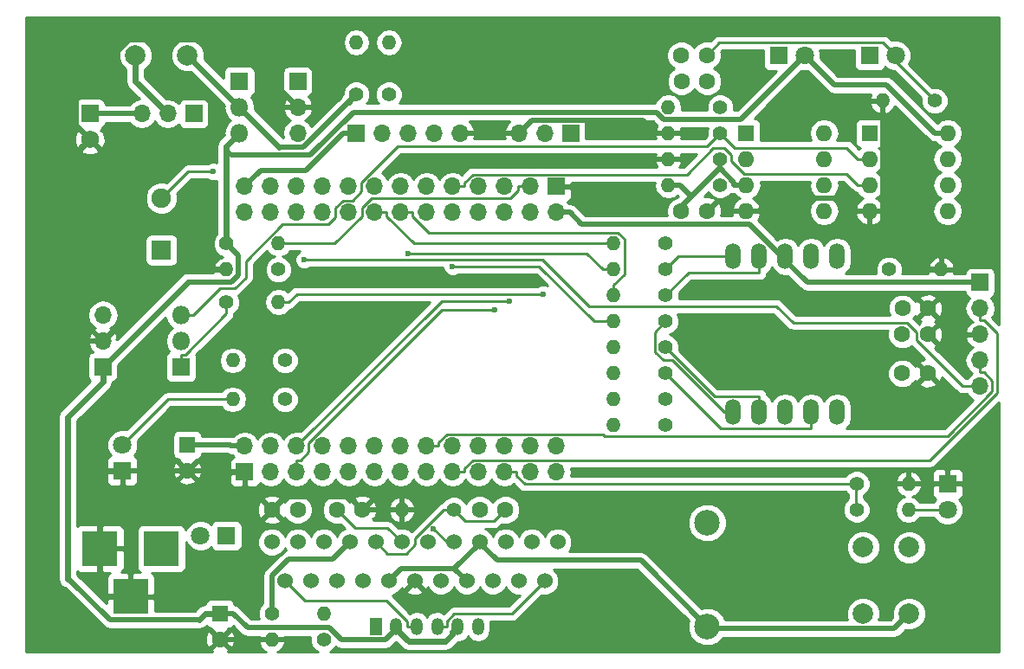
<source format=gtl>
G04 #@! TF.FileFunction,Copper,L1,Top,Signal*
%FSLAX46Y46*%
G04 Gerber Fmt 4.6, Leading zero omitted, Abs format (unit mm)*
G04 Created by KiCad (PCBNEW 4.0.7) date Mon Feb 26 15:09:19 2018*
%MOMM*%
%LPD*%
G01*
G04 APERTURE LIST*
%ADD10C,0.100000*%
%ADD11C,1.600000*%
%ADD12R,1.600000X1.600000*%
%ADD13R,1.800000X1.800000*%
%ADD14C,1.800000*%
%ADD15R,3.500000X3.500000*%
%ADD16R,1.750000X1.750000*%
%ADD17C,1.750000*%
%ADD18R,1.200000X1.700000*%
%ADD19O,1.200000X1.700000*%
%ADD20R,1.700000X1.700000*%
%ADD21O,1.700000X1.700000*%
%ADD22R,1.905000X1.905000*%
%ADD23C,1.905000*%
%ADD24C,2.499360*%
%ADD25O,1.800000X1.800000*%
%ADD26C,1.400000*%
%ADD27O,1.400000X1.400000*%
%ADD28C,1.524000*%
%ADD29O,1.524000X2.524000*%
%ADD30O,1.600000X1.600000*%
%ADD31C,2.000000*%
%ADD32C,0.600000*%
%ADD33C,0.250000*%
%ADD34C,0.500000*%
%ADD35C,0.600000*%
%ADD36C,0.254000*%
G04 APERTURE END LIST*
D10*
D11*
X104775000Y-112395000D03*
X102275000Y-112395000D03*
X108585000Y-112395000D03*
X111085000Y-112395000D03*
X122555000Y-112395000D03*
X125055000Y-112395000D03*
D12*
X93980000Y-106045000D03*
D11*
X93980000Y-108545000D03*
X163830000Y-99060000D03*
X166330000Y-99060000D03*
D12*
X97155000Y-122555000D03*
D11*
X97155000Y-125055000D03*
X142240000Y-83185000D03*
X144740000Y-83185000D03*
X166370000Y-92710000D03*
X163870000Y-92710000D03*
X142240000Y-67945000D03*
X144740000Y-67945000D03*
X144780000Y-70485000D03*
X142280000Y-70485000D03*
X163830000Y-95250000D03*
X166330000Y-95250000D03*
D13*
X97790000Y-114935000D03*
D14*
X95250000Y-114935000D03*
D13*
X87630000Y-108585000D03*
D14*
X87630000Y-106045000D03*
D13*
X168275000Y-109855000D03*
D14*
X168275000Y-112395000D03*
D13*
X151765000Y-67945000D03*
D14*
X154305000Y-67945000D03*
D15*
X91440000Y-116205000D03*
X85440000Y-116205000D03*
X88440000Y-120905000D03*
D16*
X84455000Y-73660000D03*
D17*
X84455000Y-76160000D03*
D18*
X112395000Y-123825000D03*
D19*
X114395000Y-123825000D03*
X116395000Y-123825000D03*
X118395000Y-123825000D03*
X120395000Y-123825000D03*
X122395000Y-123825000D03*
D20*
X99568000Y-108712000D03*
D21*
X99568000Y-106172000D03*
X102108000Y-108712000D03*
X102108000Y-106172000D03*
X104648000Y-108712000D03*
X104648000Y-106172000D03*
X107188000Y-108712000D03*
X107188000Y-106172000D03*
X109728000Y-108712000D03*
X109728000Y-106172000D03*
X112268000Y-108712000D03*
X112268000Y-106172000D03*
X114808000Y-108712000D03*
X114808000Y-106172000D03*
X117348000Y-108712000D03*
X117348000Y-106172000D03*
X119888000Y-108712000D03*
X119888000Y-106172000D03*
X122428000Y-108712000D03*
X122428000Y-106172000D03*
X124968000Y-108712000D03*
X124968000Y-106172000D03*
X127508000Y-108712000D03*
X127508000Y-106172000D03*
X130048000Y-108712000D03*
X130048000Y-106172000D03*
D20*
X130048000Y-80772000D03*
D21*
X130048000Y-83312000D03*
X127508000Y-80772000D03*
X127508000Y-83312000D03*
X124968000Y-80772000D03*
X124968000Y-83312000D03*
X122428000Y-80772000D03*
X122428000Y-83312000D03*
X119888000Y-80772000D03*
X119888000Y-83312000D03*
X117348000Y-80772000D03*
X117348000Y-83312000D03*
X114808000Y-80772000D03*
X114808000Y-83312000D03*
X112268000Y-80772000D03*
X112268000Y-83312000D03*
X109728000Y-80772000D03*
X109728000Y-83312000D03*
X107188000Y-80772000D03*
X107188000Y-83312000D03*
X104648000Y-80772000D03*
X104648000Y-83312000D03*
X102108000Y-80772000D03*
X102108000Y-83312000D03*
X99568000Y-80772000D03*
X99568000Y-83312000D03*
D22*
X91440000Y-86995000D03*
D23*
X91440000Y-81915000D03*
D24*
X144780000Y-113665000D03*
X144780000Y-123825000D03*
D13*
X99060000Y-70485000D03*
D25*
X99060000Y-73025000D03*
X99060000Y-75565000D03*
D13*
X93345000Y-98425000D03*
D25*
X93345000Y-95885000D03*
X93345000Y-93345000D03*
D26*
X97790000Y-86360000D03*
D27*
X102870000Y-86360000D03*
D26*
X102870000Y-88900000D03*
D27*
X97790000Y-88900000D03*
D26*
X102235000Y-122555000D03*
D27*
X107315000Y-122555000D03*
D26*
X107315000Y-125095000D03*
D27*
X102235000Y-125095000D03*
D26*
X110490000Y-71755000D03*
D27*
X110490000Y-66675000D03*
D26*
X120015000Y-112395000D03*
D27*
X114935000Y-112395000D03*
D26*
X103505000Y-97790000D03*
D27*
X98425000Y-97790000D03*
D26*
X103505000Y-101600000D03*
D27*
X98425000Y-101600000D03*
D26*
X113665000Y-71755000D03*
D27*
X113665000Y-66675000D03*
D26*
X159385000Y-112395000D03*
D27*
X164465000Y-112395000D03*
D26*
X159385000Y-109855000D03*
D27*
X164465000Y-109855000D03*
D26*
X146050000Y-80645000D03*
D27*
X140970000Y-80645000D03*
D26*
X146050000Y-78105000D03*
D27*
X140970000Y-78105000D03*
D26*
X162560000Y-88900000D03*
D27*
X167640000Y-88900000D03*
D26*
X140716000Y-104140000D03*
D27*
X135636000Y-104140000D03*
D26*
X140716000Y-101600000D03*
D27*
X135636000Y-101600000D03*
D26*
X140716000Y-99060000D03*
D27*
X135636000Y-99060000D03*
D26*
X140716000Y-96520000D03*
D27*
X135636000Y-96520000D03*
D26*
X140716000Y-93980000D03*
D27*
X135636000Y-93980000D03*
D26*
X140716000Y-91440000D03*
D27*
X135636000Y-91440000D03*
D26*
X140716000Y-88900000D03*
D27*
X135636000Y-88900000D03*
D26*
X140716000Y-86360000D03*
D27*
X135636000Y-86360000D03*
D26*
X97790000Y-92075000D03*
D27*
X102870000Y-92075000D03*
D26*
X146050000Y-75565000D03*
D27*
X140970000Y-75565000D03*
D26*
X167005000Y-72390000D03*
D27*
X161925000Y-72390000D03*
D26*
X146050000Y-73025000D03*
D27*
X140970000Y-73025000D03*
D20*
X94615000Y-73660000D03*
D21*
X92075000Y-73660000D03*
X89535000Y-73660000D03*
D20*
X104775000Y-70485000D03*
D21*
X104775000Y-73025000D03*
X104775000Y-75565000D03*
D28*
X130175000Y-115570000D03*
X128905000Y-119380000D03*
X127635000Y-115570000D03*
X126365000Y-119380000D03*
X125095000Y-115570000D03*
X123825000Y-119380000D03*
X122555000Y-115570000D03*
X121285000Y-119380000D03*
X120015000Y-115570000D03*
X118745000Y-119380000D03*
X117475000Y-115570000D03*
X116205000Y-119380000D03*
X114935000Y-115570000D03*
X113665000Y-119380000D03*
X112395000Y-115570000D03*
X111125000Y-119380000D03*
X109855000Y-115570000D03*
X108585000Y-119380000D03*
X107315000Y-115570000D03*
X106045000Y-119380000D03*
X104775000Y-115570000D03*
X103505000Y-119380000D03*
X102235000Y-115570000D03*
D29*
X147320000Y-102870000D03*
X149860000Y-102870000D03*
X152400000Y-102870000D03*
X154940000Y-102870000D03*
X157480000Y-102870000D03*
X157480000Y-87630000D03*
X154940000Y-87630000D03*
X152400000Y-87630000D03*
X149860000Y-87630000D03*
X147320000Y-87630000D03*
D12*
X160655000Y-75565000D03*
D30*
X168275000Y-83185000D03*
X160655000Y-78105000D03*
X168275000Y-80645000D03*
X160655000Y-80645000D03*
X168275000Y-78105000D03*
X160655000Y-83185000D03*
X168275000Y-75565000D03*
D12*
X148590000Y-75565000D03*
D30*
X156210000Y-83185000D03*
X148590000Y-78105000D03*
X156210000Y-80645000D03*
X148590000Y-80645000D03*
X156210000Y-78105000D03*
X148590000Y-83185000D03*
X156210000Y-75565000D03*
D20*
X85725000Y-98425000D03*
D21*
X85725000Y-95885000D03*
X85725000Y-93345000D03*
D31*
X93980000Y-67945000D03*
X88900000Y-67935000D03*
D20*
X171450000Y-90170000D03*
D21*
X171450000Y-92710000D03*
X171450000Y-95250000D03*
X171450000Y-97790000D03*
X171450000Y-100330000D03*
D20*
X131445000Y-75565000D03*
D21*
X128905000Y-75565000D03*
X126365000Y-75565000D03*
D20*
X110490000Y-75565000D03*
D21*
X113030000Y-75565000D03*
X115570000Y-75565000D03*
X118110000Y-75565000D03*
X120650000Y-75565000D03*
D13*
X160655000Y-67945000D03*
D14*
X163195000Y-67945000D03*
D31*
X164520000Y-122555000D03*
X160020000Y-122555000D03*
X164520000Y-116055000D03*
X160020000Y-116055000D03*
D32*
X105402900Y-87943400D03*
X125481800Y-91998500D03*
X123997200Y-92863600D03*
X119895100Y-88568700D03*
X115525000Y-87311000D03*
X118043900Y-114289600D03*
X96499000Y-79324200D03*
X128749100Y-91281000D03*
D33*
X126332700Y-81139400D02*
X126332700Y-80772000D01*
X125524800Y-81947300D02*
X126332700Y-81139400D01*
X111953100Y-81947300D02*
X125524800Y-81947300D01*
X111040500Y-82859900D02*
X111953100Y-81947300D01*
X111040500Y-83699900D02*
X111040500Y-82859900D01*
X108380400Y-86360000D02*
X111040500Y-83699900D01*
X102870000Y-86360000D02*
X108380400Y-86360000D01*
X127508000Y-80772000D02*
X126332700Y-80772000D01*
D34*
X98185000Y-66435000D02*
X88253998Y-66435000D01*
X88253998Y-66435000D02*
X83080000Y-71608998D01*
X83080000Y-74785000D02*
X83080000Y-71608998D01*
X83580000Y-93740000D02*
X85725000Y-95885000D01*
X83580000Y-77035000D02*
X83580000Y-93740000D01*
X84455000Y-76160000D02*
X83580000Y-77035000D01*
D35*
X86090000Y-120905000D02*
X88440000Y-120905000D01*
X85440000Y-120255000D02*
X86090000Y-120905000D01*
X85440000Y-116205000D02*
X85440000Y-120255000D01*
X83080000Y-74785000D02*
X84455000Y-76160000D01*
X104775000Y-73025000D02*
X98185000Y-66435000D01*
X92710000Y-88900000D02*
X85725000Y-95885000D01*
X97790000Y-88900000D02*
X92710000Y-88900000D01*
X86130000Y-108585000D02*
X87630000Y-108585000D01*
X85440000Y-109275000D02*
X86130000Y-108585000D01*
X85440000Y-116205000D02*
X85440000Y-109275000D01*
D34*
X99568000Y-108712000D02*
X98267700Y-108712000D01*
X93980000Y-108565000D02*
X93980000Y-108545000D01*
X93960000Y-108585000D02*
X93980000Y-108565000D01*
X87630000Y-108585000D02*
X93960000Y-108585000D01*
X98120700Y-108565000D02*
X98267700Y-108712000D01*
X93980000Y-108565000D02*
X98120700Y-108565000D01*
X161905300Y-84315600D02*
X166489700Y-88900000D01*
X161905300Y-83185000D02*
X161905300Y-84315600D01*
X167640000Y-88900000D02*
X166489700Y-88900000D01*
X120650000Y-75565000D02*
X126365000Y-75565000D01*
X140970000Y-75565000D02*
X139819700Y-75565000D01*
X138519300Y-74264600D02*
X139819700Y-75565000D01*
X127665400Y-74264600D02*
X138519300Y-74264600D01*
X126365000Y-75565000D02*
X127665400Y-74264600D01*
X101044700Y-125055000D02*
X101084700Y-125095000D01*
X97155000Y-125055000D02*
X101044700Y-125055000D01*
X102235000Y-125095000D02*
X101084700Y-125095000D01*
X114935000Y-112395000D02*
X113784700Y-112395000D01*
X109811000Y-111121000D02*
X111085000Y-112395000D01*
X103549000Y-111121000D02*
X109811000Y-111121000D01*
X102275000Y-112395000D02*
X103549000Y-111121000D01*
X111085000Y-112395000D02*
X113784700Y-112395000D01*
X158134700Y-81915000D02*
X159404700Y-83185000D01*
X151110300Y-81915000D02*
X158134700Y-81915000D01*
X149840300Y-83185000D02*
X151110300Y-81915000D01*
X148590000Y-83185000D02*
X149840300Y-83185000D01*
X160655000Y-83185000D02*
X159404700Y-83185000D01*
X160655000Y-83185000D02*
X161730200Y-83185000D01*
X161730200Y-83185000D02*
X161905300Y-83185000D01*
X161925000Y-83165300D02*
X161925000Y-72390000D01*
X161905300Y-83185000D02*
X161925000Y-83165300D01*
D33*
X110350800Y-114160800D02*
X108585000Y-112395000D01*
X113525800Y-114160800D02*
X110350800Y-114160800D01*
X114935000Y-115570000D02*
X113525800Y-114160800D01*
D34*
X98140700Y-106045000D02*
X98267700Y-106172000D01*
X93980000Y-106045000D02*
X98140700Y-106045000D01*
X99568000Y-106172000D02*
X98267700Y-106172000D01*
X108196100Y-117228900D02*
X109855000Y-115570000D01*
X103870200Y-117228900D02*
X108196100Y-117228900D01*
X102235000Y-118864100D02*
X103870200Y-117228900D01*
X102235000Y-122555000D02*
X102235000Y-118864100D01*
X105579400Y-79175300D02*
X109189700Y-75565000D01*
X101164700Y-79175300D02*
X105579400Y-79175300D01*
X99568000Y-80772000D02*
X101164700Y-79175300D01*
X110490000Y-75565000D02*
X109189700Y-75565000D01*
X130048000Y-83312000D02*
X131348300Y-83312000D01*
X132495800Y-84459500D02*
X131348300Y-83312000D01*
X148904000Y-84459500D02*
X132495800Y-84459500D01*
X152400000Y-87955500D02*
X148904000Y-84459500D01*
X152400000Y-87997900D02*
X152400000Y-87955500D01*
X152400000Y-87630000D02*
X152400000Y-87997900D01*
X154572100Y-90170000D02*
X171450000Y-90170000D01*
X152400000Y-87997900D02*
X154572100Y-90170000D01*
X144965900Y-124010900D02*
X144780000Y-123825000D01*
X163064100Y-124010900D02*
X144965900Y-124010900D01*
X164520000Y-122555000D02*
X163064100Y-124010900D01*
X121285000Y-119380000D02*
X120065600Y-118160600D01*
X114884400Y-118160600D02*
X113665000Y-119380000D01*
X120065600Y-118160600D02*
X114884400Y-118160600D01*
X138297300Y-117342300D02*
X144780000Y-123825000D01*
X124226100Y-117342300D02*
X138297300Y-117342300D01*
X122555000Y-115671200D02*
X124226100Y-117342300D01*
X120065600Y-118160600D02*
X122555000Y-115671200D01*
X122555000Y-115671200D02*
X122555000Y-115570000D01*
D33*
X123929400Y-113520600D02*
X125055000Y-112395000D01*
X121140600Y-113520600D02*
X123929400Y-113520600D01*
X120015000Y-112395000D02*
X121140600Y-113520600D01*
X119053000Y-112395000D02*
X120015000Y-112395000D01*
X116255400Y-115192600D02*
X119053000Y-112395000D01*
X116255400Y-115787500D02*
X116255400Y-115192600D01*
X115353200Y-116689700D02*
X116255400Y-115787500D01*
X113514700Y-116689700D02*
X115353200Y-116689700D01*
X112395000Y-115570000D02*
X113514700Y-116689700D01*
D34*
X94050000Y-90100000D02*
X98292002Y-90100000D01*
X98292002Y-90100000D02*
X98940001Y-89452001D01*
X98940001Y-89452001D02*
X98940001Y-87510001D01*
X98940001Y-87510001D02*
X98489999Y-87059999D01*
X98489999Y-87059999D02*
X97790000Y-86360000D01*
X114395000Y-123825000D02*
X114395000Y-124075000D01*
X114395000Y-124075000D02*
X113344999Y-125125001D01*
X113344999Y-125125001D02*
X109047003Y-125125001D01*
X99844999Y-123944999D02*
X98455000Y-122555000D01*
X109047003Y-125125001D02*
X107867001Y-123944999D01*
X107867001Y-123944999D02*
X99844999Y-123944999D01*
X98455000Y-122555000D02*
X97155000Y-122555000D01*
X82296000Y-119161000D02*
X82385998Y-119161000D01*
X86379998Y-123155000D02*
X95155000Y-123155000D01*
X82385998Y-119161000D02*
X86379998Y-123155000D01*
D35*
X119888000Y-124332000D02*
X120395000Y-123825000D01*
X119888000Y-124582000D02*
X119888000Y-124332000D01*
X119195000Y-125275000D02*
X119888000Y-124582000D01*
X115595000Y-125275000D02*
X119195000Y-125275000D01*
X114395000Y-124075000D02*
X115595000Y-125275000D01*
X114395000Y-123475000D02*
X114395000Y-123825000D01*
X95755000Y-122555000D02*
X97155000Y-122555000D01*
X95155000Y-123155000D02*
X95755000Y-122555000D01*
X82296000Y-103304000D02*
X82296000Y-119161000D01*
X85725000Y-99875000D02*
X82296000Y-103304000D01*
X85725000Y-98425000D02*
X85725000Y-99875000D01*
X85725000Y-98425000D02*
X94050000Y-90100000D01*
D34*
X168275000Y-75565000D02*
X167024700Y-75565000D01*
D35*
X97790000Y-77233500D02*
X97790000Y-86360000D01*
X97790000Y-76835000D02*
X97790000Y-77233500D01*
X99060000Y-75565000D02*
X97790000Y-76835000D01*
D34*
X157193200Y-70833200D02*
X154305000Y-67945000D01*
X162292900Y-70833200D02*
X157193200Y-70833200D01*
X167024700Y-75565000D02*
X162292900Y-70833200D01*
X98239800Y-77683300D02*
X97790000Y-77233500D01*
X106011800Y-77683300D02*
X98239800Y-77683300D01*
X110180000Y-73515100D02*
X106011800Y-77683300D01*
X139833300Y-73515100D02*
X110180000Y-73515100D01*
X140521000Y-74202800D02*
X139833300Y-73515100D01*
X148047200Y-74202800D02*
X140521000Y-74202800D01*
X154305000Y-67945000D02*
X148047200Y-74202800D01*
X148590000Y-80645000D02*
X147418700Y-80645000D01*
X147418700Y-80352200D02*
X146033600Y-78967000D01*
X147418700Y-80645000D02*
X147418700Y-80352200D01*
X146050000Y-78950600D02*
X146033600Y-78967000D01*
X146050000Y-78105000D02*
X146050000Y-78950600D01*
X140970000Y-80645000D02*
X142120300Y-80645000D01*
X143238000Y-81762600D02*
X142120300Y-80645000D01*
X146033600Y-78967000D02*
X143238000Y-81762600D01*
X142240000Y-82760600D02*
X142240000Y-83185000D01*
X143238000Y-81762600D02*
X142240000Y-82760600D01*
D33*
X145965400Y-66719600D02*
X144740000Y-67945000D01*
X161969600Y-66719600D02*
X145965400Y-66719600D01*
X163195000Y-67945000D02*
X161969600Y-66719600D01*
X163195000Y-68580000D02*
X163195000Y-67945000D01*
X167005000Y-72390000D02*
X163195000Y-68580000D01*
X92075000Y-101600000D02*
X87630000Y-106045000D01*
X98425000Y-101600000D02*
X92075000Y-101600000D01*
X164465000Y-112395000D02*
X168275000Y-112395000D01*
D34*
X102950000Y-76915000D02*
X105330000Y-76915000D01*
X105330000Y-76915000D02*
X110490000Y-71755000D01*
D35*
X109790000Y-72455000D02*
X110490000Y-71755000D01*
X109790000Y-72548000D02*
X109790000Y-72455000D01*
X99060000Y-73025000D02*
X102950000Y-76915000D01*
X93980000Y-67945000D02*
X99060000Y-73025000D01*
X88900000Y-70485000D02*
X92075000Y-73660000D01*
X88900000Y-67935000D02*
X88900000Y-70485000D01*
D34*
X89535000Y-73660000D02*
X84455000Y-73660000D01*
D33*
X121063300Y-108344600D02*
X121063300Y-108712000D01*
X121871200Y-107536700D02*
X121063300Y-108344600D01*
X166549000Y-107536700D02*
X121871200Y-107536700D01*
X173087000Y-100998700D02*
X166549000Y-107536700D01*
X173087000Y-95155000D02*
X173087000Y-100998700D01*
X171817300Y-93885300D02*
X173087000Y-95155000D01*
X171450000Y-93885300D02*
X171817300Y-93885300D01*
X171450000Y-92710000D02*
X171450000Y-93885300D01*
X119888000Y-108712000D02*
X121063300Y-108712000D01*
X171450000Y-97790000D02*
X171450000Y-98965300D01*
X117348000Y-106172000D02*
X118523300Y-106172000D01*
X118523300Y-105804600D02*
X118523300Y-106172000D01*
X119331200Y-104996700D02*
X118523300Y-105804600D01*
X134610700Y-104996700D02*
X119331200Y-104996700D01*
X134800900Y-105186900D02*
X134610700Y-104996700D01*
X168261900Y-105186900D02*
X134800900Y-105186900D01*
X172635900Y-100812900D02*
X168261900Y-105186900D01*
X172635900Y-99783900D02*
X172635900Y-100812900D01*
X171817300Y-98965300D02*
X172635900Y-99783900D01*
X171450000Y-98965300D02*
X171817300Y-98965300D01*
X128699300Y-87943400D02*
X105402900Y-87943400D01*
X133226200Y-92470300D02*
X128699300Y-87943400D01*
X151536600Y-92470300D02*
X133226200Y-92470300D01*
X153190900Y-94124600D02*
X151536600Y-92470300D01*
X164308100Y-94124600D02*
X153190900Y-94124600D01*
X165204600Y-95021100D02*
X164308100Y-94124600D01*
X165204600Y-95802600D02*
X165204600Y-95021100D01*
X169732000Y-100330000D02*
X165204600Y-95802600D01*
X171450000Y-100330000D02*
X169732000Y-100330000D01*
X118821500Y-91998500D02*
X104648000Y-106172000D01*
X125481800Y-91998500D02*
X118821500Y-91998500D01*
X104648000Y-108712000D02*
X104648000Y-107536700D01*
X118830000Y-92863600D02*
X123997200Y-92863600D01*
X105823300Y-105870300D02*
X118830000Y-92863600D01*
X105823300Y-106728800D02*
X105823300Y-105870300D01*
X105015400Y-107536700D02*
X105823300Y-106728800D01*
X104648000Y-107536700D02*
X105015400Y-107536700D01*
X115469700Y-123319000D02*
X115469700Y-123825000D01*
X113456800Y-121306100D02*
X115469700Y-123319000D01*
X105431100Y-121306100D02*
X113456800Y-121306100D01*
X103505000Y-119380000D02*
X105431100Y-121306100D01*
X116395000Y-123825000D02*
X115469700Y-123825000D01*
X119320300Y-123319000D02*
X119320300Y-123825000D01*
X120045300Y-122594000D02*
X119320300Y-123319000D01*
X125691000Y-122594000D02*
X120045300Y-122594000D01*
X128905000Y-119380000D02*
X125691000Y-122594000D01*
X118395000Y-123825000D02*
X119320300Y-123825000D01*
X124968000Y-108712000D02*
X126143300Y-108712000D01*
X159352700Y-112362700D02*
X159352700Y-109887300D01*
X159385000Y-112395000D02*
X159352700Y-112362700D01*
X159385000Y-109855000D02*
X159352700Y-109887300D01*
X126143300Y-109079400D02*
X126143300Y-108712000D01*
X126951200Y-109887300D02*
X126143300Y-109079400D01*
X159352700Y-109887300D02*
X126951200Y-109887300D01*
X121063300Y-80404600D02*
X121063300Y-80772000D01*
X121871200Y-79596700D02*
X121063300Y-80404600D01*
X142818400Y-79596700D02*
X121871200Y-79596700D01*
X145379600Y-77035500D02*
X142818400Y-79596700D01*
X146460100Y-77035500D02*
X145379600Y-77035500D01*
X147132000Y-77707400D02*
X146460100Y-77035500D01*
X147132000Y-78259900D02*
X147132000Y-77707400D01*
X148391800Y-79519700D02*
X147132000Y-78259900D01*
X158404400Y-79519700D02*
X148391800Y-79519700D01*
X159529700Y-80645000D02*
X158404400Y-79519700D01*
X160655000Y-80645000D02*
X159529700Y-80645000D01*
X119888000Y-80772000D02*
X121063300Y-80772000D01*
X128352900Y-88568700D02*
X119895100Y-88568700D01*
X133764200Y-93980000D02*
X128352900Y-88568700D01*
X135636000Y-93980000D02*
X133764200Y-93980000D01*
X115983300Y-83679300D02*
X115983300Y-83312000D01*
X117582200Y-85278200D02*
X115983300Y-83679300D01*
X136066700Y-85278200D02*
X117582200Y-85278200D01*
X136700500Y-85912000D02*
X136066700Y-85278200D01*
X136700500Y-89350200D02*
X136700500Y-85912000D01*
X135636000Y-90414700D02*
X136700500Y-89350200D01*
X135636000Y-91440000D02*
X135636000Y-90414700D01*
X114808000Y-83312000D02*
X115983300Y-83312000D01*
X133021700Y-87311000D02*
X115525000Y-87311000D01*
X134610700Y-88900000D02*
X133021700Y-87311000D01*
X135636000Y-88900000D02*
X134610700Y-88900000D01*
X113443300Y-83679300D02*
X113443300Y-83312000D01*
X116124000Y-86360000D02*
X113443300Y-83679300D01*
X135636000Y-86360000D02*
X116124000Y-86360000D01*
X112268000Y-83312000D02*
X113443300Y-83312000D01*
X119324300Y-115570000D02*
X118043900Y-114289600D01*
X120015000Y-115570000D02*
X119324300Y-115570000D01*
X94030800Y-79324200D02*
X91440000Y-81915000D01*
X96499000Y-79324200D02*
X94030800Y-79324200D01*
X93804500Y-97199700D02*
X93345000Y-97199700D01*
X97790000Y-93214200D02*
X93804500Y-97199700D01*
X97790000Y-92075000D02*
X97790000Y-93214200D01*
X93345000Y-98425000D02*
X93345000Y-97199700D01*
X93345000Y-93345000D02*
X94570300Y-93345000D01*
X97187100Y-90728200D02*
X94570300Y-93345000D01*
X98631200Y-90728200D02*
X97187100Y-90728200D01*
X99677100Y-89682300D02*
X98631200Y-90728200D01*
X99677100Y-88069700D02*
X99677100Y-89682300D01*
X103259400Y-84487400D02*
X99677100Y-88069700D01*
X107755300Y-84487400D02*
X103259400Y-84487400D01*
X108458000Y-83784700D02*
X107755300Y-84487400D01*
X108458000Y-82881000D02*
X108458000Y-83784700D01*
X109202400Y-82136600D02*
X108458000Y-82881000D01*
X110113600Y-82136600D02*
X109202400Y-82136600D01*
X110980100Y-81270100D02*
X110113600Y-82136600D01*
X110980100Y-80387900D02*
X110980100Y-81270100D01*
X114533000Y-76835000D02*
X110980100Y-80387900D01*
X144780000Y-76835000D02*
X114533000Y-76835000D01*
X146050000Y-75565000D02*
X144780000Y-76835000D01*
X147464700Y-76979700D02*
X146050000Y-75565000D01*
X158404400Y-76979700D02*
X147464700Y-76979700D01*
X159529700Y-78105000D02*
X158404400Y-76979700D01*
X160655000Y-78105000D02*
X159529700Y-78105000D01*
X146113300Y-104457300D02*
X140716000Y-99060000D01*
X154940000Y-104457300D02*
X146113300Y-104457300D01*
X154940000Y-102870000D02*
X154940000Y-104457300D01*
X145478700Y-101282700D02*
X140716000Y-96520000D01*
X149860000Y-101282700D02*
X145478700Y-101282700D01*
X149860000Y-102870000D02*
X149860000Y-101282700D01*
X139690300Y-95005700D02*
X140716000Y-93980000D01*
X139690300Y-96975100D02*
X139690300Y-95005700D01*
X140505200Y-97790000D02*
X139690300Y-96975100D01*
X141348000Y-97790000D02*
X140505200Y-97790000D01*
X146428000Y-102870000D02*
X141348000Y-97790000D01*
X147320000Y-102870000D02*
X146428000Y-102870000D01*
X142938700Y-89217300D02*
X140716000Y-91440000D01*
X149860000Y-89217300D02*
X142938700Y-89217300D01*
X149860000Y-87630000D02*
X149860000Y-89217300D01*
X141986000Y-87630000D02*
X147320000Y-87630000D01*
X140716000Y-88900000D02*
X141986000Y-87630000D01*
X104689300Y-91281000D02*
X103895300Y-92075000D01*
X128749100Y-91281000D02*
X104689300Y-91281000D01*
X102870000Y-92075000D02*
X103895300Y-92075000D01*
D36*
G36*
X173280000Y-94273198D02*
X172624360Y-93617558D01*
X172851054Y-93278285D01*
X172964093Y-92710000D01*
X172851054Y-92141715D01*
X172529147Y-91659946D01*
X172487548Y-91632150D01*
X172535317Y-91623162D01*
X172751441Y-91484090D01*
X172896431Y-91271890D01*
X172947440Y-91020000D01*
X172947440Y-89320000D01*
X172903162Y-89084683D01*
X172764090Y-88868559D01*
X172551890Y-88723569D01*
X172300000Y-88672560D01*
X170600000Y-88672560D01*
X170364683Y-88716838D01*
X170148559Y-88855910D01*
X170003569Y-89068110D01*
X169959648Y-89285000D01*
X168911315Y-89285000D01*
X168932716Y-89233329D01*
X168809374Y-89027000D01*
X167767000Y-89027000D01*
X167767000Y-89047000D01*
X167513000Y-89047000D01*
X167513000Y-89027000D01*
X166470626Y-89027000D01*
X166347284Y-89233329D01*
X166368685Y-89285000D01*
X163845651Y-89285000D01*
X163894768Y-89166713D01*
X163895231Y-88635617D01*
X163866744Y-88566671D01*
X166347284Y-88566671D01*
X166470626Y-88773000D01*
X167513000Y-88773000D01*
X167513000Y-87729794D01*
X167767000Y-87729794D01*
X167767000Y-88773000D01*
X168809374Y-88773000D01*
X168932716Y-88566671D01*
X168789797Y-88221604D01*
X168442663Y-87833236D01*
X167973331Y-87607273D01*
X167767000Y-87729794D01*
X167513000Y-87729794D01*
X167306669Y-87607273D01*
X166837337Y-87833236D01*
X166490203Y-88221604D01*
X166347284Y-88566671D01*
X163866744Y-88566671D01*
X163692418Y-88144771D01*
X163317204Y-87768902D01*
X162826713Y-87565232D01*
X162295617Y-87564769D01*
X161804771Y-87767582D01*
X161428902Y-88142796D01*
X161225232Y-88633287D01*
X161224769Y-89164383D01*
X161274607Y-89285000D01*
X158273258Y-89285000D01*
X158467828Y-89154992D01*
X158770660Y-88701773D01*
X158877000Y-88167164D01*
X158877000Y-87092836D01*
X158770660Y-86558227D01*
X158467828Y-86105008D01*
X158014609Y-85802176D01*
X157480000Y-85695836D01*
X156945391Y-85802176D01*
X156492172Y-86105008D01*
X156210000Y-86527307D01*
X155927828Y-86105008D01*
X155474609Y-85802176D01*
X154940000Y-85695836D01*
X154405391Y-85802176D01*
X153952172Y-86105008D01*
X153670000Y-86527307D01*
X153387828Y-86105008D01*
X152934609Y-85802176D01*
X152400000Y-85695836D01*
X151865391Y-85802176D01*
X151645310Y-85949230D01*
X149724773Y-84028693D01*
X149821041Y-83922423D01*
X149981904Y-83534039D01*
X149859915Y-83312000D01*
X148717000Y-83312000D01*
X148717000Y-83332000D01*
X148463000Y-83332000D01*
X148463000Y-83312000D01*
X147320085Y-83312000D01*
X147198096Y-83534039D01*
X147214854Y-83574500D01*
X146124882Y-83574500D01*
X146186965Y-83401777D01*
X146159778Y-82831546D01*
X145993864Y-82430995D01*
X145747745Y-82356861D01*
X144919605Y-83185000D01*
X144933748Y-83199143D01*
X144754143Y-83378748D01*
X144740000Y-83364605D01*
X144725858Y-83378748D01*
X144546253Y-83199143D01*
X144560395Y-83185000D01*
X144546253Y-83170858D01*
X144725858Y-82991252D01*
X144740000Y-83005395D01*
X145568139Y-82177255D01*
X145494005Y-81931136D01*
X144956777Y-81738035D01*
X144491985Y-81760195D01*
X144898393Y-81353787D01*
X144917582Y-81400229D01*
X145292796Y-81776098D01*
X145783287Y-81979768D01*
X146314383Y-81980231D01*
X146805229Y-81777418D01*
X147113828Y-81469357D01*
X147418700Y-81530000D01*
X147460527Y-81530000D01*
X147547189Y-81659698D01*
X147951703Y-81929986D01*
X147734866Y-82032611D01*
X147358959Y-82447577D01*
X147198096Y-82835961D01*
X147320085Y-83058000D01*
X148463000Y-83058000D01*
X148463000Y-83038000D01*
X148717000Y-83038000D01*
X148717000Y-83058000D01*
X149859915Y-83058000D01*
X149981904Y-82835961D01*
X149821041Y-82447577D01*
X149445134Y-82032611D01*
X149228297Y-81929986D01*
X149632811Y-81659698D01*
X149943880Y-81194151D01*
X150053113Y-80645000D01*
X149980450Y-80279700D01*
X154819550Y-80279700D01*
X154746887Y-80645000D01*
X154856120Y-81194151D01*
X155167189Y-81659698D01*
X155549275Y-81915000D01*
X155167189Y-82170302D01*
X154856120Y-82635849D01*
X154746887Y-83185000D01*
X154856120Y-83734151D01*
X155167189Y-84199698D01*
X155632736Y-84510767D01*
X156181887Y-84620000D01*
X156238113Y-84620000D01*
X156787264Y-84510767D01*
X157252811Y-84199698D01*
X157563880Y-83734151D01*
X157603684Y-83534039D01*
X159263096Y-83534039D01*
X159423959Y-83922423D01*
X159799866Y-84337389D01*
X160305959Y-84576914D01*
X160528000Y-84455629D01*
X160528000Y-83312000D01*
X160782000Y-83312000D01*
X160782000Y-84455629D01*
X161004041Y-84576914D01*
X161510134Y-84337389D01*
X161886041Y-83922423D01*
X162046904Y-83534039D01*
X161924915Y-83312000D01*
X160782000Y-83312000D01*
X160528000Y-83312000D01*
X159385085Y-83312000D01*
X159263096Y-83534039D01*
X157603684Y-83534039D01*
X157673113Y-83185000D01*
X157563880Y-82635849D01*
X157252811Y-82170302D01*
X156870725Y-81915000D01*
X157252811Y-81659698D01*
X157563880Y-81194151D01*
X157673113Y-80645000D01*
X157600450Y-80279700D01*
X158089598Y-80279700D01*
X158992299Y-81182401D01*
X159238861Y-81347148D01*
X159428563Y-81384882D01*
X159612189Y-81659698D01*
X160016703Y-81929986D01*
X159799866Y-82032611D01*
X159423959Y-82447577D01*
X159263096Y-82835961D01*
X159385085Y-83058000D01*
X160528000Y-83058000D01*
X160528000Y-83038000D01*
X160782000Y-83038000D01*
X160782000Y-83058000D01*
X161924915Y-83058000D01*
X162046904Y-82835961D01*
X161886041Y-82447577D01*
X161510134Y-82032611D01*
X161293297Y-81929986D01*
X161697811Y-81659698D01*
X162008880Y-81194151D01*
X162118113Y-80645000D01*
X162008880Y-80095849D01*
X161697811Y-79630302D01*
X161315725Y-79375000D01*
X161697811Y-79119698D01*
X162008880Y-78654151D01*
X162118113Y-78105000D01*
X162008880Y-77555849D01*
X161697811Y-77090302D01*
X161553535Y-76993899D01*
X161690317Y-76968162D01*
X161906441Y-76829090D01*
X162051431Y-76616890D01*
X162102440Y-76365000D01*
X162102440Y-74765000D01*
X162058162Y-74529683D01*
X161919090Y-74313559D01*
X161706890Y-74168569D01*
X161455000Y-74117560D01*
X159855000Y-74117560D01*
X159619683Y-74161838D01*
X159403559Y-74300910D01*
X159258569Y-74513110D01*
X159207560Y-74765000D01*
X159207560Y-76365000D01*
X159251838Y-76600317D01*
X159390910Y-76816441D01*
X159603110Y-76961431D01*
X159758089Y-76992815D01*
X159612189Y-77090302D01*
X159603223Y-77103721D01*
X158941801Y-76442299D01*
X158695239Y-76277552D01*
X158404400Y-76219700D01*
X157493354Y-76219700D01*
X157563880Y-76114151D01*
X157673113Y-75565000D01*
X157563880Y-75015849D01*
X157252811Y-74550302D01*
X156787264Y-74239233D01*
X156238113Y-74130000D01*
X156181887Y-74130000D01*
X155632736Y-74239233D01*
X155167189Y-74550302D01*
X154856120Y-75015849D01*
X154746887Y-75565000D01*
X154856120Y-76114151D01*
X154926646Y-76219700D01*
X150037440Y-76219700D01*
X150037440Y-74765000D01*
X149993162Y-74529683D01*
X149854090Y-74313559D01*
X149641890Y-74168569D01*
X149390000Y-74117560D01*
X149384020Y-74117560D01*
X150778250Y-72723329D01*
X160632284Y-72723329D01*
X160775203Y-73068396D01*
X161122337Y-73456764D01*
X161591669Y-73682727D01*
X161798000Y-73560206D01*
X161798000Y-72517000D01*
X160755626Y-72517000D01*
X160632284Y-72723329D01*
X150778250Y-72723329D01*
X154021826Y-69479753D01*
X154588668Y-69480247D01*
X156567408Y-71458987D01*
X156567410Y-71458990D01*
X156734024Y-71570317D01*
X156854526Y-71650834D01*
X157193200Y-71718201D01*
X157193205Y-71718200D01*
X160772471Y-71718200D01*
X160632284Y-72056671D01*
X160755626Y-72263000D01*
X161798000Y-72263000D01*
X161798000Y-72243000D01*
X162052000Y-72243000D01*
X162052000Y-72263000D01*
X162072000Y-72263000D01*
X162072000Y-72517000D01*
X162052000Y-72517000D01*
X162052000Y-73560206D01*
X162258331Y-73682727D01*
X162727663Y-73456764D01*
X163074797Y-73068396D01*
X163133876Y-72925755D01*
X166398908Y-76190787D01*
X166398910Y-76190790D01*
X166686025Y-76382633D01*
X166742216Y-76393810D01*
X167024700Y-76450001D01*
X167024705Y-76450000D01*
X167145527Y-76450000D01*
X167232189Y-76579698D01*
X167614275Y-76835000D01*
X167232189Y-77090302D01*
X166921120Y-77555849D01*
X166811887Y-78105000D01*
X166921120Y-78654151D01*
X167232189Y-79119698D01*
X167614275Y-79375000D01*
X167232189Y-79630302D01*
X166921120Y-80095849D01*
X166811887Y-80645000D01*
X166921120Y-81194151D01*
X167232189Y-81659698D01*
X167614275Y-81915000D01*
X167232189Y-82170302D01*
X166921120Y-82635849D01*
X166811887Y-83185000D01*
X166921120Y-83734151D01*
X167232189Y-84199698D01*
X167697736Y-84510767D01*
X168246887Y-84620000D01*
X168303113Y-84620000D01*
X168852264Y-84510767D01*
X169317811Y-84199698D01*
X169628880Y-83734151D01*
X169738113Y-83185000D01*
X169628880Y-82635849D01*
X169317811Y-82170302D01*
X168935725Y-81915000D01*
X169317811Y-81659698D01*
X169628880Y-81194151D01*
X169738113Y-80645000D01*
X169628880Y-80095849D01*
X169317811Y-79630302D01*
X168935725Y-79375000D01*
X169317811Y-79119698D01*
X169628880Y-78654151D01*
X169738113Y-78105000D01*
X169628880Y-77555849D01*
X169317811Y-77090302D01*
X168935725Y-76835000D01*
X169317811Y-76579698D01*
X169628880Y-76114151D01*
X169738113Y-75565000D01*
X169628880Y-75015849D01*
X169317811Y-74550302D01*
X168852264Y-74239233D01*
X168303113Y-74130000D01*
X168246887Y-74130000D01*
X167697736Y-74239233D01*
X167249808Y-74538529D01*
X162918690Y-70207410D01*
X162798633Y-70127191D01*
X162631575Y-70015567D01*
X162575384Y-70004390D01*
X162292900Y-69948199D01*
X162292895Y-69948200D01*
X157559779Y-69948200D01*
X155839753Y-68228174D01*
X155840265Y-67641009D01*
X155773572Y-67479600D01*
X159107560Y-67479600D01*
X159107560Y-68845000D01*
X159151838Y-69080317D01*
X159290910Y-69296441D01*
X159503110Y-69441431D01*
X159755000Y-69492440D01*
X161555000Y-69492440D01*
X161790317Y-69448162D01*
X162006441Y-69309090D01*
X162151431Y-69096890D01*
X162155567Y-69076466D01*
X162324357Y-69245551D01*
X162888330Y-69479733D01*
X163020046Y-69479848D01*
X165670226Y-72130028D01*
X165669769Y-72654383D01*
X165872582Y-73145229D01*
X166247796Y-73521098D01*
X166738287Y-73724768D01*
X167269383Y-73725231D01*
X167760229Y-73522418D01*
X168136098Y-73147204D01*
X168339768Y-72656713D01*
X168340231Y-72125617D01*
X168137418Y-71634771D01*
X167762204Y-71258902D01*
X167271713Y-71055232D01*
X166744574Y-71054772D01*
X164498454Y-68808652D01*
X164729733Y-68251670D01*
X164730265Y-67641009D01*
X164497068Y-67076629D01*
X164065643Y-66644449D01*
X163501670Y-66410267D01*
X162891009Y-66409735D01*
X162780287Y-66455485D01*
X162507001Y-66182199D01*
X162260439Y-66017452D01*
X161969600Y-65959600D01*
X145965400Y-65959600D01*
X145674560Y-66017452D01*
X145427999Y-66182199D01*
X145078454Y-66531744D01*
X145026691Y-66510250D01*
X144455813Y-66509752D01*
X143928200Y-66727757D01*
X143524176Y-67131077D01*
X143490187Y-67212931D01*
X143457243Y-67133200D01*
X143053923Y-66729176D01*
X142526691Y-66510250D01*
X141955813Y-66509752D01*
X141428200Y-66727757D01*
X141024176Y-67131077D01*
X140805250Y-67658309D01*
X140804752Y-68229187D01*
X141022757Y-68756800D01*
X141426077Y-69160824D01*
X141576166Y-69223146D01*
X141468200Y-69267757D01*
X141064176Y-69671077D01*
X140845250Y-70198309D01*
X140844752Y-70769187D01*
X141062757Y-71296800D01*
X141466077Y-71700824D01*
X141993309Y-71919750D01*
X142564187Y-71920248D01*
X143091800Y-71702243D01*
X143495824Y-71298923D01*
X143529813Y-71217069D01*
X143562757Y-71296800D01*
X143966077Y-71700824D01*
X144493309Y-71919750D01*
X145064187Y-71920248D01*
X145591800Y-71702243D01*
X145995824Y-71298923D01*
X146214750Y-70771691D01*
X146215248Y-70200813D01*
X145997243Y-69673200D01*
X145593923Y-69269176D01*
X145443834Y-69206854D01*
X145551800Y-69162243D01*
X145955824Y-68758923D01*
X146174750Y-68231691D01*
X146175248Y-67660813D01*
X146152951Y-67606851D01*
X146280202Y-67479600D01*
X150217560Y-67479600D01*
X150217560Y-68845000D01*
X150261838Y-69080317D01*
X150400910Y-69296441D01*
X150613110Y-69441431D01*
X150865000Y-69492440D01*
X151505981Y-69492440D01*
X147680620Y-73317800D01*
X147373936Y-73317800D01*
X147384768Y-73291713D01*
X147385231Y-72760617D01*
X147182418Y-72269771D01*
X146807204Y-71893902D01*
X146316713Y-71690232D01*
X145785617Y-71689769D01*
X145294771Y-71892582D01*
X144918902Y-72267796D01*
X144715232Y-72758287D01*
X144714769Y-73289383D01*
X144726511Y-73317800D01*
X142272912Y-73317800D01*
X142331154Y-73025000D01*
X142229533Y-72514118D01*
X141940142Y-72081012D01*
X141507036Y-71791621D01*
X140996154Y-71690000D01*
X140943846Y-71690000D01*
X140432964Y-71791621D01*
X139999858Y-72081012D01*
X139710467Y-72514118D01*
X139687397Y-72630100D01*
X114677996Y-72630100D01*
X114796098Y-72512204D01*
X114999768Y-72021713D01*
X115000231Y-71490617D01*
X114797418Y-70999771D01*
X114422204Y-70623902D01*
X113931713Y-70420232D01*
X113400617Y-70419769D01*
X112909771Y-70622582D01*
X112533902Y-70997796D01*
X112330232Y-71488287D01*
X112329769Y-72019383D01*
X112532582Y-72510229D01*
X112652244Y-72630100D01*
X111502996Y-72630100D01*
X111621098Y-72512204D01*
X111824768Y-72021713D01*
X111825231Y-71490617D01*
X111622418Y-70999771D01*
X111247204Y-70623902D01*
X110756713Y-70420232D01*
X110225617Y-70419769D01*
X109734771Y-70622582D01*
X109358902Y-70997796D01*
X109155232Y-71488287D01*
X109154988Y-71767722D01*
X109128855Y-71793855D01*
X108986468Y-72006953D01*
X106104217Y-74889203D01*
X105854147Y-74514946D01*
X105513447Y-74287298D01*
X105656358Y-74220183D01*
X106046645Y-73791924D01*
X106216476Y-73381890D01*
X106095155Y-73152000D01*
X104902000Y-73152000D01*
X104902000Y-73172000D01*
X104648000Y-73172000D01*
X104648000Y-73152000D01*
X103454845Y-73152000D01*
X103333524Y-73381890D01*
X103503355Y-73791924D01*
X103893642Y-74220183D01*
X104036553Y-74287298D01*
X103695853Y-74514946D01*
X103373946Y-74996715D01*
X103260907Y-75565000D01*
X103344987Y-75987697D01*
X100564698Y-73207408D01*
X100595000Y-73055072D01*
X100595000Y-72994928D01*
X100478155Y-72407509D01*
X100197163Y-71986974D01*
X100411441Y-71849090D01*
X100556431Y-71636890D01*
X100607440Y-71385000D01*
X100607440Y-69635000D01*
X103277560Y-69635000D01*
X103277560Y-71335000D01*
X103321838Y-71570317D01*
X103460910Y-71786441D01*
X103673110Y-71931431D01*
X103781107Y-71953301D01*
X103503355Y-72258076D01*
X103333524Y-72668110D01*
X103454845Y-72898000D01*
X104648000Y-72898000D01*
X104648000Y-72878000D01*
X104902000Y-72878000D01*
X104902000Y-72898000D01*
X106095155Y-72898000D01*
X106216476Y-72668110D01*
X106046645Y-72258076D01*
X105770499Y-71955063D01*
X105860317Y-71938162D01*
X106076441Y-71799090D01*
X106221431Y-71586890D01*
X106272440Y-71335000D01*
X106272440Y-69635000D01*
X106228162Y-69399683D01*
X106089090Y-69183559D01*
X105876890Y-69038569D01*
X105625000Y-68987560D01*
X103925000Y-68987560D01*
X103689683Y-69031838D01*
X103473559Y-69170910D01*
X103328569Y-69383110D01*
X103277560Y-69635000D01*
X100607440Y-69635000D01*
X100607440Y-69585000D01*
X100563162Y-69349683D01*
X100424090Y-69133559D01*
X100211890Y-68988569D01*
X99960000Y-68937560D01*
X98160000Y-68937560D01*
X97924683Y-68981838D01*
X97708559Y-69120910D01*
X97563569Y-69333110D01*
X97512560Y-69585000D01*
X97512560Y-70155270D01*
X95614728Y-68257438D01*
X95615284Y-67621205D01*
X95366894Y-67020057D01*
X94996332Y-66648846D01*
X109155000Y-66648846D01*
X109155000Y-66701154D01*
X109256621Y-67212036D01*
X109546012Y-67645142D01*
X109979118Y-67934533D01*
X110490000Y-68036154D01*
X111000882Y-67934533D01*
X111433988Y-67645142D01*
X111723379Y-67212036D01*
X111825000Y-66701154D01*
X111825000Y-66648846D01*
X112330000Y-66648846D01*
X112330000Y-66701154D01*
X112431621Y-67212036D01*
X112721012Y-67645142D01*
X113154118Y-67934533D01*
X113665000Y-68036154D01*
X114175882Y-67934533D01*
X114608988Y-67645142D01*
X114898379Y-67212036D01*
X115000000Y-66701154D01*
X115000000Y-66648846D01*
X114898379Y-66137964D01*
X114608988Y-65704858D01*
X114175882Y-65415467D01*
X113665000Y-65313846D01*
X113154118Y-65415467D01*
X112721012Y-65704858D01*
X112431621Y-66137964D01*
X112330000Y-66648846D01*
X111825000Y-66648846D01*
X111723379Y-66137964D01*
X111433988Y-65704858D01*
X111000882Y-65415467D01*
X110490000Y-65313846D01*
X109979118Y-65415467D01*
X109546012Y-65704858D01*
X109256621Y-66137964D01*
X109155000Y-66648846D01*
X94996332Y-66648846D01*
X94907363Y-66559722D01*
X94306648Y-66310284D01*
X93656205Y-66309716D01*
X93055057Y-66558106D01*
X92594722Y-67017637D01*
X92345284Y-67618352D01*
X92344716Y-68268795D01*
X92593106Y-68869943D01*
X93052637Y-69330278D01*
X93653352Y-69579716D01*
X94292985Y-69580275D01*
X97555302Y-72842592D01*
X97525000Y-72994928D01*
X97525000Y-73055072D01*
X97641845Y-73642491D01*
X97974591Y-74140481D01*
X98205845Y-74295000D01*
X97974591Y-74449519D01*
X97641845Y-74947509D01*
X97525000Y-75534928D01*
X97525000Y-75595072D01*
X97555302Y-75747408D01*
X97128855Y-76173855D01*
X96926173Y-76477191D01*
X96855000Y-76835000D01*
X96855000Y-78459621D01*
X96685799Y-78389362D01*
X96313833Y-78389038D01*
X95970057Y-78531083D01*
X95936882Y-78564200D01*
X94030800Y-78564200D01*
X93739961Y-78622052D01*
X93658145Y-78676720D01*
X93493398Y-78786799D01*
X91895131Y-80385067D01*
X91757159Y-80327776D01*
X91125612Y-80327225D01*
X90541928Y-80568398D01*
X90094968Y-81014579D01*
X89852776Y-81597841D01*
X89852225Y-82229388D01*
X90093398Y-82813072D01*
X90539579Y-83260032D01*
X91122841Y-83502224D01*
X91754388Y-83502775D01*
X92338072Y-83261602D01*
X92785032Y-82815421D01*
X93027224Y-82232159D01*
X93027775Y-81600612D01*
X92969713Y-81460090D01*
X94345603Y-80084200D01*
X95936537Y-80084200D01*
X95968673Y-80116392D01*
X96312201Y-80259038D01*
X96684167Y-80259362D01*
X96855000Y-80188775D01*
X96855000Y-85407040D01*
X96658902Y-85602796D01*
X96455232Y-86093287D01*
X96454769Y-86624383D01*
X96657582Y-87115229D01*
X97032796Y-87491098D01*
X97389943Y-87639399D01*
X96987337Y-87833236D01*
X96640203Y-88221604D01*
X96497284Y-88566671D01*
X96620626Y-88773000D01*
X97663000Y-88773000D01*
X97663000Y-88753000D01*
X97917000Y-88753000D01*
X97917000Y-88773000D01*
X97937000Y-88773000D01*
X97937000Y-89027000D01*
X97917000Y-89027000D01*
X97917000Y-89047000D01*
X97663000Y-89047000D01*
X97663000Y-89027000D01*
X96620626Y-89027000D01*
X96508241Y-89215000D01*
X94301366Y-89215000D01*
X94050000Y-89165000D01*
X93692191Y-89236173D01*
X93388855Y-89438855D01*
X87069712Y-95757998D01*
X87045156Y-95757998D01*
X87166476Y-95528110D01*
X86996645Y-95118076D01*
X86606358Y-94689817D01*
X86463447Y-94622702D01*
X86804147Y-94395054D01*
X87126054Y-93913285D01*
X87239093Y-93345000D01*
X87126054Y-92776715D01*
X86804147Y-92294946D01*
X86322378Y-91973039D01*
X85754093Y-91860000D01*
X85695907Y-91860000D01*
X85127622Y-91973039D01*
X84645853Y-92294946D01*
X84323946Y-92776715D01*
X84210907Y-93345000D01*
X84323946Y-93913285D01*
X84645853Y-94395054D01*
X84986553Y-94622702D01*
X84843642Y-94689817D01*
X84453355Y-95118076D01*
X84283524Y-95528110D01*
X84404845Y-95758000D01*
X85598000Y-95758000D01*
X85598000Y-95738000D01*
X85852000Y-95738000D01*
X85852000Y-95758000D01*
X85872000Y-95758000D01*
X85872000Y-96012000D01*
X85852000Y-96012000D01*
X85852000Y-96032000D01*
X85598000Y-96032000D01*
X85598000Y-96012000D01*
X84404845Y-96012000D01*
X84283524Y-96241890D01*
X84453355Y-96651924D01*
X84729501Y-96954937D01*
X84639683Y-96971838D01*
X84423559Y-97110910D01*
X84278569Y-97323110D01*
X84227560Y-97575000D01*
X84227560Y-99275000D01*
X84271838Y-99510317D01*
X84410910Y-99726441D01*
X84494295Y-99783415D01*
X81634855Y-102642855D01*
X81432173Y-102946191D01*
X81361000Y-103304000D01*
X81361000Y-119161000D01*
X81432173Y-119518809D01*
X81634855Y-119822145D01*
X81938191Y-120024827D01*
X82013157Y-120039739D01*
X85754206Y-123780787D01*
X85754208Y-123780790D01*
X86041323Y-123972633D01*
X86049156Y-123974191D01*
X86379998Y-124040001D01*
X86380003Y-124040000D01*
X94903634Y-124040000D01*
X95155000Y-124090000D01*
X95512809Y-124018827D01*
X95816145Y-123816145D01*
X95865436Y-123766854D01*
X95890910Y-123806441D01*
X96103110Y-123951431D01*
X96341201Y-123999646D01*
X96326861Y-124047255D01*
X97155000Y-124875395D01*
X97983139Y-124047255D01*
X97968855Y-123999833D01*
X98190317Y-123958162D01*
X98406441Y-123819090D01*
X98431230Y-123782810D01*
X99219207Y-124570786D01*
X99219209Y-124570789D01*
X99506324Y-124762632D01*
X99844999Y-124829999D01*
X100983130Y-124829999D01*
X101065626Y-124968000D01*
X102108000Y-124968000D01*
X102108000Y-124948000D01*
X102362000Y-124948000D01*
X102362000Y-124968000D01*
X103404374Y-124968000D01*
X103486870Y-124829999D01*
X105980231Y-124829999D01*
X105979769Y-125359383D01*
X106182582Y-125850229D01*
X106557796Y-126226098D01*
X106711689Y-126290000D01*
X102771313Y-126290000D01*
X103037663Y-126161764D01*
X103384797Y-125773396D01*
X103527716Y-125428329D01*
X103404374Y-125222000D01*
X102362000Y-125222000D01*
X102362000Y-125242000D01*
X102108000Y-125242000D01*
X102108000Y-125222000D01*
X101065626Y-125222000D01*
X100942284Y-125428329D01*
X101085203Y-125773396D01*
X101432337Y-126161764D01*
X101698687Y-126290000D01*
X97914687Y-126290000D01*
X97983139Y-126062745D01*
X97155000Y-125234605D01*
X96326861Y-126062745D01*
X96395313Y-126290000D01*
X78180000Y-126290000D01*
X78180000Y-124838223D01*
X95708035Y-124838223D01*
X95735222Y-125408454D01*
X95901136Y-125809005D01*
X96147255Y-125883139D01*
X96975395Y-125055000D01*
X97334605Y-125055000D01*
X98162745Y-125883139D01*
X98408864Y-125809005D01*
X98601965Y-125271777D01*
X98574778Y-124701546D01*
X98408864Y-124300995D01*
X98162745Y-124226861D01*
X97334605Y-125055000D01*
X96975395Y-125055000D01*
X96147255Y-124226861D01*
X95901136Y-124300995D01*
X95708035Y-124838223D01*
X78180000Y-124838223D01*
X78180000Y-86042500D01*
X89840060Y-86042500D01*
X89840060Y-87947500D01*
X89884338Y-88182817D01*
X90023410Y-88398941D01*
X90235610Y-88543931D01*
X90487500Y-88594940D01*
X92392500Y-88594940D01*
X92627817Y-88550662D01*
X92843941Y-88411590D01*
X92988931Y-88199390D01*
X93039940Y-87947500D01*
X93039940Y-86042500D01*
X92995662Y-85807183D01*
X92856590Y-85591059D01*
X92644390Y-85446069D01*
X92392500Y-85395060D01*
X90487500Y-85395060D01*
X90252183Y-85439338D01*
X90036059Y-85578410D01*
X89891069Y-85790610D01*
X89840060Y-86042500D01*
X78180000Y-86042500D01*
X78180000Y-77222060D01*
X83572545Y-77222060D01*
X83655884Y-77475953D01*
X84220306Y-77681590D01*
X84820458Y-77655579D01*
X85254116Y-77475953D01*
X85337455Y-77222060D01*
X84455000Y-76339605D01*
X83572545Y-77222060D01*
X78180000Y-77222060D01*
X78180000Y-72785000D01*
X82932560Y-72785000D01*
X82932560Y-74535000D01*
X82976838Y-74770317D01*
X83115910Y-74986441D01*
X83317226Y-75123994D01*
X83278306Y-75162914D01*
X83392938Y-75277546D01*
X83139047Y-75360884D01*
X82933410Y-75925306D01*
X82959421Y-76525458D01*
X83139047Y-76959116D01*
X83392940Y-77042455D01*
X84275395Y-76160000D01*
X84261253Y-76145858D01*
X84440858Y-75966253D01*
X84455000Y-75980395D01*
X84469143Y-75966253D01*
X84648748Y-76145858D01*
X84634605Y-76160000D01*
X85517060Y-77042455D01*
X85770953Y-76959116D01*
X85976590Y-76394694D01*
X85950579Y-75794542D01*
X85770953Y-75360884D01*
X85517062Y-75277546D01*
X85631694Y-75162914D01*
X85590644Y-75121864D01*
X85781441Y-74999090D01*
X85926431Y-74786890D01*
X85975415Y-74545000D01*
X88355221Y-74545000D01*
X88484946Y-74739147D01*
X88966715Y-75061054D01*
X89535000Y-75174093D01*
X90103285Y-75061054D01*
X90585054Y-74739147D01*
X90805000Y-74409974D01*
X91024946Y-74739147D01*
X91506715Y-75061054D01*
X92075000Y-75174093D01*
X92643285Y-75061054D01*
X93125054Y-74739147D01*
X93152850Y-74697548D01*
X93161838Y-74745317D01*
X93300910Y-74961441D01*
X93513110Y-75106431D01*
X93765000Y-75157440D01*
X95465000Y-75157440D01*
X95700317Y-75113162D01*
X95916441Y-74974090D01*
X96061431Y-74761890D01*
X96112440Y-74510000D01*
X96112440Y-72810000D01*
X96068162Y-72574683D01*
X95929090Y-72358559D01*
X95716890Y-72213569D01*
X95465000Y-72162560D01*
X93765000Y-72162560D01*
X93529683Y-72206838D01*
X93313559Y-72345910D01*
X93168569Y-72558110D01*
X93154914Y-72625541D01*
X93125054Y-72580853D01*
X92643285Y-72258946D01*
X92075000Y-72145907D01*
X91915019Y-72177729D01*
X89835000Y-70097710D01*
X89835000Y-69311855D01*
X90285278Y-68862363D01*
X90534716Y-68261648D01*
X90535284Y-67611205D01*
X90286894Y-67010057D01*
X89827363Y-66549722D01*
X89226648Y-66300284D01*
X88576205Y-66299716D01*
X87975057Y-66548106D01*
X87514722Y-67007637D01*
X87265284Y-67608352D01*
X87264716Y-68258795D01*
X87513106Y-68859943D01*
X87965000Y-69312628D01*
X87965000Y-70485000D01*
X88036173Y-70842809D01*
X88238855Y-71146145D01*
X89287790Y-72195080D01*
X88966715Y-72258946D01*
X88484946Y-72580853D01*
X88355221Y-72775000D01*
X85975558Y-72775000D01*
X85933162Y-72549683D01*
X85794090Y-72333559D01*
X85581890Y-72188569D01*
X85330000Y-72137560D01*
X83580000Y-72137560D01*
X83344683Y-72181838D01*
X83128559Y-72320910D01*
X82983569Y-72533110D01*
X82932560Y-72785000D01*
X78180000Y-72785000D01*
X78180000Y-64210000D01*
X173280000Y-64210000D01*
X173280000Y-94273198D01*
X173280000Y-94273198D01*
G37*
X173280000Y-94273198D02*
X172624360Y-93617558D01*
X172851054Y-93278285D01*
X172964093Y-92710000D01*
X172851054Y-92141715D01*
X172529147Y-91659946D01*
X172487548Y-91632150D01*
X172535317Y-91623162D01*
X172751441Y-91484090D01*
X172896431Y-91271890D01*
X172947440Y-91020000D01*
X172947440Y-89320000D01*
X172903162Y-89084683D01*
X172764090Y-88868559D01*
X172551890Y-88723569D01*
X172300000Y-88672560D01*
X170600000Y-88672560D01*
X170364683Y-88716838D01*
X170148559Y-88855910D01*
X170003569Y-89068110D01*
X169959648Y-89285000D01*
X168911315Y-89285000D01*
X168932716Y-89233329D01*
X168809374Y-89027000D01*
X167767000Y-89027000D01*
X167767000Y-89047000D01*
X167513000Y-89047000D01*
X167513000Y-89027000D01*
X166470626Y-89027000D01*
X166347284Y-89233329D01*
X166368685Y-89285000D01*
X163845651Y-89285000D01*
X163894768Y-89166713D01*
X163895231Y-88635617D01*
X163866744Y-88566671D01*
X166347284Y-88566671D01*
X166470626Y-88773000D01*
X167513000Y-88773000D01*
X167513000Y-87729794D01*
X167767000Y-87729794D01*
X167767000Y-88773000D01*
X168809374Y-88773000D01*
X168932716Y-88566671D01*
X168789797Y-88221604D01*
X168442663Y-87833236D01*
X167973331Y-87607273D01*
X167767000Y-87729794D01*
X167513000Y-87729794D01*
X167306669Y-87607273D01*
X166837337Y-87833236D01*
X166490203Y-88221604D01*
X166347284Y-88566671D01*
X163866744Y-88566671D01*
X163692418Y-88144771D01*
X163317204Y-87768902D01*
X162826713Y-87565232D01*
X162295617Y-87564769D01*
X161804771Y-87767582D01*
X161428902Y-88142796D01*
X161225232Y-88633287D01*
X161224769Y-89164383D01*
X161274607Y-89285000D01*
X158273258Y-89285000D01*
X158467828Y-89154992D01*
X158770660Y-88701773D01*
X158877000Y-88167164D01*
X158877000Y-87092836D01*
X158770660Y-86558227D01*
X158467828Y-86105008D01*
X158014609Y-85802176D01*
X157480000Y-85695836D01*
X156945391Y-85802176D01*
X156492172Y-86105008D01*
X156210000Y-86527307D01*
X155927828Y-86105008D01*
X155474609Y-85802176D01*
X154940000Y-85695836D01*
X154405391Y-85802176D01*
X153952172Y-86105008D01*
X153670000Y-86527307D01*
X153387828Y-86105008D01*
X152934609Y-85802176D01*
X152400000Y-85695836D01*
X151865391Y-85802176D01*
X151645310Y-85949230D01*
X149724773Y-84028693D01*
X149821041Y-83922423D01*
X149981904Y-83534039D01*
X149859915Y-83312000D01*
X148717000Y-83312000D01*
X148717000Y-83332000D01*
X148463000Y-83332000D01*
X148463000Y-83312000D01*
X147320085Y-83312000D01*
X147198096Y-83534039D01*
X147214854Y-83574500D01*
X146124882Y-83574500D01*
X146186965Y-83401777D01*
X146159778Y-82831546D01*
X145993864Y-82430995D01*
X145747745Y-82356861D01*
X144919605Y-83185000D01*
X144933748Y-83199143D01*
X144754143Y-83378748D01*
X144740000Y-83364605D01*
X144725858Y-83378748D01*
X144546253Y-83199143D01*
X144560395Y-83185000D01*
X144546253Y-83170858D01*
X144725858Y-82991252D01*
X144740000Y-83005395D01*
X145568139Y-82177255D01*
X145494005Y-81931136D01*
X144956777Y-81738035D01*
X144491985Y-81760195D01*
X144898393Y-81353787D01*
X144917582Y-81400229D01*
X145292796Y-81776098D01*
X145783287Y-81979768D01*
X146314383Y-81980231D01*
X146805229Y-81777418D01*
X147113828Y-81469357D01*
X147418700Y-81530000D01*
X147460527Y-81530000D01*
X147547189Y-81659698D01*
X147951703Y-81929986D01*
X147734866Y-82032611D01*
X147358959Y-82447577D01*
X147198096Y-82835961D01*
X147320085Y-83058000D01*
X148463000Y-83058000D01*
X148463000Y-83038000D01*
X148717000Y-83038000D01*
X148717000Y-83058000D01*
X149859915Y-83058000D01*
X149981904Y-82835961D01*
X149821041Y-82447577D01*
X149445134Y-82032611D01*
X149228297Y-81929986D01*
X149632811Y-81659698D01*
X149943880Y-81194151D01*
X150053113Y-80645000D01*
X149980450Y-80279700D01*
X154819550Y-80279700D01*
X154746887Y-80645000D01*
X154856120Y-81194151D01*
X155167189Y-81659698D01*
X155549275Y-81915000D01*
X155167189Y-82170302D01*
X154856120Y-82635849D01*
X154746887Y-83185000D01*
X154856120Y-83734151D01*
X155167189Y-84199698D01*
X155632736Y-84510767D01*
X156181887Y-84620000D01*
X156238113Y-84620000D01*
X156787264Y-84510767D01*
X157252811Y-84199698D01*
X157563880Y-83734151D01*
X157603684Y-83534039D01*
X159263096Y-83534039D01*
X159423959Y-83922423D01*
X159799866Y-84337389D01*
X160305959Y-84576914D01*
X160528000Y-84455629D01*
X160528000Y-83312000D01*
X160782000Y-83312000D01*
X160782000Y-84455629D01*
X161004041Y-84576914D01*
X161510134Y-84337389D01*
X161886041Y-83922423D01*
X162046904Y-83534039D01*
X161924915Y-83312000D01*
X160782000Y-83312000D01*
X160528000Y-83312000D01*
X159385085Y-83312000D01*
X159263096Y-83534039D01*
X157603684Y-83534039D01*
X157673113Y-83185000D01*
X157563880Y-82635849D01*
X157252811Y-82170302D01*
X156870725Y-81915000D01*
X157252811Y-81659698D01*
X157563880Y-81194151D01*
X157673113Y-80645000D01*
X157600450Y-80279700D01*
X158089598Y-80279700D01*
X158992299Y-81182401D01*
X159238861Y-81347148D01*
X159428563Y-81384882D01*
X159612189Y-81659698D01*
X160016703Y-81929986D01*
X159799866Y-82032611D01*
X159423959Y-82447577D01*
X159263096Y-82835961D01*
X159385085Y-83058000D01*
X160528000Y-83058000D01*
X160528000Y-83038000D01*
X160782000Y-83038000D01*
X160782000Y-83058000D01*
X161924915Y-83058000D01*
X162046904Y-82835961D01*
X161886041Y-82447577D01*
X161510134Y-82032611D01*
X161293297Y-81929986D01*
X161697811Y-81659698D01*
X162008880Y-81194151D01*
X162118113Y-80645000D01*
X162008880Y-80095849D01*
X161697811Y-79630302D01*
X161315725Y-79375000D01*
X161697811Y-79119698D01*
X162008880Y-78654151D01*
X162118113Y-78105000D01*
X162008880Y-77555849D01*
X161697811Y-77090302D01*
X161553535Y-76993899D01*
X161690317Y-76968162D01*
X161906441Y-76829090D01*
X162051431Y-76616890D01*
X162102440Y-76365000D01*
X162102440Y-74765000D01*
X162058162Y-74529683D01*
X161919090Y-74313559D01*
X161706890Y-74168569D01*
X161455000Y-74117560D01*
X159855000Y-74117560D01*
X159619683Y-74161838D01*
X159403559Y-74300910D01*
X159258569Y-74513110D01*
X159207560Y-74765000D01*
X159207560Y-76365000D01*
X159251838Y-76600317D01*
X159390910Y-76816441D01*
X159603110Y-76961431D01*
X159758089Y-76992815D01*
X159612189Y-77090302D01*
X159603223Y-77103721D01*
X158941801Y-76442299D01*
X158695239Y-76277552D01*
X158404400Y-76219700D01*
X157493354Y-76219700D01*
X157563880Y-76114151D01*
X157673113Y-75565000D01*
X157563880Y-75015849D01*
X157252811Y-74550302D01*
X156787264Y-74239233D01*
X156238113Y-74130000D01*
X156181887Y-74130000D01*
X155632736Y-74239233D01*
X155167189Y-74550302D01*
X154856120Y-75015849D01*
X154746887Y-75565000D01*
X154856120Y-76114151D01*
X154926646Y-76219700D01*
X150037440Y-76219700D01*
X150037440Y-74765000D01*
X149993162Y-74529683D01*
X149854090Y-74313559D01*
X149641890Y-74168569D01*
X149390000Y-74117560D01*
X149384020Y-74117560D01*
X150778250Y-72723329D01*
X160632284Y-72723329D01*
X160775203Y-73068396D01*
X161122337Y-73456764D01*
X161591669Y-73682727D01*
X161798000Y-73560206D01*
X161798000Y-72517000D01*
X160755626Y-72517000D01*
X160632284Y-72723329D01*
X150778250Y-72723329D01*
X154021826Y-69479753D01*
X154588668Y-69480247D01*
X156567408Y-71458987D01*
X156567410Y-71458990D01*
X156734024Y-71570317D01*
X156854526Y-71650834D01*
X157193200Y-71718201D01*
X157193205Y-71718200D01*
X160772471Y-71718200D01*
X160632284Y-72056671D01*
X160755626Y-72263000D01*
X161798000Y-72263000D01*
X161798000Y-72243000D01*
X162052000Y-72243000D01*
X162052000Y-72263000D01*
X162072000Y-72263000D01*
X162072000Y-72517000D01*
X162052000Y-72517000D01*
X162052000Y-73560206D01*
X162258331Y-73682727D01*
X162727663Y-73456764D01*
X163074797Y-73068396D01*
X163133876Y-72925755D01*
X166398908Y-76190787D01*
X166398910Y-76190790D01*
X166686025Y-76382633D01*
X166742216Y-76393810D01*
X167024700Y-76450001D01*
X167024705Y-76450000D01*
X167145527Y-76450000D01*
X167232189Y-76579698D01*
X167614275Y-76835000D01*
X167232189Y-77090302D01*
X166921120Y-77555849D01*
X166811887Y-78105000D01*
X166921120Y-78654151D01*
X167232189Y-79119698D01*
X167614275Y-79375000D01*
X167232189Y-79630302D01*
X166921120Y-80095849D01*
X166811887Y-80645000D01*
X166921120Y-81194151D01*
X167232189Y-81659698D01*
X167614275Y-81915000D01*
X167232189Y-82170302D01*
X166921120Y-82635849D01*
X166811887Y-83185000D01*
X166921120Y-83734151D01*
X167232189Y-84199698D01*
X167697736Y-84510767D01*
X168246887Y-84620000D01*
X168303113Y-84620000D01*
X168852264Y-84510767D01*
X169317811Y-84199698D01*
X169628880Y-83734151D01*
X169738113Y-83185000D01*
X169628880Y-82635849D01*
X169317811Y-82170302D01*
X168935725Y-81915000D01*
X169317811Y-81659698D01*
X169628880Y-81194151D01*
X169738113Y-80645000D01*
X169628880Y-80095849D01*
X169317811Y-79630302D01*
X168935725Y-79375000D01*
X169317811Y-79119698D01*
X169628880Y-78654151D01*
X169738113Y-78105000D01*
X169628880Y-77555849D01*
X169317811Y-77090302D01*
X168935725Y-76835000D01*
X169317811Y-76579698D01*
X169628880Y-76114151D01*
X169738113Y-75565000D01*
X169628880Y-75015849D01*
X169317811Y-74550302D01*
X168852264Y-74239233D01*
X168303113Y-74130000D01*
X168246887Y-74130000D01*
X167697736Y-74239233D01*
X167249808Y-74538529D01*
X162918690Y-70207410D01*
X162798633Y-70127191D01*
X162631575Y-70015567D01*
X162575384Y-70004390D01*
X162292900Y-69948199D01*
X162292895Y-69948200D01*
X157559779Y-69948200D01*
X155839753Y-68228174D01*
X155840265Y-67641009D01*
X155773572Y-67479600D01*
X159107560Y-67479600D01*
X159107560Y-68845000D01*
X159151838Y-69080317D01*
X159290910Y-69296441D01*
X159503110Y-69441431D01*
X159755000Y-69492440D01*
X161555000Y-69492440D01*
X161790317Y-69448162D01*
X162006441Y-69309090D01*
X162151431Y-69096890D01*
X162155567Y-69076466D01*
X162324357Y-69245551D01*
X162888330Y-69479733D01*
X163020046Y-69479848D01*
X165670226Y-72130028D01*
X165669769Y-72654383D01*
X165872582Y-73145229D01*
X166247796Y-73521098D01*
X166738287Y-73724768D01*
X167269383Y-73725231D01*
X167760229Y-73522418D01*
X168136098Y-73147204D01*
X168339768Y-72656713D01*
X168340231Y-72125617D01*
X168137418Y-71634771D01*
X167762204Y-71258902D01*
X167271713Y-71055232D01*
X166744574Y-71054772D01*
X164498454Y-68808652D01*
X164729733Y-68251670D01*
X164730265Y-67641009D01*
X164497068Y-67076629D01*
X164065643Y-66644449D01*
X163501670Y-66410267D01*
X162891009Y-66409735D01*
X162780287Y-66455485D01*
X162507001Y-66182199D01*
X162260439Y-66017452D01*
X161969600Y-65959600D01*
X145965400Y-65959600D01*
X145674560Y-66017452D01*
X145427999Y-66182199D01*
X145078454Y-66531744D01*
X145026691Y-66510250D01*
X144455813Y-66509752D01*
X143928200Y-66727757D01*
X143524176Y-67131077D01*
X143490187Y-67212931D01*
X143457243Y-67133200D01*
X143053923Y-66729176D01*
X142526691Y-66510250D01*
X141955813Y-66509752D01*
X141428200Y-66727757D01*
X141024176Y-67131077D01*
X140805250Y-67658309D01*
X140804752Y-68229187D01*
X141022757Y-68756800D01*
X141426077Y-69160824D01*
X141576166Y-69223146D01*
X141468200Y-69267757D01*
X141064176Y-69671077D01*
X140845250Y-70198309D01*
X140844752Y-70769187D01*
X141062757Y-71296800D01*
X141466077Y-71700824D01*
X141993309Y-71919750D01*
X142564187Y-71920248D01*
X143091800Y-71702243D01*
X143495824Y-71298923D01*
X143529813Y-71217069D01*
X143562757Y-71296800D01*
X143966077Y-71700824D01*
X144493309Y-71919750D01*
X145064187Y-71920248D01*
X145591800Y-71702243D01*
X145995824Y-71298923D01*
X146214750Y-70771691D01*
X146215248Y-70200813D01*
X145997243Y-69673200D01*
X145593923Y-69269176D01*
X145443834Y-69206854D01*
X145551800Y-69162243D01*
X145955824Y-68758923D01*
X146174750Y-68231691D01*
X146175248Y-67660813D01*
X146152951Y-67606851D01*
X146280202Y-67479600D01*
X150217560Y-67479600D01*
X150217560Y-68845000D01*
X150261838Y-69080317D01*
X150400910Y-69296441D01*
X150613110Y-69441431D01*
X150865000Y-69492440D01*
X151505981Y-69492440D01*
X147680620Y-73317800D01*
X147373936Y-73317800D01*
X147384768Y-73291713D01*
X147385231Y-72760617D01*
X147182418Y-72269771D01*
X146807204Y-71893902D01*
X146316713Y-71690232D01*
X145785617Y-71689769D01*
X145294771Y-71892582D01*
X144918902Y-72267796D01*
X144715232Y-72758287D01*
X144714769Y-73289383D01*
X144726511Y-73317800D01*
X142272912Y-73317800D01*
X142331154Y-73025000D01*
X142229533Y-72514118D01*
X141940142Y-72081012D01*
X141507036Y-71791621D01*
X140996154Y-71690000D01*
X140943846Y-71690000D01*
X140432964Y-71791621D01*
X139999858Y-72081012D01*
X139710467Y-72514118D01*
X139687397Y-72630100D01*
X114677996Y-72630100D01*
X114796098Y-72512204D01*
X114999768Y-72021713D01*
X115000231Y-71490617D01*
X114797418Y-70999771D01*
X114422204Y-70623902D01*
X113931713Y-70420232D01*
X113400617Y-70419769D01*
X112909771Y-70622582D01*
X112533902Y-70997796D01*
X112330232Y-71488287D01*
X112329769Y-72019383D01*
X112532582Y-72510229D01*
X112652244Y-72630100D01*
X111502996Y-72630100D01*
X111621098Y-72512204D01*
X111824768Y-72021713D01*
X111825231Y-71490617D01*
X111622418Y-70999771D01*
X111247204Y-70623902D01*
X110756713Y-70420232D01*
X110225617Y-70419769D01*
X109734771Y-70622582D01*
X109358902Y-70997796D01*
X109155232Y-71488287D01*
X109154988Y-71767722D01*
X109128855Y-71793855D01*
X108986468Y-72006953D01*
X106104217Y-74889203D01*
X105854147Y-74514946D01*
X105513447Y-74287298D01*
X105656358Y-74220183D01*
X106046645Y-73791924D01*
X106216476Y-73381890D01*
X106095155Y-73152000D01*
X104902000Y-73152000D01*
X104902000Y-73172000D01*
X104648000Y-73172000D01*
X104648000Y-73152000D01*
X103454845Y-73152000D01*
X103333524Y-73381890D01*
X103503355Y-73791924D01*
X103893642Y-74220183D01*
X104036553Y-74287298D01*
X103695853Y-74514946D01*
X103373946Y-74996715D01*
X103260907Y-75565000D01*
X103344987Y-75987697D01*
X100564698Y-73207408D01*
X100595000Y-73055072D01*
X100595000Y-72994928D01*
X100478155Y-72407509D01*
X100197163Y-71986974D01*
X100411441Y-71849090D01*
X100556431Y-71636890D01*
X100607440Y-71385000D01*
X100607440Y-69635000D01*
X103277560Y-69635000D01*
X103277560Y-71335000D01*
X103321838Y-71570317D01*
X103460910Y-71786441D01*
X103673110Y-71931431D01*
X103781107Y-71953301D01*
X103503355Y-72258076D01*
X103333524Y-72668110D01*
X103454845Y-72898000D01*
X104648000Y-72898000D01*
X104648000Y-72878000D01*
X104902000Y-72878000D01*
X104902000Y-72898000D01*
X106095155Y-72898000D01*
X106216476Y-72668110D01*
X106046645Y-72258076D01*
X105770499Y-71955063D01*
X105860317Y-71938162D01*
X106076441Y-71799090D01*
X106221431Y-71586890D01*
X106272440Y-71335000D01*
X106272440Y-69635000D01*
X106228162Y-69399683D01*
X106089090Y-69183559D01*
X105876890Y-69038569D01*
X105625000Y-68987560D01*
X103925000Y-68987560D01*
X103689683Y-69031838D01*
X103473559Y-69170910D01*
X103328569Y-69383110D01*
X103277560Y-69635000D01*
X100607440Y-69635000D01*
X100607440Y-69585000D01*
X100563162Y-69349683D01*
X100424090Y-69133559D01*
X100211890Y-68988569D01*
X99960000Y-68937560D01*
X98160000Y-68937560D01*
X97924683Y-68981838D01*
X97708559Y-69120910D01*
X97563569Y-69333110D01*
X97512560Y-69585000D01*
X97512560Y-70155270D01*
X95614728Y-68257438D01*
X95615284Y-67621205D01*
X95366894Y-67020057D01*
X94996332Y-66648846D01*
X109155000Y-66648846D01*
X109155000Y-66701154D01*
X109256621Y-67212036D01*
X109546012Y-67645142D01*
X109979118Y-67934533D01*
X110490000Y-68036154D01*
X111000882Y-67934533D01*
X111433988Y-67645142D01*
X111723379Y-67212036D01*
X111825000Y-66701154D01*
X111825000Y-66648846D01*
X112330000Y-66648846D01*
X112330000Y-66701154D01*
X112431621Y-67212036D01*
X112721012Y-67645142D01*
X113154118Y-67934533D01*
X113665000Y-68036154D01*
X114175882Y-67934533D01*
X114608988Y-67645142D01*
X114898379Y-67212036D01*
X115000000Y-66701154D01*
X115000000Y-66648846D01*
X114898379Y-66137964D01*
X114608988Y-65704858D01*
X114175882Y-65415467D01*
X113665000Y-65313846D01*
X113154118Y-65415467D01*
X112721012Y-65704858D01*
X112431621Y-66137964D01*
X112330000Y-66648846D01*
X111825000Y-66648846D01*
X111723379Y-66137964D01*
X111433988Y-65704858D01*
X111000882Y-65415467D01*
X110490000Y-65313846D01*
X109979118Y-65415467D01*
X109546012Y-65704858D01*
X109256621Y-66137964D01*
X109155000Y-66648846D01*
X94996332Y-66648846D01*
X94907363Y-66559722D01*
X94306648Y-66310284D01*
X93656205Y-66309716D01*
X93055057Y-66558106D01*
X92594722Y-67017637D01*
X92345284Y-67618352D01*
X92344716Y-68268795D01*
X92593106Y-68869943D01*
X93052637Y-69330278D01*
X93653352Y-69579716D01*
X94292985Y-69580275D01*
X97555302Y-72842592D01*
X97525000Y-72994928D01*
X97525000Y-73055072D01*
X97641845Y-73642491D01*
X97974591Y-74140481D01*
X98205845Y-74295000D01*
X97974591Y-74449519D01*
X97641845Y-74947509D01*
X97525000Y-75534928D01*
X97525000Y-75595072D01*
X97555302Y-75747408D01*
X97128855Y-76173855D01*
X96926173Y-76477191D01*
X96855000Y-76835000D01*
X96855000Y-78459621D01*
X96685799Y-78389362D01*
X96313833Y-78389038D01*
X95970057Y-78531083D01*
X95936882Y-78564200D01*
X94030800Y-78564200D01*
X93739961Y-78622052D01*
X93658145Y-78676720D01*
X93493398Y-78786799D01*
X91895131Y-80385067D01*
X91757159Y-80327776D01*
X91125612Y-80327225D01*
X90541928Y-80568398D01*
X90094968Y-81014579D01*
X89852776Y-81597841D01*
X89852225Y-82229388D01*
X90093398Y-82813072D01*
X90539579Y-83260032D01*
X91122841Y-83502224D01*
X91754388Y-83502775D01*
X92338072Y-83261602D01*
X92785032Y-82815421D01*
X93027224Y-82232159D01*
X93027775Y-81600612D01*
X92969713Y-81460090D01*
X94345603Y-80084200D01*
X95936537Y-80084200D01*
X95968673Y-80116392D01*
X96312201Y-80259038D01*
X96684167Y-80259362D01*
X96855000Y-80188775D01*
X96855000Y-85407040D01*
X96658902Y-85602796D01*
X96455232Y-86093287D01*
X96454769Y-86624383D01*
X96657582Y-87115229D01*
X97032796Y-87491098D01*
X97389943Y-87639399D01*
X96987337Y-87833236D01*
X96640203Y-88221604D01*
X96497284Y-88566671D01*
X96620626Y-88773000D01*
X97663000Y-88773000D01*
X97663000Y-88753000D01*
X97917000Y-88753000D01*
X97917000Y-88773000D01*
X97937000Y-88773000D01*
X97937000Y-89027000D01*
X97917000Y-89027000D01*
X97917000Y-89047000D01*
X97663000Y-89047000D01*
X97663000Y-89027000D01*
X96620626Y-89027000D01*
X96508241Y-89215000D01*
X94301366Y-89215000D01*
X94050000Y-89165000D01*
X93692191Y-89236173D01*
X93388855Y-89438855D01*
X87069712Y-95757998D01*
X87045156Y-95757998D01*
X87166476Y-95528110D01*
X86996645Y-95118076D01*
X86606358Y-94689817D01*
X86463447Y-94622702D01*
X86804147Y-94395054D01*
X87126054Y-93913285D01*
X87239093Y-93345000D01*
X87126054Y-92776715D01*
X86804147Y-92294946D01*
X86322378Y-91973039D01*
X85754093Y-91860000D01*
X85695907Y-91860000D01*
X85127622Y-91973039D01*
X84645853Y-92294946D01*
X84323946Y-92776715D01*
X84210907Y-93345000D01*
X84323946Y-93913285D01*
X84645853Y-94395054D01*
X84986553Y-94622702D01*
X84843642Y-94689817D01*
X84453355Y-95118076D01*
X84283524Y-95528110D01*
X84404845Y-95758000D01*
X85598000Y-95758000D01*
X85598000Y-95738000D01*
X85852000Y-95738000D01*
X85852000Y-95758000D01*
X85872000Y-95758000D01*
X85872000Y-96012000D01*
X85852000Y-96012000D01*
X85852000Y-96032000D01*
X85598000Y-96032000D01*
X85598000Y-96012000D01*
X84404845Y-96012000D01*
X84283524Y-96241890D01*
X84453355Y-96651924D01*
X84729501Y-96954937D01*
X84639683Y-96971838D01*
X84423559Y-97110910D01*
X84278569Y-97323110D01*
X84227560Y-97575000D01*
X84227560Y-99275000D01*
X84271838Y-99510317D01*
X84410910Y-99726441D01*
X84494295Y-99783415D01*
X81634855Y-102642855D01*
X81432173Y-102946191D01*
X81361000Y-103304000D01*
X81361000Y-119161000D01*
X81432173Y-119518809D01*
X81634855Y-119822145D01*
X81938191Y-120024827D01*
X82013157Y-120039739D01*
X85754206Y-123780787D01*
X85754208Y-123780790D01*
X86041323Y-123972633D01*
X86049156Y-123974191D01*
X86379998Y-124040001D01*
X86380003Y-124040000D01*
X94903634Y-124040000D01*
X95155000Y-124090000D01*
X95512809Y-124018827D01*
X95816145Y-123816145D01*
X95865436Y-123766854D01*
X95890910Y-123806441D01*
X96103110Y-123951431D01*
X96341201Y-123999646D01*
X96326861Y-124047255D01*
X97155000Y-124875395D01*
X97983139Y-124047255D01*
X97968855Y-123999833D01*
X98190317Y-123958162D01*
X98406441Y-123819090D01*
X98431230Y-123782810D01*
X99219207Y-124570786D01*
X99219209Y-124570789D01*
X99506324Y-124762632D01*
X99844999Y-124829999D01*
X100983130Y-124829999D01*
X101065626Y-124968000D01*
X102108000Y-124968000D01*
X102108000Y-124948000D01*
X102362000Y-124948000D01*
X102362000Y-124968000D01*
X103404374Y-124968000D01*
X103486870Y-124829999D01*
X105980231Y-124829999D01*
X105979769Y-125359383D01*
X106182582Y-125850229D01*
X106557796Y-126226098D01*
X106711689Y-126290000D01*
X102771313Y-126290000D01*
X103037663Y-126161764D01*
X103384797Y-125773396D01*
X103527716Y-125428329D01*
X103404374Y-125222000D01*
X102362000Y-125222000D01*
X102362000Y-125242000D01*
X102108000Y-125242000D01*
X102108000Y-125222000D01*
X101065626Y-125222000D01*
X100942284Y-125428329D01*
X101085203Y-125773396D01*
X101432337Y-126161764D01*
X101698687Y-126290000D01*
X97914687Y-126290000D01*
X97983139Y-126062745D01*
X97155000Y-125234605D01*
X96326861Y-126062745D01*
X96395313Y-126290000D01*
X78180000Y-126290000D01*
X78180000Y-124838223D01*
X95708035Y-124838223D01*
X95735222Y-125408454D01*
X95901136Y-125809005D01*
X96147255Y-125883139D01*
X96975395Y-125055000D01*
X97334605Y-125055000D01*
X98162745Y-125883139D01*
X98408864Y-125809005D01*
X98601965Y-125271777D01*
X98574778Y-124701546D01*
X98408864Y-124300995D01*
X98162745Y-124226861D01*
X97334605Y-125055000D01*
X96975395Y-125055000D01*
X96147255Y-124226861D01*
X95901136Y-124300995D01*
X95708035Y-124838223D01*
X78180000Y-124838223D01*
X78180000Y-86042500D01*
X89840060Y-86042500D01*
X89840060Y-87947500D01*
X89884338Y-88182817D01*
X90023410Y-88398941D01*
X90235610Y-88543931D01*
X90487500Y-88594940D01*
X92392500Y-88594940D01*
X92627817Y-88550662D01*
X92843941Y-88411590D01*
X92988931Y-88199390D01*
X93039940Y-87947500D01*
X93039940Y-86042500D01*
X92995662Y-85807183D01*
X92856590Y-85591059D01*
X92644390Y-85446069D01*
X92392500Y-85395060D01*
X90487500Y-85395060D01*
X90252183Y-85439338D01*
X90036059Y-85578410D01*
X89891069Y-85790610D01*
X89840060Y-86042500D01*
X78180000Y-86042500D01*
X78180000Y-77222060D01*
X83572545Y-77222060D01*
X83655884Y-77475953D01*
X84220306Y-77681590D01*
X84820458Y-77655579D01*
X85254116Y-77475953D01*
X85337455Y-77222060D01*
X84455000Y-76339605D01*
X83572545Y-77222060D01*
X78180000Y-77222060D01*
X78180000Y-72785000D01*
X82932560Y-72785000D01*
X82932560Y-74535000D01*
X82976838Y-74770317D01*
X83115910Y-74986441D01*
X83317226Y-75123994D01*
X83278306Y-75162914D01*
X83392938Y-75277546D01*
X83139047Y-75360884D01*
X82933410Y-75925306D01*
X82959421Y-76525458D01*
X83139047Y-76959116D01*
X83392940Y-77042455D01*
X84275395Y-76160000D01*
X84261253Y-76145858D01*
X84440858Y-75966253D01*
X84455000Y-75980395D01*
X84469143Y-75966253D01*
X84648748Y-76145858D01*
X84634605Y-76160000D01*
X85517060Y-77042455D01*
X85770953Y-76959116D01*
X85976590Y-76394694D01*
X85950579Y-75794542D01*
X85770953Y-75360884D01*
X85517062Y-75277546D01*
X85631694Y-75162914D01*
X85590644Y-75121864D01*
X85781441Y-74999090D01*
X85926431Y-74786890D01*
X85975415Y-74545000D01*
X88355221Y-74545000D01*
X88484946Y-74739147D01*
X88966715Y-75061054D01*
X89535000Y-75174093D01*
X90103285Y-75061054D01*
X90585054Y-74739147D01*
X90805000Y-74409974D01*
X91024946Y-74739147D01*
X91506715Y-75061054D01*
X92075000Y-75174093D01*
X92643285Y-75061054D01*
X93125054Y-74739147D01*
X93152850Y-74697548D01*
X93161838Y-74745317D01*
X93300910Y-74961441D01*
X93513110Y-75106431D01*
X93765000Y-75157440D01*
X95465000Y-75157440D01*
X95700317Y-75113162D01*
X95916441Y-74974090D01*
X96061431Y-74761890D01*
X96112440Y-74510000D01*
X96112440Y-72810000D01*
X96068162Y-72574683D01*
X95929090Y-72358559D01*
X95716890Y-72213569D01*
X95465000Y-72162560D01*
X93765000Y-72162560D01*
X93529683Y-72206838D01*
X93313559Y-72345910D01*
X93168569Y-72558110D01*
X93154914Y-72625541D01*
X93125054Y-72580853D01*
X92643285Y-72258946D01*
X92075000Y-72145907D01*
X91915019Y-72177729D01*
X89835000Y-70097710D01*
X89835000Y-69311855D01*
X90285278Y-68862363D01*
X90534716Y-68261648D01*
X90535284Y-67611205D01*
X90286894Y-67010057D01*
X89827363Y-66549722D01*
X89226648Y-66300284D01*
X88576205Y-66299716D01*
X87975057Y-66548106D01*
X87514722Y-67007637D01*
X87265284Y-67608352D01*
X87264716Y-68258795D01*
X87513106Y-68859943D01*
X87965000Y-69312628D01*
X87965000Y-70485000D01*
X88036173Y-70842809D01*
X88238855Y-71146145D01*
X89287790Y-72195080D01*
X88966715Y-72258946D01*
X88484946Y-72580853D01*
X88355221Y-72775000D01*
X85975558Y-72775000D01*
X85933162Y-72549683D01*
X85794090Y-72333559D01*
X85581890Y-72188569D01*
X85330000Y-72137560D01*
X83580000Y-72137560D01*
X83344683Y-72181838D01*
X83128559Y-72320910D01*
X82983569Y-72533110D01*
X82932560Y-72785000D01*
X78180000Y-72785000D01*
X78180000Y-64210000D01*
X173280000Y-64210000D01*
X173280000Y-94273198D01*
G36*
X101899858Y-87303988D02*
X102332964Y-87593379D01*
X102470274Y-87620692D01*
X102114771Y-87767582D01*
X101738902Y-88142796D01*
X101535232Y-88633287D01*
X101534769Y-89164383D01*
X101737582Y-89655229D01*
X102112796Y-90031098D01*
X102603287Y-90234768D01*
X103134383Y-90235231D01*
X103625229Y-90032418D01*
X104001098Y-89657204D01*
X104204768Y-89166713D01*
X104205231Y-88635617D01*
X104002418Y-88144771D01*
X103627204Y-87768902D01*
X103270097Y-87620618D01*
X103407036Y-87593379D01*
X103840142Y-87303988D01*
X103963078Y-87120000D01*
X104947248Y-87120000D01*
X104873957Y-87150283D01*
X104610708Y-87413073D01*
X104468062Y-87756601D01*
X104467738Y-88128567D01*
X104609783Y-88472343D01*
X104872573Y-88735592D01*
X105216101Y-88878238D01*
X105588067Y-88878562D01*
X105931843Y-88736517D01*
X105965018Y-88703400D01*
X118959982Y-88703400D01*
X118959938Y-88753867D01*
X119101983Y-89097643D01*
X119364773Y-89360892D01*
X119708301Y-89503538D01*
X120080267Y-89503862D01*
X120424043Y-89361817D01*
X120457218Y-89328700D01*
X128038098Y-89328700D01*
X129140531Y-90431133D01*
X128935899Y-90346162D01*
X128563933Y-90345838D01*
X128220157Y-90487883D01*
X128186982Y-90521000D01*
X104689300Y-90521000D01*
X104398461Y-90578852D01*
X104151899Y-90743599D01*
X103794789Y-91100709D01*
X103407036Y-90841621D01*
X102896154Y-90740000D01*
X102843846Y-90740000D01*
X102332964Y-90841621D01*
X101899858Y-91131012D01*
X101610467Y-91564118D01*
X101508846Y-92075000D01*
X101610467Y-92585882D01*
X101899858Y-93018988D01*
X102332964Y-93308379D01*
X102843846Y-93410000D01*
X102896154Y-93410000D01*
X103407036Y-93308379D01*
X103840142Y-93018988D01*
X103973468Y-92819451D01*
X104186139Y-92777148D01*
X104432701Y-92612401D01*
X105004102Y-92041000D01*
X117704198Y-92041000D01*
X105014408Y-104730790D01*
X104648000Y-104657907D01*
X104079715Y-104770946D01*
X103597946Y-105092853D01*
X103378000Y-105422026D01*
X103158054Y-105092853D01*
X102676285Y-104770946D01*
X102108000Y-104657907D01*
X101539715Y-104770946D01*
X101057946Y-105092853D01*
X100838000Y-105422026D01*
X100618054Y-105092853D01*
X100136285Y-104770946D01*
X99568000Y-104657907D01*
X98999715Y-104770946D01*
X98517946Y-105092853D01*
X98434086Y-105218358D01*
X98423184Y-105216190D01*
X98140700Y-105159999D01*
X98140695Y-105160000D01*
X95411446Y-105160000D01*
X95383162Y-105009683D01*
X95244090Y-104793559D01*
X95031890Y-104648569D01*
X94780000Y-104597560D01*
X93180000Y-104597560D01*
X92944683Y-104641838D01*
X92728559Y-104780910D01*
X92583569Y-104993110D01*
X92532560Y-105245000D01*
X92532560Y-106845000D01*
X92576838Y-107080317D01*
X92715910Y-107296441D01*
X92928110Y-107441431D01*
X93166201Y-107489646D01*
X93151861Y-107537255D01*
X93980000Y-108365395D01*
X94808139Y-107537255D01*
X94793855Y-107489833D01*
X95015317Y-107448162D01*
X95231441Y-107309090D01*
X95376431Y-107096890D01*
X95410227Y-106930000D01*
X97839777Y-106930000D01*
X97842771Y-106932000D01*
X97929025Y-106989633D01*
X98267700Y-107057001D01*
X98267705Y-107057000D01*
X98388221Y-107057000D01*
X98517946Y-107251147D01*
X98523858Y-107255097D01*
X98358301Y-107323673D01*
X98179673Y-107502302D01*
X98083000Y-107735691D01*
X98083000Y-108426250D01*
X98241750Y-108585000D01*
X99441000Y-108585000D01*
X99441000Y-108565000D01*
X99695000Y-108565000D01*
X99695000Y-108585000D01*
X99715000Y-108585000D01*
X99715000Y-108839000D01*
X99695000Y-108839000D01*
X99695000Y-110038250D01*
X99853750Y-110197000D01*
X100544310Y-110197000D01*
X100777699Y-110100327D01*
X100956327Y-109921698D01*
X101028597Y-109747223D01*
X101057946Y-109791147D01*
X101539715Y-110113054D01*
X102108000Y-110226093D01*
X102676285Y-110113054D01*
X103158054Y-109791147D01*
X103378000Y-109461974D01*
X103597946Y-109791147D01*
X104079715Y-110113054D01*
X104648000Y-110226093D01*
X105216285Y-110113054D01*
X105698054Y-109791147D01*
X105918000Y-109461974D01*
X106137946Y-109791147D01*
X106619715Y-110113054D01*
X107188000Y-110226093D01*
X107756285Y-110113054D01*
X108238054Y-109791147D01*
X108458000Y-109461974D01*
X108677946Y-109791147D01*
X109159715Y-110113054D01*
X109728000Y-110226093D01*
X110296285Y-110113054D01*
X110778054Y-109791147D01*
X110998000Y-109461974D01*
X111217946Y-109791147D01*
X111699715Y-110113054D01*
X112268000Y-110226093D01*
X112836285Y-110113054D01*
X113318054Y-109791147D01*
X113538000Y-109461974D01*
X113757946Y-109791147D01*
X114239715Y-110113054D01*
X114808000Y-110226093D01*
X115376285Y-110113054D01*
X115858054Y-109791147D01*
X116078000Y-109461974D01*
X116297946Y-109791147D01*
X116779715Y-110113054D01*
X117348000Y-110226093D01*
X117916285Y-110113054D01*
X118398054Y-109791147D01*
X118618000Y-109461974D01*
X118837946Y-109791147D01*
X119319715Y-110113054D01*
X119888000Y-110226093D01*
X120456285Y-110113054D01*
X120938054Y-109791147D01*
X121158000Y-109461974D01*
X121377946Y-109791147D01*
X121859715Y-110113054D01*
X122428000Y-110226093D01*
X122996285Y-110113054D01*
X123478054Y-109791147D01*
X123698000Y-109461974D01*
X123917946Y-109791147D01*
X124399715Y-110113054D01*
X124968000Y-110226093D01*
X125536285Y-110113054D01*
X125875498Y-109886400D01*
X126413799Y-110424701D01*
X126660361Y-110589448D01*
X126951200Y-110647300D01*
X158289588Y-110647300D01*
X158592700Y-110950941D01*
X158592700Y-111299588D01*
X158253902Y-111637796D01*
X158050232Y-112128287D01*
X158049769Y-112659383D01*
X158252582Y-113150229D01*
X158627796Y-113526098D01*
X159118287Y-113729768D01*
X159649383Y-113730231D01*
X160140229Y-113527418D01*
X160516098Y-113152204D01*
X160719768Y-112661713D01*
X160720000Y-112395000D01*
X163103846Y-112395000D01*
X163205467Y-112905882D01*
X163494858Y-113338988D01*
X163927964Y-113628379D01*
X164438846Y-113730000D01*
X164491154Y-113730000D01*
X165002036Y-113628379D01*
X165435142Y-113338988D01*
X165558078Y-113155000D01*
X166928154Y-113155000D01*
X166972932Y-113263371D01*
X167404357Y-113695551D01*
X167968330Y-113929733D01*
X168578991Y-113930265D01*
X169143371Y-113697068D01*
X169575551Y-113265643D01*
X169809733Y-112701670D01*
X169810265Y-112091009D01*
X169577068Y-111526629D01*
X169399908Y-111349159D01*
X169534699Y-111293327D01*
X169713327Y-111114698D01*
X169810000Y-110881309D01*
X169810000Y-110140750D01*
X169651250Y-109982000D01*
X168402000Y-109982000D01*
X168402000Y-110002000D01*
X168148000Y-110002000D01*
X168148000Y-109982000D01*
X166898750Y-109982000D01*
X166740000Y-110140750D01*
X166740000Y-110881309D01*
X166836673Y-111114698D01*
X167015301Y-111293327D01*
X167149994Y-111349119D01*
X166974449Y-111524357D01*
X166928506Y-111635000D01*
X165558078Y-111635000D01*
X165435142Y-111451012D01*
X165002036Y-111161621D01*
X164837465Y-111128886D01*
X165267663Y-110921764D01*
X165614797Y-110533396D01*
X165757716Y-110188329D01*
X165634374Y-109982000D01*
X164592000Y-109982000D01*
X164592000Y-110002000D01*
X164338000Y-110002000D01*
X164338000Y-109982000D01*
X163295626Y-109982000D01*
X163172284Y-110188329D01*
X163315203Y-110533396D01*
X163662337Y-110921764D01*
X164092535Y-111128886D01*
X163927964Y-111161621D01*
X163494858Y-111451012D01*
X163205467Y-111884118D01*
X163103846Y-112395000D01*
X160720000Y-112395000D01*
X160720231Y-112130617D01*
X160517418Y-111639771D01*
X160142204Y-111263902D01*
X160112700Y-111251651D01*
X160112700Y-110998793D01*
X160140229Y-110987418D01*
X160516098Y-110612204D01*
X160719768Y-110121713D01*
X160720231Y-109590617D01*
X160691744Y-109521671D01*
X163172284Y-109521671D01*
X163295626Y-109728000D01*
X164338000Y-109728000D01*
X164338000Y-108684794D01*
X164592000Y-108684794D01*
X164592000Y-109728000D01*
X165634374Y-109728000D01*
X165757716Y-109521671D01*
X165614797Y-109176604D01*
X165303823Y-108828691D01*
X166740000Y-108828691D01*
X166740000Y-109569250D01*
X166898750Y-109728000D01*
X168148000Y-109728000D01*
X168148000Y-108478750D01*
X168402000Y-108478750D01*
X168402000Y-109728000D01*
X169651250Y-109728000D01*
X169810000Y-109569250D01*
X169810000Y-108828691D01*
X169713327Y-108595302D01*
X169534699Y-108416673D01*
X169301310Y-108320000D01*
X168560750Y-108320000D01*
X168402000Y-108478750D01*
X168148000Y-108478750D01*
X167989250Y-108320000D01*
X167248690Y-108320000D01*
X167015301Y-108416673D01*
X166836673Y-108595302D01*
X166740000Y-108828691D01*
X165303823Y-108828691D01*
X165267663Y-108788236D01*
X164798331Y-108562273D01*
X164592000Y-108684794D01*
X164338000Y-108684794D01*
X164131669Y-108562273D01*
X163662337Y-108788236D01*
X163315203Y-109176604D01*
X163172284Y-109521671D01*
X160691744Y-109521671D01*
X160517418Y-109099771D01*
X160142204Y-108723902D01*
X159651713Y-108520232D01*
X159120617Y-108519769D01*
X158629771Y-108722582D01*
X158253902Y-109097796D01*
X158241651Y-109127300D01*
X131456179Y-109127300D01*
X131533000Y-108741093D01*
X131533000Y-108682907D01*
X131456179Y-108296700D01*
X166549000Y-108296700D01*
X166839839Y-108238848D01*
X167086401Y-108074101D01*
X173280000Y-101880502D01*
X173280000Y-126290000D01*
X107918769Y-126290000D01*
X108070229Y-126227418D01*
X108446098Y-125852204D01*
X108473658Y-125785833D01*
X108708328Y-125942634D01*
X108764519Y-125953811D01*
X109047003Y-126010002D01*
X109047008Y-126010001D01*
X113344994Y-126010001D01*
X113344999Y-126010002D01*
X113627483Y-125953811D01*
X113683674Y-125942634D01*
X113970789Y-125750791D01*
X114359645Y-125361935D01*
X114933855Y-125936145D01*
X115237191Y-126138827D01*
X115595000Y-126210000D01*
X119195000Y-126210000D01*
X119552809Y-126138827D01*
X119856145Y-125936145D01*
X120467648Y-125324642D01*
X120867614Y-125245084D01*
X121268277Y-124977370D01*
X121395000Y-124787715D01*
X121521723Y-124977370D01*
X121922386Y-125245084D01*
X122395000Y-125339093D01*
X122867614Y-125245084D01*
X123268277Y-124977370D01*
X123535991Y-124576707D01*
X123630000Y-124104093D01*
X123630000Y-123545907D01*
X123591827Y-123354000D01*
X125691000Y-123354000D01*
X125981839Y-123296148D01*
X126228401Y-123131401D01*
X128595619Y-120764183D01*
X128625900Y-120776757D01*
X129181661Y-120777242D01*
X129695303Y-120565010D01*
X130088629Y-120172370D01*
X130301757Y-119659100D01*
X130302242Y-119103339D01*
X130090010Y-118589697D01*
X129728245Y-118227300D01*
X137930720Y-118227300D01*
X142970831Y-123267410D01*
X142895648Y-123448469D01*
X142894994Y-124198241D01*
X143181314Y-124891191D01*
X143711021Y-125421822D01*
X144403469Y-125709352D01*
X145153241Y-125710006D01*
X145846191Y-125423686D01*
X146374898Y-124895900D01*
X163064095Y-124895900D01*
X163064100Y-124895901D01*
X163354060Y-124838223D01*
X163402775Y-124828533D01*
X163689890Y-124636690D01*
X164153438Y-124173142D01*
X164193352Y-124189716D01*
X164843795Y-124190284D01*
X165444943Y-123941894D01*
X165905278Y-123482363D01*
X166154716Y-122881648D01*
X166155284Y-122231205D01*
X165906894Y-121630057D01*
X165447363Y-121169722D01*
X164846648Y-120920284D01*
X164196205Y-120919716D01*
X163595057Y-121168106D01*
X163134722Y-121627637D01*
X162885284Y-122228352D01*
X162884716Y-122878795D01*
X162902232Y-122921188D01*
X162697520Y-123125900D01*
X161553294Y-123125900D01*
X161654716Y-122881648D01*
X161655284Y-122231205D01*
X161406894Y-121630057D01*
X160947363Y-121169722D01*
X160346648Y-120920284D01*
X159696205Y-120919716D01*
X159095057Y-121168106D01*
X158634722Y-121627637D01*
X158385284Y-122228352D01*
X158384716Y-122878795D01*
X158486818Y-123125900D01*
X146530364Y-123125900D01*
X146378686Y-122758809D01*
X145848979Y-122228178D01*
X145156531Y-121940648D01*
X144406759Y-121939994D01*
X144222647Y-122016067D01*
X138923090Y-116716510D01*
X138753375Y-116603111D01*
X138635975Y-116524667D01*
X138579784Y-116513490D01*
X138297300Y-116457299D01*
X138297295Y-116457300D01*
X131263533Y-116457300D01*
X131342175Y-116378795D01*
X158384716Y-116378795D01*
X158633106Y-116979943D01*
X159092637Y-117440278D01*
X159693352Y-117689716D01*
X160343795Y-117690284D01*
X160944943Y-117441894D01*
X161405278Y-116982363D01*
X161654716Y-116381648D01*
X161654718Y-116378795D01*
X162884716Y-116378795D01*
X163133106Y-116979943D01*
X163592637Y-117440278D01*
X164193352Y-117689716D01*
X164843795Y-117690284D01*
X165444943Y-117441894D01*
X165905278Y-116982363D01*
X166154716Y-116381648D01*
X166155284Y-115731205D01*
X165906894Y-115130057D01*
X165447363Y-114669722D01*
X164846648Y-114420284D01*
X164196205Y-114419716D01*
X163595057Y-114668106D01*
X163134722Y-115127637D01*
X162885284Y-115728352D01*
X162884716Y-116378795D01*
X161654718Y-116378795D01*
X161655284Y-115731205D01*
X161406894Y-115130057D01*
X160947363Y-114669722D01*
X160346648Y-114420284D01*
X159696205Y-114419716D01*
X159095057Y-114668106D01*
X158634722Y-115127637D01*
X158385284Y-115728352D01*
X158384716Y-116378795D01*
X131342175Y-116378795D01*
X131358629Y-116362370D01*
X131571757Y-115849100D01*
X131572242Y-115293339D01*
X131360010Y-114779697D01*
X130967370Y-114386371D01*
X130454100Y-114173243D01*
X129898339Y-114172758D01*
X129384697Y-114384990D01*
X128991371Y-114777630D01*
X128905051Y-114985512D01*
X128820010Y-114779697D01*
X128427370Y-114386371D01*
X127914100Y-114173243D01*
X127358339Y-114172758D01*
X126844697Y-114384990D01*
X126451371Y-114777630D01*
X126365051Y-114985512D01*
X126280010Y-114779697D01*
X125887370Y-114386371D01*
X125374100Y-114173243D01*
X124818339Y-114172758D01*
X124304697Y-114384990D01*
X123911371Y-114777630D01*
X123825051Y-114985512D01*
X123740010Y-114779697D01*
X123347370Y-114386371D01*
X123092645Y-114280600D01*
X123929400Y-114280600D01*
X124220239Y-114222748D01*
X124466801Y-114058001D01*
X124486561Y-114038241D01*
X142894994Y-114038241D01*
X143181314Y-114731191D01*
X143711021Y-115261822D01*
X144403469Y-115549352D01*
X145153241Y-115550006D01*
X145846191Y-115263686D01*
X146376822Y-114733979D01*
X146664352Y-114041531D01*
X146665006Y-113291759D01*
X146378686Y-112598809D01*
X145848979Y-112068178D01*
X145156531Y-111780648D01*
X144406759Y-111779994D01*
X143713809Y-112066314D01*
X143183178Y-112596021D01*
X142895648Y-113288469D01*
X142894994Y-114038241D01*
X124486561Y-114038241D01*
X124716546Y-113808256D01*
X124768309Y-113829750D01*
X125339187Y-113830248D01*
X125866800Y-113612243D01*
X126270824Y-113208923D01*
X126489750Y-112681691D01*
X126490248Y-112110813D01*
X126272243Y-111583200D01*
X125868923Y-111179176D01*
X125341691Y-110960250D01*
X124770813Y-110959752D01*
X124243200Y-111177757D01*
X123839176Y-111581077D01*
X123805187Y-111662931D01*
X123772243Y-111583200D01*
X123368923Y-111179176D01*
X122841691Y-110960250D01*
X122270813Y-110959752D01*
X121743200Y-111177757D01*
X121339176Y-111581077D01*
X121230904Y-111841824D01*
X121147418Y-111639771D01*
X120772204Y-111263902D01*
X120281713Y-111060232D01*
X119750617Y-111059769D01*
X119259771Y-111262582D01*
X118883902Y-111637796D01*
X118869943Y-111671413D01*
X118762161Y-111692852D01*
X118515599Y-111857599D01*
X115856985Y-114516213D01*
X115727370Y-114386371D01*
X115214100Y-114173243D01*
X114658339Y-114172758D01*
X114625945Y-114186143D01*
X114063201Y-113623399D01*
X113816639Y-113458652D01*
X113525800Y-113400800D01*
X112144836Y-113400800D01*
X112207622Y-113338014D01*
X112092747Y-113223139D01*
X112338864Y-113149005D01*
X112490071Y-112728329D01*
X113642284Y-112728329D01*
X113785203Y-113073396D01*
X114132337Y-113461764D01*
X114601669Y-113687727D01*
X114808000Y-113565206D01*
X114808000Y-112522000D01*
X115062000Y-112522000D01*
X115062000Y-113565206D01*
X115268331Y-113687727D01*
X115737663Y-113461764D01*
X116084797Y-113073396D01*
X116227716Y-112728329D01*
X116104374Y-112522000D01*
X115062000Y-112522000D01*
X114808000Y-112522000D01*
X113765626Y-112522000D01*
X113642284Y-112728329D01*
X112490071Y-112728329D01*
X112531965Y-112611777D01*
X112505738Y-112061671D01*
X113642284Y-112061671D01*
X113765626Y-112268000D01*
X114808000Y-112268000D01*
X114808000Y-111224794D01*
X115062000Y-111224794D01*
X115062000Y-112268000D01*
X116104374Y-112268000D01*
X116227716Y-112061671D01*
X116084797Y-111716604D01*
X115737663Y-111328236D01*
X115268331Y-111102273D01*
X115062000Y-111224794D01*
X114808000Y-111224794D01*
X114601669Y-111102273D01*
X114132337Y-111328236D01*
X113785203Y-111716604D01*
X113642284Y-112061671D01*
X112505738Y-112061671D01*
X112504778Y-112041546D01*
X112338864Y-111640995D01*
X112092745Y-111566861D01*
X111264605Y-112395000D01*
X111278748Y-112409142D01*
X111099142Y-112588748D01*
X111085000Y-112574605D01*
X111070858Y-112588748D01*
X110891252Y-112409142D01*
X110905395Y-112395000D01*
X110077255Y-111566861D01*
X109831136Y-111640995D01*
X109828804Y-111647483D01*
X109802243Y-111583200D01*
X109606640Y-111387255D01*
X110256861Y-111387255D01*
X111085000Y-112215395D01*
X111913139Y-111387255D01*
X111839005Y-111141136D01*
X111301777Y-110948035D01*
X110731546Y-110975222D01*
X110330995Y-111141136D01*
X110256861Y-111387255D01*
X109606640Y-111387255D01*
X109398923Y-111179176D01*
X108871691Y-110960250D01*
X108300813Y-110959752D01*
X107773200Y-111177757D01*
X107369176Y-111581077D01*
X107150250Y-112108309D01*
X107149752Y-112679187D01*
X107367757Y-113206800D01*
X107771077Y-113610824D01*
X108298309Y-113829750D01*
X108869187Y-113830248D01*
X108923149Y-113807951D01*
X109372859Y-114257661D01*
X109064697Y-114384990D01*
X108671371Y-114777630D01*
X108585051Y-114985512D01*
X108500010Y-114779697D01*
X108107370Y-114386371D01*
X107594100Y-114173243D01*
X107038339Y-114172758D01*
X106524697Y-114384990D01*
X106131371Y-114777630D01*
X106045051Y-114985512D01*
X105960010Y-114779697D01*
X105567370Y-114386371D01*
X105054100Y-114173243D01*
X104498339Y-114172758D01*
X103984697Y-114384990D01*
X103591371Y-114777630D01*
X103505051Y-114985512D01*
X103420010Y-114779697D01*
X103027370Y-114386371D01*
X102514100Y-114173243D01*
X101958339Y-114172758D01*
X101444697Y-114384990D01*
X101051371Y-114777630D01*
X100838243Y-115290900D01*
X100837758Y-115846661D01*
X101049990Y-116360303D01*
X101442630Y-116753629D01*
X101955900Y-116966757D01*
X102511661Y-116967242D01*
X103025303Y-116755010D01*
X103418629Y-116362370D01*
X103504949Y-116154488D01*
X103589990Y-116360303D01*
X103622751Y-116393121D01*
X103593894Y-116398861D01*
X103531525Y-116411267D01*
X103244410Y-116603110D01*
X103244408Y-116603113D01*
X101609210Y-118238310D01*
X101417367Y-118525425D01*
X101417367Y-118525426D01*
X101349999Y-118864100D01*
X101350000Y-118864105D01*
X101350000Y-121552127D01*
X101103902Y-121797796D01*
X100900232Y-122288287D01*
X100899769Y-122819383D01*
X100999189Y-123059999D01*
X100211578Y-123059999D01*
X99080790Y-121929210D01*
X99024879Y-121891852D01*
X98793675Y-121737367D01*
X98737484Y-121726190D01*
X98591557Y-121697163D01*
X98558162Y-121519683D01*
X98419090Y-121303559D01*
X98206890Y-121158569D01*
X97955000Y-121107560D01*
X96355000Y-121107560D01*
X96119683Y-121151838D01*
X95903559Y-121290910D01*
X95758569Y-121503110D01*
X95734054Y-121624166D01*
X95397191Y-121691173D01*
X95093855Y-121893855D01*
X94717710Y-122270000D01*
X90825000Y-122270000D01*
X90825000Y-121190750D01*
X90666250Y-121032000D01*
X88567000Y-121032000D01*
X88567000Y-121052000D01*
X88313000Y-121052000D01*
X88313000Y-121032000D01*
X86213750Y-121032000D01*
X86055000Y-121190750D01*
X86055000Y-121578423D01*
X83231000Y-118754422D01*
X83231000Y-118394026D01*
X83330302Y-118493327D01*
X83563691Y-118590000D01*
X85154250Y-118590000D01*
X85313000Y-118431250D01*
X85313000Y-116332000D01*
X85567000Y-116332000D01*
X85567000Y-118431250D01*
X85725750Y-118590000D01*
X86394696Y-118590000D01*
X86330302Y-118616673D01*
X86151673Y-118795301D01*
X86055000Y-119028690D01*
X86055000Y-120619250D01*
X86213750Y-120778000D01*
X88313000Y-120778000D01*
X88313000Y-118678750D01*
X88567000Y-118678750D01*
X88567000Y-120778000D01*
X90666250Y-120778000D01*
X90825000Y-120619250D01*
X90825000Y-119028690D01*
X90728327Y-118795301D01*
X90549698Y-118616673D01*
X90515337Y-118602440D01*
X93190000Y-118602440D01*
X93425317Y-118558162D01*
X93641441Y-118419090D01*
X93786431Y-118206890D01*
X93837440Y-117955000D01*
X93837440Y-115535960D01*
X93947932Y-115803371D01*
X94379357Y-116235551D01*
X94943330Y-116469733D01*
X95553991Y-116470265D01*
X96118371Y-116237068D01*
X96286613Y-116069120D01*
X96286838Y-116070317D01*
X96425910Y-116286441D01*
X96638110Y-116431431D01*
X96890000Y-116482440D01*
X98690000Y-116482440D01*
X98925317Y-116438162D01*
X99141441Y-116299090D01*
X99286431Y-116086890D01*
X99337440Y-115835000D01*
X99337440Y-114035000D01*
X99293162Y-113799683D01*
X99154090Y-113583559D01*
X98941890Y-113438569D01*
X98764986Y-113402745D01*
X101446861Y-113402745D01*
X101520995Y-113648864D01*
X102058223Y-113841965D01*
X102628454Y-113814778D01*
X103029005Y-113648864D01*
X103103139Y-113402745D01*
X102275000Y-112574605D01*
X101446861Y-113402745D01*
X98764986Y-113402745D01*
X98690000Y-113387560D01*
X96890000Y-113387560D01*
X96654683Y-113431838D01*
X96438559Y-113570910D01*
X96293569Y-113783110D01*
X96289433Y-113803534D01*
X96120643Y-113634449D01*
X95556670Y-113400267D01*
X94946009Y-113399735D01*
X94381629Y-113632932D01*
X93949449Y-114064357D01*
X93821786Y-114371805D01*
X93793162Y-114219683D01*
X93654090Y-114003559D01*
X93441890Y-113858569D01*
X93190000Y-113807560D01*
X89690000Y-113807560D01*
X89454683Y-113851838D01*
X89238559Y-113990910D01*
X89093569Y-114203110D01*
X89042560Y-114455000D01*
X89042560Y-117955000D01*
X89086838Y-118190317D01*
X89225910Y-118406441D01*
X89392109Y-118520000D01*
X88725750Y-118520000D01*
X88567000Y-118678750D01*
X88313000Y-118678750D01*
X88154250Y-118520000D01*
X87485304Y-118520000D01*
X87549698Y-118493327D01*
X87728327Y-118314699D01*
X87825000Y-118081310D01*
X87825000Y-116490750D01*
X87666250Y-116332000D01*
X85567000Y-116332000D01*
X85313000Y-116332000D01*
X85293000Y-116332000D01*
X85293000Y-116078000D01*
X85313000Y-116078000D01*
X85313000Y-113978750D01*
X85567000Y-113978750D01*
X85567000Y-116078000D01*
X87666250Y-116078000D01*
X87825000Y-115919250D01*
X87825000Y-114328690D01*
X87728327Y-114095301D01*
X87549698Y-113916673D01*
X87316309Y-113820000D01*
X85725750Y-113820000D01*
X85567000Y-113978750D01*
X85313000Y-113978750D01*
X85154250Y-113820000D01*
X83563691Y-113820000D01*
X83330302Y-113916673D01*
X83231000Y-114015974D01*
X83231000Y-112178223D01*
X100828035Y-112178223D01*
X100855222Y-112748454D01*
X101021136Y-113149005D01*
X101267255Y-113223139D01*
X102095395Y-112395000D01*
X102454605Y-112395000D01*
X103282745Y-113223139D01*
X103528864Y-113149005D01*
X103531196Y-113142517D01*
X103557757Y-113206800D01*
X103961077Y-113610824D01*
X104488309Y-113829750D01*
X105059187Y-113830248D01*
X105586800Y-113612243D01*
X105990824Y-113208923D01*
X106209750Y-112681691D01*
X106210248Y-112110813D01*
X105992243Y-111583200D01*
X105588923Y-111179176D01*
X105061691Y-110960250D01*
X104490813Y-110959752D01*
X103963200Y-111177757D01*
X103559176Y-111581077D01*
X103531577Y-111647544D01*
X103528864Y-111640995D01*
X103282745Y-111566861D01*
X102454605Y-112395000D01*
X102095395Y-112395000D01*
X101267255Y-111566861D01*
X101021136Y-111640995D01*
X100828035Y-112178223D01*
X83231000Y-112178223D01*
X83231000Y-111387255D01*
X101446861Y-111387255D01*
X102275000Y-112215395D01*
X103103139Y-111387255D01*
X103029005Y-111141136D01*
X102491777Y-110948035D01*
X101921546Y-110975222D01*
X101520995Y-111141136D01*
X101446861Y-111387255D01*
X83231000Y-111387255D01*
X83231000Y-108870750D01*
X86095000Y-108870750D01*
X86095000Y-109611309D01*
X86191673Y-109844698D01*
X86370301Y-110023327D01*
X86603690Y-110120000D01*
X87344250Y-110120000D01*
X87503000Y-109961250D01*
X87503000Y-108712000D01*
X87757000Y-108712000D01*
X87757000Y-109961250D01*
X87915750Y-110120000D01*
X88656310Y-110120000D01*
X88889699Y-110023327D01*
X89068327Y-109844698D01*
X89165000Y-109611309D01*
X89165000Y-109552745D01*
X93151861Y-109552745D01*
X93225995Y-109798864D01*
X93763223Y-109991965D01*
X94333454Y-109964778D01*
X94734005Y-109798864D01*
X94808139Y-109552745D01*
X93980000Y-108724605D01*
X93151861Y-109552745D01*
X89165000Y-109552745D01*
X89165000Y-108870750D01*
X89006250Y-108712000D01*
X87757000Y-108712000D01*
X87503000Y-108712000D01*
X86253750Y-108712000D01*
X86095000Y-108870750D01*
X83231000Y-108870750D01*
X83231000Y-106348991D01*
X86094735Y-106348991D01*
X86327932Y-106913371D01*
X86505092Y-107090841D01*
X86370301Y-107146673D01*
X86191673Y-107325302D01*
X86095000Y-107558691D01*
X86095000Y-108299250D01*
X86253750Y-108458000D01*
X87503000Y-108458000D01*
X87503000Y-108438000D01*
X87757000Y-108438000D01*
X87757000Y-108458000D01*
X89006250Y-108458000D01*
X89136027Y-108328223D01*
X92533035Y-108328223D01*
X92560222Y-108898454D01*
X92726136Y-109299005D01*
X92972255Y-109373139D01*
X93800395Y-108545000D01*
X94159605Y-108545000D01*
X94987745Y-109373139D01*
X95233864Y-109299005D01*
X95342146Y-108997750D01*
X98083000Y-108997750D01*
X98083000Y-109688309D01*
X98179673Y-109921698D01*
X98358301Y-110100327D01*
X98591690Y-110197000D01*
X99282250Y-110197000D01*
X99441000Y-110038250D01*
X99441000Y-108839000D01*
X98241750Y-108839000D01*
X98083000Y-108997750D01*
X95342146Y-108997750D01*
X95426965Y-108761777D01*
X95399778Y-108191546D01*
X95233864Y-107790995D01*
X94987745Y-107716861D01*
X94159605Y-108545000D01*
X93800395Y-108545000D01*
X92972255Y-107716861D01*
X92726136Y-107790995D01*
X92533035Y-108328223D01*
X89136027Y-108328223D01*
X89165000Y-108299250D01*
X89165000Y-107558691D01*
X89068327Y-107325302D01*
X88889699Y-107146673D01*
X88755006Y-107090881D01*
X88930551Y-106915643D01*
X89164733Y-106351670D01*
X89165265Y-105741009D01*
X89119515Y-105630287D01*
X92389802Y-102360000D01*
X97331922Y-102360000D01*
X97454858Y-102543988D01*
X97887964Y-102833379D01*
X98398846Y-102935000D01*
X98451154Y-102935000D01*
X98962036Y-102833379D01*
X99395142Y-102543988D01*
X99684533Y-102110882D01*
X99733564Y-101864383D01*
X102169769Y-101864383D01*
X102372582Y-102355229D01*
X102747796Y-102731098D01*
X103238287Y-102934768D01*
X103769383Y-102935231D01*
X104260229Y-102732418D01*
X104636098Y-102357204D01*
X104839768Y-101866713D01*
X104840231Y-101335617D01*
X104637418Y-100844771D01*
X104262204Y-100468902D01*
X103771713Y-100265232D01*
X103240617Y-100264769D01*
X102749771Y-100467582D01*
X102373902Y-100842796D01*
X102170232Y-101333287D01*
X102169769Y-101864383D01*
X99733564Y-101864383D01*
X99786154Y-101600000D01*
X99684533Y-101089118D01*
X99395142Y-100656012D01*
X98962036Y-100366621D01*
X98451154Y-100265000D01*
X98398846Y-100265000D01*
X97887964Y-100366621D01*
X97454858Y-100656012D01*
X97331922Y-100840000D01*
X92075000Y-100840000D01*
X91784160Y-100897852D01*
X91537599Y-101062599D01*
X88044964Y-104555234D01*
X87936670Y-104510267D01*
X87326009Y-104509735D01*
X86761629Y-104742932D01*
X86329449Y-105174357D01*
X86095267Y-105738330D01*
X86094735Y-106348991D01*
X83231000Y-106348991D01*
X83231000Y-103691290D01*
X86386145Y-100536145D01*
X86588827Y-100232809D01*
X86653502Y-99907669D01*
X86810317Y-99878162D01*
X87026441Y-99739090D01*
X87171431Y-99526890D01*
X87222440Y-99275000D01*
X87222440Y-98249850D01*
X91857653Y-93614637D01*
X91926845Y-93962491D01*
X92259591Y-94460481D01*
X92490845Y-94615000D01*
X92259591Y-94769519D01*
X91926845Y-95267509D01*
X91810000Y-95854928D01*
X91810000Y-95915072D01*
X91926845Y-96502491D01*
X92207837Y-96923026D01*
X91993559Y-97060910D01*
X91848569Y-97273110D01*
X91797560Y-97525000D01*
X91797560Y-99325000D01*
X91841838Y-99560317D01*
X91980910Y-99776441D01*
X92193110Y-99921431D01*
X92445000Y-99972440D01*
X94245000Y-99972440D01*
X94480317Y-99928162D01*
X94696441Y-99789090D01*
X94841431Y-99576890D01*
X94892440Y-99325000D01*
X94892440Y-97790000D01*
X97063846Y-97790000D01*
X97165467Y-98300882D01*
X97454858Y-98733988D01*
X97887964Y-99023379D01*
X98398846Y-99125000D01*
X98451154Y-99125000D01*
X98962036Y-99023379D01*
X99395142Y-98733988D01*
X99684533Y-98300882D01*
X99733564Y-98054383D01*
X102169769Y-98054383D01*
X102372582Y-98545229D01*
X102747796Y-98921098D01*
X103238287Y-99124768D01*
X103769383Y-99125231D01*
X104260229Y-98922418D01*
X104636098Y-98547204D01*
X104839768Y-98056713D01*
X104840231Y-97525617D01*
X104637418Y-97034771D01*
X104262204Y-96658902D01*
X103771713Y-96455232D01*
X103240617Y-96454769D01*
X102749771Y-96657582D01*
X102373902Y-97032796D01*
X102170232Y-97523287D01*
X102169769Y-98054383D01*
X99733564Y-98054383D01*
X99786154Y-97790000D01*
X99684533Y-97279118D01*
X99395142Y-96846012D01*
X98962036Y-96556621D01*
X98451154Y-96455000D01*
X98398846Y-96455000D01*
X97887964Y-96556621D01*
X97454858Y-96846012D01*
X97165467Y-97279118D01*
X97063846Y-97790000D01*
X94892440Y-97790000D01*
X94892440Y-97525000D01*
X94848162Y-97289683D01*
X94825123Y-97253879D01*
X98327401Y-93751601D01*
X98492148Y-93505039D01*
X98550000Y-93214200D01*
X98550000Y-93202655D01*
X98921098Y-92832204D01*
X99124768Y-92341713D01*
X99125231Y-91810617D01*
X98958140Y-91406226D01*
X99168601Y-91265601D01*
X100214501Y-90219701D01*
X100379248Y-89973139D01*
X100437100Y-89682300D01*
X100437100Y-88384502D01*
X101746753Y-87074849D01*
X101899858Y-87303988D01*
X101899858Y-87303988D01*
G37*
X101899858Y-87303988D02*
X102332964Y-87593379D01*
X102470274Y-87620692D01*
X102114771Y-87767582D01*
X101738902Y-88142796D01*
X101535232Y-88633287D01*
X101534769Y-89164383D01*
X101737582Y-89655229D01*
X102112796Y-90031098D01*
X102603287Y-90234768D01*
X103134383Y-90235231D01*
X103625229Y-90032418D01*
X104001098Y-89657204D01*
X104204768Y-89166713D01*
X104205231Y-88635617D01*
X104002418Y-88144771D01*
X103627204Y-87768902D01*
X103270097Y-87620618D01*
X103407036Y-87593379D01*
X103840142Y-87303988D01*
X103963078Y-87120000D01*
X104947248Y-87120000D01*
X104873957Y-87150283D01*
X104610708Y-87413073D01*
X104468062Y-87756601D01*
X104467738Y-88128567D01*
X104609783Y-88472343D01*
X104872573Y-88735592D01*
X105216101Y-88878238D01*
X105588067Y-88878562D01*
X105931843Y-88736517D01*
X105965018Y-88703400D01*
X118959982Y-88703400D01*
X118959938Y-88753867D01*
X119101983Y-89097643D01*
X119364773Y-89360892D01*
X119708301Y-89503538D01*
X120080267Y-89503862D01*
X120424043Y-89361817D01*
X120457218Y-89328700D01*
X128038098Y-89328700D01*
X129140531Y-90431133D01*
X128935899Y-90346162D01*
X128563933Y-90345838D01*
X128220157Y-90487883D01*
X128186982Y-90521000D01*
X104689300Y-90521000D01*
X104398461Y-90578852D01*
X104151899Y-90743599D01*
X103794789Y-91100709D01*
X103407036Y-90841621D01*
X102896154Y-90740000D01*
X102843846Y-90740000D01*
X102332964Y-90841621D01*
X101899858Y-91131012D01*
X101610467Y-91564118D01*
X101508846Y-92075000D01*
X101610467Y-92585882D01*
X101899858Y-93018988D01*
X102332964Y-93308379D01*
X102843846Y-93410000D01*
X102896154Y-93410000D01*
X103407036Y-93308379D01*
X103840142Y-93018988D01*
X103973468Y-92819451D01*
X104186139Y-92777148D01*
X104432701Y-92612401D01*
X105004102Y-92041000D01*
X117704198Y-92041000D01*
X105014408Y-104730790D01*
X104648000Y-104657907D01*
X104079715Y-104770946D01*
X103597946Y-105092853D01*
X103378000Y-105422026D01*
X103158054Y-105092853D01*
X102676285Y-104770946D01*
X102108000Y-104657907D01*
X101539715Y-104770946D01*
X101057946Y-105092853D01*
X100838000Y-105422026D01*
X100618054Y-105092853D01*
X100136285Y-104770946D01*
X99568000Y-104657907D01*
X98999715Y-104770946D01*
X98517946Y-105092853D01*
X98434086Y-105218358D01*
X98423184Y-105216190D01*
X98140700Y-105159999D01*
X98140695Y-105160000D01*
X95411446Y-105160000D01*
X95383162Y-105009683D01*
X95244090Y-104793559D01*
X95031890Y-104648569D01*
X94780000Y-104597560D01*
X93180000Y-104597560D01*
X92944683Y-104641838D01*
X92728559Y-104780910D01*
X92583569Y-104993110D01*
X92532560Y-105245000D01*
X92532560Y-106845000D01*
X92576838Y-107080317D01*
X92715910Y-107296441D01*
X92928110Y-107441431D01*
X93166201Y-107489646D01*
X93151861Y-107537255D01*
X93980000Y-108365395D01*
X94808139Y-107537255D01*
X94793855Y-107489833D01*
X95015317Y-107448162D01*
X95231441Y-107309090D01*
X95376431Y-107096890D01*
X95410227Y-106930000D01*
X97839777Y-106930000D01*
X97842771Y-106932000D01*
X97929025Y-106989633D01*
X98267700Y-107057001D01*
X98267705Y-107057000D01*
X98388221Y-107057000D01*
X98517946Y-107251147D01*
X98523858Y-107255097D01*
X98358301Y-107323673D01*
X98179673Y-107502302D01*
X98083000Y-107735691D01*
X98083000Y-108426250D01*
X98241750Y-108585000D01*
X99441000Y-108585000D01*
X99441000Y-108565000D01*
X99695000Y-108565000D01*
X99695000Y-108585000D01*
X99715000Y-108585000D01*
X99715000Y-108839000D01*
X99695000Y-108839000D01*
X99695000Y-110038250D01*
X99853750Y-110197000D01*
X100544310Y-110197000D01*
X100777699Y-110100327D01*
X100956327Y-109921698D01*
X101028597Y-109747223D01*
X101057946Y-109791147D01*
X101539715Y-110113054D01*
X102108000Y-110226093D01*
X102676285Y-110113054D01*
X103158054Y-109791147D01*
X103378000Y-109461974D01*
X103597946Y-109791147D01*
X104079715Y-110113054D01*
X104648000Y-110226093D01*
X105216285Y-110113054D01*
X105698054Y-109791147D01*
X105918000Y-109461974D01*
X106137946Y-109791147D01*
X106619715Y-110113054D01*
X107188000Y-110226093D01*
X107756285Y-110113054D01*
X108238054Y-109791147D01*
X108458000Y-109461974D01*
X108677946Y-109791147D01*
X109159715Y-110113054D01*
X109728000Y-110226093D01*
X110296285Y-110113054D01*
X110778054Y-109791147D01*
X110998000Y-109461974D01*
X111217946Y-109791147D01*
X111699715Y-110113054D01*
X112268000Y-110226093D01*
X112836285Y-110113054D01*
X113318054Y-109791147D01*
X113538000Y-109461974D01*
X113757946Y-109791147D01*
X114239715Y-110113054D01*
X114808000Y-110226093D01*
X115376285Y-110113054D01*
X115858054Y-109791147D01*
X116078000Y-109461974D01*
X116297946Y-109791147D01*
X116779715Y-110113054D01*
X117348000Y-110226093D01*
X117916285Y-110113054D01*
X118398054Y-109791147D01*
X118618000Y-109461974D01*
X118837946Y-109791147D01*
X119319715Y-110113054D01*
X119888000Y-110226093D01*
X120456285Y-110113054D01*
X120938054Y-109791147D01*
X121158000Y-109461974D01*
X121377946Y-109791147D01*
X121859715Y-110113054D01*
X122428000Y-110226093D01*
X122996285Y-110113054D01*
X123478054Y-109791147D01*
X123698000Y-109461974D01*
X123917946Y-109791147D01*
X124399715Y-110113054D01*
X124968000Y-110226093D01*
X125536285Y-110113054D01*
X125875498Y-109886400D01*
X126413799Y-110424701D01*
X126660361Y-110589448D01*
X126951200Y-110647300D01*
X158289588Y-110647300D01*
X158592700Y-110950941D01*
X158592700Y-111299588D01*
X158253902Y-111637796D01*
X158050232Y-112128287D01*
X158049769Y-112659383D01*
X158252582Y-113150229D01*
X158627796Y-113526098D01*
X159118287Y-113729768D01*
X159649383Y-113730231D01*
X160140229Y-113527418D01*
X160516098Y-113152204D01*
X160719768Y-112661713D01*
X160720000Y-112395000D01*
X163103846Y-112395000D01*
X163205467Y-112905882D01*
X163494858Y-113338988D01*
X163927964Y-113628379D01*
X164438846Y-113730000D01*
X164491154Y-113730000D01*
X165002036Y-113628379D01*
X165435142Y-113338988D01*
X165558078Y-113155000D01*
X166928154Y-113155000D01*
X166972932Y-113263371D01*
X167404357Y-113695551D01*
X167968330Y-113929733D01*
X168578991Y-113930265D01*
X169143371Y-113697068D01*
X169575551Y-113265643D01*
X169809733Y-112701670D01*
X169810265Y-112091009D01*
X169577068Y-111526629D01*
X169399908Y-111349159D01*
X169534699Y-111293327D01*
X169713327Y-111114698D01*
X169810000Y-110881309D01*
X169810000Y-110140750D01*
X169651250Y-109982000D01*
X168402000Y-109982000D01*
X168402000Y-110002000D01*
X168148000Y-110002000D01*
X168148000Y-109982000D01*
X166898750Y-109982000D01*
X166740000Y-110140750D01*
X166740000Y-110881309D01*
X166836673Y-111114698D01*
X167015301Y-111293327D01*
X167149994Y-111349119D01*
X166974449Y-111524357D01*
X166928506Y-111635000D01*
X165558078Y-111635000D01*
X165435142Y-111451012D01*
X165002036Y-111161621D01*
X164837465Y-111128886D01*
X165267663Y-110921764D01*
X165614797Y-110533396D01*
X165757716Y-110188329D01*
X165634374Y-109982000D01*
X164592000Y-109982000D01*
X164592000Y-110002000D01*
X164338000Y-110002000D01*
X164338000Y-109982000D01*
X163295626Y-109982000D01*
X163172284Y-110188329D01*
X163315203Y-110533396D01*
X163662337Y-110921764D01*
X164092535Y-111128886D01*
X163927964Y-111161621D01*
X163494858Y-111451012D01*
X163205467Y-111884118D01*
X163103846Y-112395000D01*
X160720000Y-112395000D01*
X160720231Y-112130617D01*
X160517418Y-111639771D01*
X160142204Y-111263902D01*
X160112700Y-111251651D01*
X160112700Y-110998793D01*
X160140229Y-110987418D01*
X160516098Y-110612204D01*
X160719768Y-110121713D01*
X160720231Y-109590617D01*
X160691744Y-109521671D01*
X163172284Y-109521671D01*
X163295626Y-109728000D01*
X164338000Y-109728000D01*
X164338000Y-108684794D01*
X164592000Y-108684794D01*
X164592000Y-109728000D01*
X165634374Y-109728000D01*
X165757716Y-109521671D01*
X165614797Y-109176604D01*
X165303823Y-108828691D01*
X166740000Y-108828691D01*
X166740000Y-109569250D01*
X166898750Y-109728000D01*
X168148000Y-109728000D01*
X168148000Y-108478750D01*
X168402000Y-108478750D01*
X168402000Y-109728000D01*
X169651250Y-109728000D01*
X169810000Y-109569250D01*
X169810000Y-108828691D01*
X169713327Y-108595302D01*
X169534699Y-108416673D01*
X169301310Y-108320000D01*
X168560750Y-108320000D01*
X168402000Y-108478750D01*
X168148000Y-108478750D01*
X167989250Y-108320000D01*
X167248690Y-108320000D01*
X167015301Y-108416673D01*
X166836673Y-108595302D01*
X166740000Y-108828691D01*
X165303823Y-108828691D01*
X165267663Y-108788236D01*
X164798331Y-108562273D01*
X164592000Y-108684794D01*
X164338000Y-108684794D01*
X164131669Y-108562273D01*
X163662337Y-108788236D01*
X163315203Y-109176604D01*
X163172284Y-109521671D01*
X160691744Y-109521671D01*
X160517418Y-109099771D01*
X160142204Y-108723902D01*
X159651713Y-108520232D01*
X159120617Y-108519769D01*
X158629771Y-108722582D01*
X158253902Y-109097796D01*
X158241651Y-109127300D01*
X131456179Y-109127300D01*
X131533000Y-108741093D01*
X131533000Y-108682907D01*
X131456179Y-108296700D01*
X166549000Y-108296700D01*
X166839839Y-108238848D01*
X167086401Y-108074101D01*
X173280000Y-101880502D01*
X173280000Y-126290000D01*
X107918769Y-126290000D01*
X108070229Y-126227418D01*
X108446098Y-125852204D01*
X108473658Y-125785833D01*
X108708328Y-125942634D01*
X108764519Y-125953811D01*
X109047003Y-126010002D01*
X109047008Y-126010001D01*
X113344994Y-126010001D01*
X113344999Y-126010002D01*
X113627483Y-125953811D01*
X113683674Y-125942634D01*
X113970789Y-125750791D01*
X114359645Y-125361935D01*
X114933855Y-125936145D01*
X115237191Y-126138827D01*
X115595000Y-126210000D01*
X119195000Y-126210000D01*
X119552809Y-126138827D01*
X119856145Y-125936145D01*
X120467648Y-125324642D01*
X120867614Y-125245084D01*
X121268277Y-124977370D01*
X121395000Y-124787715D01*
X121521723Y-124977370D01*
X121922386Y-125245084D01*
X122395000Y-125339093D01*
X122867614Y-125245084D01*
X123268277Y-124977370D01*
X123535991Y-124576707D01*
X123630000Y-124104093D01*
X123630000Y-123545907D01*
X123591827Y-123354000D01*
X125691000Y-123354000D01*
X125981839Y-123296148D01*
X126228401Y-123131401D01*
X128595619Y-120764183D01*
X128625900Y-120776757D01*
X129181661Y-120777242D01*
X129695303Y-120565010D01*
X130088629Y-120172370D01*
X130301757Y-119659100D01*
X130302242Y-119103339D01*
X130090010Y-118589697D01*
X129728245Y-118227300D01*
X137930720Y-118227300D01*
X142970831Y-123267410D01*
X142895648Y-123448469D01*
X142894994Y-124198241D01*
X143181314Y-124891191D01*
X143711021Y-125421822D01*
X144403469Y-125709352D01*
X145153241Y-125710006D01*
X145846191Y-125423686D01*
X146374898Y-124895900D01*
X163064095Y-124895900D01*
X163064100Y-124895901D01*
X163354060Y-124838223D01*
X163402775Y-124828533D01*
X163689890Y-124636690D01*
X164153438Y-124173142D01*
X164193352Y-124189716D01*
X164843795Y-124190284D01*
X165444943Y-123941894D01*
X165905278Y-123482363D01*
X166154716Y-122881648D01*
X166155284Y-122231205D01*
X165906894Y-121630057D01*
X165447363Y-121169722D01*
X164846648Y-120920284D01*
X164196205Y-120919716D01*
X163595057Y-121168106D01*
X163134722Y-121627637D01*
X162885284Y-122228352D01*
X162884716Y-122878795D01*
X162902232Y-122921188D01*
X162697520Y-123125900D01*
X161553294Y-123125900D01*
X161654716Y-122881648D01*
X161655284Y-122231205D01*
X161406894Y-121630057D01*
X160947363Y-121169722D01*
X160346648Y-120920284D01*
X159696205Y-120919716D01*
X159095057Y-121168106D01*
X158634722Y-121627637D01*
X158385284Y-122228352D01*
X158384716Y-122878795D01*
X158486818Y-123125900D01*
X146530364Y-123125900D01*
X146378686Y-122758809D01*
X145848979Y-122228178D01*
X145156531Y-121940648D01*
X144406759Y-121939994D01*
X144222647Y-122016067D01*
X138923090Y-116716510D01*
X138753375Y-116603111D01*
X138635975Y-116524667D01*
X138579784Y-116513490D01*
X138297300Y-116457299D01*
X138297295Y-116457300D01*
X131263533Y-116457300D01*
X131342175Y-116378795D01*
X158384716Y-116378795D01*
X158633106Y-116979943D01*
X159092637Y-117440278D01*
X159693352Y-117689716D01*
X160343795Y-117690284D01*
X160944943Y-117441894D01*
X161405278Y-116982363D01*
X161654716Y-116381648D01*
X161654718Y-116378795D01*
X162884716Y-116378795D01*
X163133106Y-116979943D01*
X163592637Y-117440278D01*
X164193352Y-117689716D01*
X164843795Y-117690284D01*
X165444943Y-117441894D01*
X165905278Y-116982363D01*
X166154716Y-116381648D01*
X166155284Y-115731205D01*
X165906894Y-115130057D01*
X165447363Y-114669722D01*
X164846648Y-114420284D01*
X164196205Y-114419716D01*
X163595057Y-114668106D01*
X163134722Y-115127637D01*
X162885284Y-115728352D01*
X162884716Y-116378795D01*
X161654718Y-116378795D01*
X161655284Y-115731205D01*
X161406894Y-115130057D01*
X160947363Y-114669722D01*
X160346648Y-114420284D01*
X159696205Y-114419716D01*
X159095057Y-114668106D01*
X158634722Y-115127637D01*
X158385284Y-115728352D01*
X158384716Y-116378795D01*
X131342175Y-116378795D01*
X131358629Y-116362370D01*
X131571757Y-115849100D01*
X131572242Y-115293339D01*
X131360010Y-114779697D01*
X130967370Y-114386371D01*
X130454100Y-114173243D01*
X129898339Y-114172758D01*
X129384697Y-114384990D01*
X128991371Y-114777630D01*
X128905051Y-114985512D01*
X128820010Y-114779697D01*
X128427370Y-114386371D01*
X127914100Y-114173243D01*
X127358339Y-114172758D01*
X126844697Y-114384990D01*
X126451371Y-114777630D01*
X126365051Y-114985512D01*
X126280010Y-114779697D01*
X125887370Y-114386371D01*
X125374100Y-114173243D01*
X124818339Y-114172758D01*
X124304697Y-114384990D01*
X123911371Y-114777630D01*
X123825051Y-114985512D01*
X123740010Y-114779697D01*
X123347370Y-114386371D01*
X123092645Y-114280600D01*
X123929400Y-114280600D01*
X124220239Y-114222748D01*
X124466801Y-114058001D01*
X124486561Y-114038241D01*
X142894994Y-114038241D01*
X143181314Y-114731191D01*
X143711021Y-115261822D01*
X144403469Y-115549352D01*
X145153241Y-115550006D01*
X145846191Y-115263686D01*
X146376822Y-114733979D01*
X146664352Y-114041531D01*
X146665006Y-113291759D01*
X146378686Y-112598809D01*
X145848979Y-112068178D01*
X145156531Y-111780648D01*
X144406759Y-111779994D01*
X143713809Y-112066314D01*
X143183178Y-112596021D01*
X142895648Y-113288469D01*
X142894994Y-114038241D01*
X124486561Y-114038241D01*
X124716546Y-113808256D01*
X124768309Y-113829750D01*
X125339187Y-113830248D01*
X125866800Y-113612243D01*
X126270824Y-113208923D01*
X126489750Y-112681691D01*
X126490248Y-112110813D01*
X126272243Y-111583200D01*
X125868923Y-111179176D01*
X125341691Y-110960250D01*
X124770813Y-110959752D01*
X124243200Y-111177757D01*
X123839176Y-111581077D01*
X123805187Y-111662931D01*
X123772243Y-111583200D01*
X123368923Y-111179176D01*
X122841691Y-110960250D01*
X122270813Y-110959752D01*
X121743200Y-111177757D01*
X121339176Y-111581077D01*
X121230904Y-111841824D01*
X121147418Y-111639771D01*
X120772204Y-111263902D01*
X120281713Y-111060232D01*
X119750617Y-111059769D01*
X119259771Y-111262582D01*
X118883902Y-111637796D01*
X118869943Y-111671413D01*
X118762161Y-111692852D01*
X118515599Y-111857599D01*
X115856985Y-114516213D01*
X115727370Y-114386371D01*
X115214100Y-114173243D01*
X114658339Y-114172758D01*
X114625945Y-114186143D01*
X114063201Y-113623399D01*
X113816639Y-113458652D01*
X113525800Y-113400800D01*
X112144836Y-113400800D01*
X112207622Y-113338014D01*
X112092747Y-113223139D01*
X112338864Y-113149005D01*
X112490071Y-112728329D01*
X113642284Y-112728329D01*
X113785203Y-113073396D01*
X114132337Y-113461764D01*
X114601669Y-113687727D01*
X114808000Y-113565206D01*
X114808000Y-112522000D01*
X115062000Y-112522000D01*
X115062000Y-113565206D01*
X115268331Y-113687727D01*
X115737663Y-113461764D01*
X116084797Y-113073396D01*
X116227716Y-112728329D01*
X116104374Y-112522000D01*
X115062000Y-112522000D01*
X114808000Y-112522000D01*
X113765626Y-112522000D01*
X113642284Y-112728329D01*
X112490071Y-112728329D01*
X112531965Y-112611777D01*
X112505738Y-112061671D01*
X113642284Y-112061671D01*
X113765626Y-112268000D01*
X114808000Y-112268000D01*
X114808000Y-111224794D01*
X115062000Y-111224794D01*
X115062000Y-112268000D01*
X116104374Y-112268000D01*
X116227716Y-112061671D01*
X116084797Y-111716604D01*
X115737663Y-111328236D01*
X115268331Y-111102273D01*
X115062000Y-111224794D01*
X114808000Y-111224794D01*
X114601669Y-111102273D01*
X114132337Y-111328236D01*
X113785203Y-111716604D01*
X113642284Y-112061671D01*
X112505738Y-112061671D01*
X112504778Y-112041546D01*
X112338864Y-111640995D01*
X112092745Y-111566861D01*
X111264605Y-112395000D01*
X111278748Y-112409142D01*
X111099142Y-112588748D01*
X111085000Y-112574605D01*
X111070858Y-112588748D01*
X110891252Y-112409142D01*
X110905395Y-112395000D01*
X110077255Y-111566861D01*
X109831136Y-111640995D01*
X109828804Y-111647483D01*
X109802243Y-111583200D01*
X109606640Y-111387255D01*
X110256861Y-111387255D01*
X111085000Y-112215395D01*
X111913139Y-111387255D01*
X111839005Y-111141136D01*
X111301777Y-110948035D01*
X110731546Y-110975222D01*
X110330995Y-111141136D01*
X110256861Y-111387255D01*
X109606640Y-111387255D01*
X109398923Y-111179176D01*
X108871691Y-110960250D01*
X108300813Y-110959752D01*
X107773200Y-111177757D01*
X107369176Y-111581077D01*
X107150250Y-112108309D01*
X107149752Y-112679187D01*
X107367757Y-113206800D01*
X107771077Y-113610824D01*
X108298309Y-113829750D01*
X108869187Y-113830248D01*
X108923149Y-113807951D01*
X109372859Y-114257661D01*
X109064697Y-114384990D01*
X108671371Y-114777630D01*
X108585051Y-114985512D01*
X108500010Y-114779697D01*
X108107370Y-114386371D01*
X107594100Y-114173243D01*
X107038339Y-114172758D01*
X106524697Y-114384990D01*
X106131371Y-114777630D01*
X106045051Y-114985512D01*
X105960010Y-114779697D01*
X105567370Y-114386371D01*
X105054100Y-114173243D01*
X104498339Y-114172758D01*
X103984697Y-114384990D01*
X103591371Y-114777630D01*
X103505051Y-114985512D01*
X103420010Y-114779697D01*
X103027370Y-114386371D01*
X102514100Y-114173243D01*
X101958339Y-114172758D01*
X101444697Y-114384990D01*
X101051371Y-114777630D01*
X100838243Y-115290900D01*
X100837758Y-115846661D01*
X101049990Y-116360303D01*
X101442630Y-116753629D01*
X101955900Y-116966757D01*
X102511661Y-116967242D01*
X103025303Y-116755010D01*
X103418629Y-116362370D01*
X103504949Y-116154488D01*
X103589990Y-116360303D01*
X103622751Y-116393121D01*
X103593894Y-116398861D01*
X103531525Y-116411267D01*
X103244410Y-116603110D01*
X103244408Y-116603113D01*
X101609210Y-118238310D01*
X101417367Y-118525425D01*
X101417367Y-118525426D01*
X101349999Y-118864100D01*
X101350000Y-118864105D01*
X101350000Y-121552127D01*
X101103902Y-121797796D01*
X100900232Y-122288287D01*
X100899769Y-122819383D01*
X100999189Y-123059999D01*
X100211578Y-123059999D01*
X99080790Y-121929210D01*
X99024879Y-121891852D01*
X98793675Y-121737367D01*
X98737484Y-121726190D01*
X98591557Y-121697163D01*
X98558162Y-121519683D01*
X98419090Y-121303559D01*
X98206890Y-121158569D01*
X97955000Y-121107560D01*
X96355000Y-121107560D01*
X96119683Y-121151838D01*
X95903559Y-121290910D01*
X95758569Y-121503110D01*
X95734054Y-121624166D01*
X95397191Y-121691173D01*
X95093855Y-121893855D01*
X94717710Y-122270000D01*
X90825000Y-122270000D01*
X90825000Y-121190750D01*
X90666250Y-121032000D01*
X88567000Y-121032000D01*
X88567000Y-121052000D01*
X88313000Y-121052000D01*
X88313000Y-121032000D01*
X86213750Y-121032000D01*
X86055000Y-121190750D01*
X86055000Y-121578423D01*
X83231000Y-118754422D01*
X83231000Y-118394026D01*
X83330302Y-118493327D01*
X83563691Y-118590000D01*
X85154250Y-118590000D01*
X85313000Y-118431250D01*
X85313000Y-116332000D01*
X85567000Y-116332000D01*
X85567000Y-118431250D01*
X85725750Y-118590000D01*
X86394696Y-118590000D01*
X86330302Y-118616673D01*
X86151673Y-118795301D01*
X86055000Y-119028690D01*
X86055000Y-120619250D01*
X86213750Y-120778000D01*
X88313000Y-120778000D01*
X88313000Y-118678750D01*
X88567000Y-118678750D01*
X88567000Y-120778000D01*
X90666250Y-120778000D01*
X90825000Y-120619250D01*
X90825000Y-119028690D01*
X90728327Y-118795301D01*
X90549698Y-118616673D01*
X90515337Y-118602440D01*
X93190000Y-118602440D01*
X93425317Y-118558162D01*
X93641441Y-118419090D01*
X93786431Y-118206890D01*
X93837440Y-117955000D01*
X93837440Y-115535960D01*
X93947932Y-115803371D01*
X94379357Y-116235551D01*
X94943330Y-116469733D01*
X95553991Y-116470265D01*
X96118371Y-116237068D01*
X96286613Y-116069120D01*
X96286838Y-116070317D01*
X96425910Y-116286441D01*
X96638110Y-116431431D01*
X96890000Y-116482440D01*
X98690000Y-116482440D01*
X98925317Y-116438162D01*
X99141441Y-116299090D01*
X99286431Y-116086890D01*
X99337440Y-115835000D01*
X99337440Y-114035000D01*
X99293162Y-113799683D01*
X99154090Y-113583559D01*
X98941890Y-113438569D01*
X98764986Y-113402745D01*
X101446861Y-113402745D01*
X101520995Y-113648864D01*
X102058223Y-113841965D01*
X102628454Y-113814778D01*
X103029005Y-113648864D01*
X103103139Y-113402745D01*
X102275000Y-112574605D01*
X101446861Y-113402745D01*
X98764986Y-113402745D01*
X98690000Y-113387560D01*
X96890000Y-113387560D01*
X96654683Y-113431838D01*
X96438559Y-113570910D01*
X96293569Y-113783110D01*
X96289433Y-113803534D01*
X96120643Y-113634449D01*
X95556670Y-113400267D01*
X94946009Y-113399735D01*
X94381629Y-113632932D01*
X93949449Y-114064357D01*
X93821786Y-114371805D01*
X93793162Y-114219683D01*
X93654090Y-114003559D01*
X93441890Y-113858569D01*
X93190000Y-113807560D01*
X89690000Y-113807560D01*
X89454683Y-113851838D01*
X89238559Y-113990910D01*
X89093569Y-114203110D01*
X89042560Y-114455000D01*
X89042560Y-117955000D01*
X89086838Y-118190317D01*
X89225910Y-118406441D01*
X89392109Y-118520000D01*
X88725750Y-118520000D01*
X88567000Y-118678750D01*
X88313000Y-118678750D01*
X88154250Y-118520000D01*
X87485304Y-118520000D01*
X87549698Y-118493327D01*
X87728327Y-118314699D01*
X87825000Y-118081310D01*
X87825000Y-116490750D01*
X87666250Y-116332000D01*
X85567000Y-116332000D01*
X85313000Y-116332000D01*
X85293000Y-116332000D01*
X85293000Y-116078000D01*
X85313000Y-116078000D01*
X85313000Y-113978750D01*
X85567000Y-113978750D01*
X85567000Y-116078000D01*
X87666250Y-116078000D01*
X87825000Y-115919250D01*
X87825000Y-114328690D01*
X87728327Y-114095301D01*
X87549698Y-113916673D01*
X87316309Y-113820000D01*
X85725750Y-113820000D01*
X85567000Y-113978750D01*
X85313000Y-113978750D01*
X85154250Y-113820000D01*
X83563691Y-113820000D01*
X83330302Y-113916673D01*
X83231000Y-114015974D01*
X83231000Y-112178223D01*
X100828035Y-112178223D01*
X100855222Y-112748454D01*
X101021136Y-113149005D01*
X101267255Y-113223139D01*
X102095395Y-112395000D01*
X102454605Y-112395000D01*
X103282745Y-113223139D01*
X103528864Y-113149005D01*
X103531196Y-113142517D01*
X103557757Y-113206800D01*
X103961077Y-113610824D01*
X104488309Y-113829750D01*
X105059187Y-113830248D01*
X105586800Y-113612243D01*
X105990824Y-113208923D01*
X106209750Y-112681691D01*
X106210248Y-112110813D01*
X105992243Y-111583200D01*
X105588923Y-111179176D01*
X105061691Y-110960250D01*
X104490813Y-110959752D01*
X103963200Y-111177757D01*
X103559176Y-111581077D01*
X103531577Y-111647544D01*
X103528864Y-111640995D01*
X103282745Y-111566861D01*
X102454605Y-112395000D01*
X102095395Y-112395000D01*
X101267255Y-111566861D01*
X101021136Y-111640995D01*
X100828035Y-112178223D01*
X83231000Y-112178223D01*
X83231000Y-111387255D01*
X101446861Y-111387255D01*
X102275000Y-112215395D01*
X103103139Y-111387255D01*
X103029005Y-111141136D01*
X102491777Y-110948035D01*
X101921546Y-110975222D01*
X101520995Y-111141136D01*
X101446861Y-111387255D01*
X83231000Y-111387255D01*
X83231000Y-108870750D01*
X86095000Y-108870750D01*
X86095000Y-109611309D01*
X86191673Y-109844698D01*
X86370301Y-110023327D01*
X86603690Y-110120000D01*
X87344250Y-110120000D01*
X87503000Y-109961250D01*
X87503000Y-108712000D01*
X87757000Y-108712000D01*
X87757000Y-109961250D01*
X87915750Y-110120000D01*
X88656310Y-110120000D01*
X88889699Y-110023327D01*
X89068327Y-109844698D01*
X89165000Y-109611309D01*
X89165000Y-109552745D01*
X93151861Y-109552745D01*
X93225995Y-109798864D01*
X93763223Y-109991965D01*
X94333454Y-109964778D01*
X94734005Y-109798864D01*
X94808139Y-109552745D01*
X93980000Y-108724605D01*
X93151861Y-109552745D01*
X89165000Y-109552745D01*
X89165000Y-108870750D01*
X89006250Y-108712000D01*
X87757000Y-108712000D01*
X87503000Y-108712000D01*
X86253750Y-108712000D01*
X86095000Y-108870750D01*
X83231000Y-108870750D01*
X83231000Y-106348991D01*
X86094735Y-106348991D01*
X86327932Y-106913371D01*
X86505092Y-107090841D01*
X86370301Y-107146673D01*
X86191673Y-107325302D01*
X86095000Y-107558691D01*
X86095000Y-108299250D01*
X86253750Y-108458000D01*
X87503000Y-108458000D01*
X87503000Y-108438000D01*
X87757000Y-108438000D01*
X87757000Y-108458000D01*
X89006250Y-108458000D01*
X89136027Y-108328223D01*
X92533035Y-108328223D01*
X92560222Y-108898454D01*
X92726136Y-109299005D01*
X92972255Y-109373139D01*
X93800395Y-108545000D01*
X94159605Y-108545000D01*
X94987745Y-109373139D01*
X95233864Y-109299005D01*
X95342146Y-108997750D01*
X98083000Y-108997750D01*
X98083000Y-109688309D01*
X98179673Y-109921698D01*
X98358301Y-110100327D01*
X98591690Y-110197000D01*
X99282250Y-110197000D01*
X99441000Y-110038250D01*
X99441000Y-108839000D01*
X98241750Y-108839000D01*
X98083000Y-108997750D01*
X95342146Y-108997750D01*
X95426965Y-108761777D01*
X95399778Y-108191546D01*
X95233864Y-107790995D01*
X94987745Y-107716861D01*
X94159605Y-108545000D01*
X93800395Y-108545000D01*
X92972255Y-107716861D01*
X92726136Y-107790995D01*
X92533035Y-108328223D01*
X89136027Y-108328223D01*
X89165000Y-108299250D01*
X89165000Y-107558691D01*
X89068327Y-107325302D01*
X88889699Y-107146673D01*
X88755006Y-107090881D01*
X88930551Y-106915643D01*
X89164733Y-106351670D01*
X89165265Y-105741009D01*
X89119515Y-105630287D01*
X92389802Y-102360000D01*
X97331922Y-102360000D01*
X97454858Y-102543988D01*
X97887964Y-102833379D01*
X98398846Y-102935000D01*
X98451154Y-102935000D01*
X98962036Y-102833379D01*
X99395142Y-102543988D01*
X99684533Y-102110882D01*
X99733564Y-101864383D01*
X102169769Y-101864383D01*
X102372582Y-102355229D01*
X102747796Y-102731098D01*
X103238287Y-102934768D01*
X103769383Y-102935231D01*
X104260229Y-102732418D01*
X104636098Y-102357204D01*
X104839768Y-101866713D01*
X104840231Y-101335617D01*
X104637418Y-100844771D01*
X104262204Y-100468902D01*
X103771713Y-100265232D01*
X103240617Y-100264769D01*
X102749771Y-100467582D01*
X102373902Y-100842796D01*
X102170232Y-101333287D01*
X102169769Y-101864383D01*
X99733564Y-101864383D01*
X99786154Y-101600000D01*
X99684533Y-101089118D01*
X99395142Y-100656012D01*
X98962036Y-100366621D01*
X98451154Y-100265000D01*
X98398846Y-100265000D01*
X97887964Y-100366621D01*
X97454858Y-100656012D01*
X97331922Y-100840000D01*
X92075000Y-100840000D01*
X91784160Y-100897852D01*
X91537599Y-101062599D01*
X88044964Y-104555234D01*
X87936670Y-104510267D01*
X87326009Y-104509735D01*
X86761629Y-104742932D01*
X86329449Y-105174357D01*
X86095267Y-105738330D01*
X86094735Y-106348991D01*
X83231000Y-106348991D01*
X83231000Y-103691290D01*
X86386145Y-100536145D01*
X86588827Y-100232809D01*
X86653502Y-99907669D01*
X86810317Y-99878162D01*
X87026441Y-99739090D01*
X87171431Y-99526890D01*
X87222440Y-99275000D01*
X87222440Y-98249850D01*
X91857653Y-93614637D01*
X91926845Y-93962491D01*
X92259591Y-94460481D01*
X92490845Y-94615000D01*
X92259591Y-94769519D01*
X91926845Y-95267509D01*
X91810000Y-95854928D01*
X91810000Y-95915072D01*
X91926845Y-96502491D01*
X92207837Y-96923026D01*
X91993559Y-97060910D01*
X91848569Y-97273110D01*
X91797560Y-97525000D01*
X91797560Y-99325000D01*
X91841838Y-99560317D01*
X91980910Y-99776441D01*
X92193110Y-99921431D01*
X92445000Y-99972440D01*
X94245000Y-99972440D01*
X94480317Y-99928162D01*
X94696441Y-99789090D01*
X94841431Y-99576890D01*
X94892440Y-99325000D01*
X94892440Y-97790000D01*
X97063846Y-97790000D01*
X97165467Y-98300882D01*
X97454858Y-98733988D01*
X97887964Y-99023379D01*
X98398846Y-99125000D01*
X98451154Y-99125000D01*
X98962036Y-99023379D01*
X99395142Y-98733988D01*
X99684533Y-98300882D01*
X99733564Y-98054383D01*
X102169769Y-98054383D01*
X102372582Y-98545229D01*
X102747796Y-98921098D01*
X103238287Y-99124768D01*
X103769383Y-99125231D01*
X104260229Y-98922418D01*
X104636098Y-98547204D01*
X104839768Y-98056713D01*
X104840231Y-97525617D01*
X104637418Y-97034771D01*
X104262204Y-96658902D01*
X103771713Y-96455232D01*
X103240617Y-96454769D01*
X102749771Y-96657582D01*
X102373902Y-97032796D01*
X102170232Y-97523287D01*
X102169769Y-98054383D01*
X99733564Y-98054383D01*
X99786154Y-97790000D01*
X99684533Y-97279118D01*
X99395142Y-96846012D01*
X98962036Y-96556621D01*
X98451154Y-96455000D01*
X98398846Y-96455000D01*
X97887964Y-96556621D01*
X97454858Y-96846012D01*
X97165467Y-97279118D01*
X97063846Y-97790000D01*
X94892440Y-97790000D01*
X94892440Y-97525000D01*
X94848162Y-97289683D01*
X94825123Y-97253879D01*
X98327401Y-93751601D01*
X98492148Y-93505039D01*
X98550000Y-93214200D01*
X98550000Y-93202655D01*
X98921098Y-92832204D01*
X99124768Y-92341713D01*
X99125231Y-91810617D01*
X98958140Y-91406226D01*
X99168601Y-91265601D01*
X100214501Y-90219701D01*
X100379248Y-89973139D01*
X100437100Y-89682300D01*
X100437100Y-88384502D01*
X101746753Y-87074849D01*
X101899858Y-87303988D01*
G36*
X116398748Y-119365858D02*
X116384605Y-119380000D01*
X117185213Y-120180608D01*
X117427397Y-120111143D01*
X117477509Y-119970682D01*
X117559990Y-120170303D01*
X117952630Y-120563629D01*
X118465900Y-120776757D01*
X119021661Y-120777242D01*
X119535303Y-120565010D01*
X119928629Y-120172370D01*
X120014949Y-119964488D01*
X120099990Y-120170303D01*
X120492630Y-120563629D01*
X121005900Y-120776757D01*
X121561661Y-120777242D01*
X122075303Y-120565010D01*
X122468629Y-120172370D01*
X122554949Y-119964488D01*
X122639990Y-120170303D01*
X123032630Y-120563629D01*
X123545900Y-120776757D01*
X124101661Y-120777242D01*
X124615303Y-120565010D01*
X125008629Y-120172370D01*
X125094949Y-119964488D01*
X125179990Y-120170303D01*
X125572630Y-120563629D01*
X126085900Y-120776757D01*
X126433138Y-120777060D01*
X125376198Y-121834000D01*
X120045300Y-121834000D01*
X119754461Y-121891852D01*
X119507899Y-122056599D01*
X119042636Y-122521862D01*
X118867614Y-122404916D01*
X118395000Y-122310907D01*
X117922386Y-122404916D01*
X117521723Y-122672630D01*
X117395000Y-122862285D01*
X117268277Y-122672630D01*
X116867614Y-122404916D01*
X116395000Y-122310907D01*
X115922386Y-122404916D01*
X115747364Y-122521862D01*
X113994201Y-120768699D01*
X113982026Y-120760564D01*
X114455303Y-120565010D01*
X114660457Y-120360213D01*
X115404392Y-120360213D01*
X115473857Y-120602397D01*
X115997302Y-120789144D01*
X116552368Y-120761362D01*
X116936143Y-120602397D01*
X117005608Y-120360213D01*
X116205000Y-119559605D01*
X115404392Y-120360213D01*
X114660457Y-120360213D01*
X114848629Y-120172370D01*
X114928395Y-119980273D01*
X114982603Y-120111143D01*
X115224787Y-120180608D01*
X116025395Y-119380000D01*
X116011253Y-119365858D01*
X116190858Y-119186253D01*
X116205000Y-119200395D01*
X116219143Y-119186253D01*
X116398748Y-119365858D01*
X116398748Y-119365858D01*
G37*
X116398748Y-119365858D02*
X116384605Y-119380000D01*
X117185213Y-120180608D01*
X117427397Y-120111143D01*
X117477509Y-119970682D01*
X117559990Y-120170303D01*
X117952630Y-120563629D01*
X118465900Y-120776757D01*
X119021661Y-120777242D01*
X119535303Y-120565010D01*
X119928629Y-120172370D01*
X120014949Y-119964488D01*
X120099990Y-120170303D01*
X120492630Y-120563629D01*
X121005900Y-120776757D01*
X121561661Y-120777242D01*
X122075303Y-120565010D01*
X122468629Y-120172370D01*
X122554949Y-119964488D01*
X122639990Y-120170303D01*
X123032630Y-120563629D01*
X123545900Y-120776757D01*
X124101661Y-120777242D01*
X124615303Y-120565010D01*
X125008629Y-120172370D01*
X125094949Y-119964488D01*
X125179990Y-120170303D01*
X125572630Y-120563629D01*
X126085900Y-120776757D01*
X126433138Y-120777060D01*
X125376198Y-121834000D01*
X120045300Y-121834000D01*
X119754461Y-121891852D01*
X119507899Y-122056599D01*
X119042636Y-122521862D01*
X118867614Y-122404916D01*
X118395000Y-122310907D01*
X117922386Y-122404916D01*
X117521723Y-122672630D01*
X117395000Y-122862285D01*
X117268277Y-122672630D01*
X116867614Y-122404916D01*
X116395000Y-122310907D01*
X115922386Y-122404916D01*
X115747364Y-122521862D01*
X113994201Y-120768699D01*
X113982026Y-120760564D01*
X114455303Y-120565010D01*
X114660457Y-120360213D01*
X115404392Y-120360213D01*
X115473857Y-120602397D01*
X115997302Y-120789144D01*
X116552368Y-120761362D01*
X116936143Y-120602397D01*
X117005608Y-120360213D01*
X116205000Y-119559605D01*
X115404392Y-120360213D01*
X114660457Y-120360213D01*
X114848629Y-120172370D01*
X114928395Y-119980273D01*
X114982603Y-120111143D01*
X115224787Y-120180608D01*
X116025395Y-119380000D01*
X116011253Y-119365858D01*
X116190858Y-119186253D01*
X116205000Y-119200395D01*
X116219143Y-119186253D01*
X116398748Y-119365858D01*
G36*
X152653498Y-94662001D02*
X152818245Y-94772080D01*
X152900061Y-94826748D01*
X153190900Y-94884600D01*
X162427933Y-94884600D01*
X162395250Y-94963309D01*
X162394752Y-95534187D01*
X162612757Y-96061800D01*
X163016077Y-96465824D01*
X163543309Y-96684750D01*
X164114187Y-96685248D01*
X164641800Y-96467243D01*
X164718187Y-96390989D01*
X165970093Y-97642895D01*
X165575995Y-97806136D01*
X165501861Y-98052255D01*
X166330000Y-98880395D01*
X166344142Y-98866252D01*
X166523748Y-99045858D01*
X166509605Y-99060000D01*
X167337745Y-99888139D01*
X167583864Y-99814005D01*
X167731226Y-99404028D01*
X169194599Y-100867401D01*
X169441160Y-101032148D01*
X169489414Y-101041746D01*
X169732000Y-101090000D01*
X170177046Y-101090000D01*
X170370853Y-101380054D01*
X170744369Y-101629629D01*
X167947098Y-104426900D01*
X158420074Y-104426900D01*
X158467828Y-104394992D01*
X158770660Y-103941773D01*
X158877000Y-103407164D01*
X158877000Y-102332836D01*
X158770660Y-101798227D01*
X158467828Y-101345008D01*
X158014609Y-101042176D01*
X157480000Y-100935836D01*
X156945391Y-101042176D01*
X156492172Y-101345008D01*
X156210000Y-101767307D01*
X155927828Y-101345008D01*
X155474609Y-101042176D01*
X154940000Y-100935836D01*
X154405391Y-101042176D01*
X153952172Y-101345008D01*
X153670000Y-101767307D01*
X153387828Y-101345008D01*
X152934609Y-101042176D01*
X152400000Y-100935836D01*
X151865391Y-101042176D01*
X151412172Y-101345008D01*
X151130000Y-101767307D01*
X150847828Y-101345008D01*
X150599371Y-101178994D01*
X150562148Y-100991861D01*
X150397401Y-100745299D01*
X150150839Y-100580552D01*
X149860000Y-100522700D01*
X145793502Y-100522700D01*
X144614989Y-99344187D01*
X162394752Y-99344187D01*
X162612757Y-99871800D01*
X163016077Y-100275824D01*
X163543309Y-100494750D01*
X164114187Y-100495248D01*
X164641800Y-100277243D01*
X164851663Y-100067745D01*
X165501861Y-100067745D01*
X165575995Y-100313864D01*
X166113223Y-100506965D01*
X166683454Y-100479778D01*
X167084005Y-100313864D01*
X167158139Y-100067745D01*
X166330000Y-99239605D01*
X165501861Y-100067745D01*
X164851663Y-100067745D01*
X165045824Y-99873923D01*
X165073423Y-99807456D01*
X165076136Y-99814005D01*
X165322255Y-99888139D01*
X166150395Y-99060000D01*
X165322255Y-98231861D01*
X165076136Y-98305995D01*
X165073804Y-98312483D01*
X165047243Y-98248200D01*
X164643923Y-97844176D01*
X164116691Y-97625250D01*
X163545813Y-97624752D01*
X163018200Y-97842757D01*
X162614176Y-98246077D01*
X162395250Y-98773309D01*
X162394752Y-99344187D01*
X144614989Y-99344187D01*
X142050774Y-96779972D01*
X142051231Y-96255617D01*
X141848418Y-95764771D01*
X141473204Y-95388902D01*
X141138473Y-95249909D01*
X141471229Y-95112418D01*
X141847098Y-94737204D01*
X142050768Y-94246713D01*
X142051231Y-93715617D01*
X141850703Y-93230300D01*
X151221798Y-93230300D01*
X152653498Y-94662001D01*
X152653498Y-94662001D01*
G37*
X152653498Y-94662001D02*
X152818245Y-94772080D01*
X152900061Y-94826748D01*
X153190900Y-94884600D01*
X162427933Y-94884600D01*
X162395250Y-94963309D01*
X162394752Y-95534187D01*
X162612757Y-96061800D01*
X163016077Y-96465824D01*
X163543309Y-96684750D01*
X164114187Y-96685248D01*
X164641800Y-96467243D01*
X164718187Y-96390989D01*
X165970093Y-97642895D01*
X165575995Y-97806136D01*
X165501861Y-98052255D01*
X166330000Y-98880395D01*
X166344142Y-98866252D01*
X166523748Y-99045858D01*
X166509605Y-99060000D01*
X167337745Y-99888139D01*
X167583864Y-99814005D01*
X167731226Y-99404028D01*
X169194599Y-100867401D01*
X169441160Y-101032148D01*
X169489414Y-101041746D01*
X169732000Y-101090000D01*
X170177046Y-101090000D01*
X170370853Y-101380054D01*
X170744369Y-101629629D01*
X167947098Y-104426900D01*
X158420074Y-104426900D01*
X158467828Y-104394992D01*
X158770660Y-103941773D01*
X158877000Y-103407164D01*
X158877000Y-102332836D01*
X158770660Y-101798227D01*
X158467828Y-101345008D01*
X158014609Y-101042176D01*
X157480000Y-100935836D01*
X156945391Y-101042176D01*
X156492172Y-101345008D01*
X156210000Y-101767307D01*
X155927828Y-101345008D01*
X155474609Y-101042176D01*
X154940000Y-100935836D01*
X154405391Y-101042176D01*
X153952172Y-101345008D01*
X153670000Y-101767307D01*
X153387828Y-101345008D01*
X152934609Y-101042176D01*
X152400000Y-100935836D01*
X151865391Y-101042176D01*
X151412172Y-101345008D01*
X151130000Y-101767307D01*
X150847828Y-101345008D01*
X150599371Y-101178994D01*
X150562148Y-100991861D01*
X150397401Y-100745299D01*
X150150839Y-100580552D01*
X149860000Y-100522700D01*
X145793502Y-100522700D01*
X144614989Y-99344187D01*
X162394752Y-99344187D01*
X162612757Y-99871800D01*
X163016077Y-100275824D01*
X163543309Y-100494750D01*
X164114187Y-100495248D01*
X164641800Y-100277243D01*
X164851663Y-100067745D01*
X165501861Y-100067745D01*
X165575995Y-100313864D01*
X166113223Y-100506965D01*
X166683454Y-100479778D01*
X167084005Y-100313864D01*
X167158139Y-100067745D01*
X166330000Y-99239605D01*
X165501861Y-100067745D01*
X164851663Y-100067745D01*
X165045824Y-99873923D01*
X165073423Y-99807456D01*
X165076136Y-99814005D01*
X165322255Y-99888139D01*
X166150395Y-99060000D01*
X165322255Y-98231861D01*
X165076136Y-98305995D01*
X165073804Y-98312483D01*
X165047243Y-98248200D01*
X164643923Y-97844176D01*
X164116691Y-97625250D01*
X163545813Y-97624752D01*
X163018200Y-97842757D01*
X162614176Y-98246077D01*
X162395250Y-98773309D01*
X162394752Y-99344187D01*
X144614989Y-99344187D01*
X142050774Y-96779972D01*
X142051231Y-96255617D01*
X141848418Y-95764771D01*
X141473204Y-95388902D01*
X141138473Y-95249909D01*
X141471229Y-95112418D01*
X141847098Y-94737204D01*
X142050768Y-94246713D01*
X142051231Y-93715617D01*
X141850703Y-93230300D01*
X151221798Y-93230300D01*
X152653498Y-94662001D01*
G36*
X151412172Y-89154992D02*
X151865391Y-89457824D01*
X152400000Y-89564164D01*
X152662475Y-89511955D01*
X153946308Y-90795787D01*
X153946310Y-90795790D01*
X154229484Y-90985000D01*
X154233425Y-90987633D01*
X154572100Y-91055001D01*
X154572105Y-91055000D01*
X169959146Y-91055000D01*
X169996838Y-91255317D01*
X170135910Y-91471441D01*
X170348110Y-91616431D01*
X170415541Y-91630086D01*
X170370853Y-91659946D01*
X170048946Y-92141715D01*
X169935907Y-92710000D01*
X170048946Y-93278285D01*
X170370853Y-93760054D01*
X170710188Y-93986790D01*
X170710470Y-93988211D01*
X170568642Y-94054817D01*
X170178355Y-94483076D01*
X170008524Y-94893110D01*
X170129845Y-95123000D01*
X171323000Y-95123000D01*
X171323000Y-95103000D01*
X171577000Y-95103000D01*
X171577000Y-95123000D01*
X171597000Y-95123000D01*
X171597000Y-95377000D01*
X171577000Y-95377000D01*
X171577000Y-95397000D01*
X171323000Y-95397000D01*
X171323000Y-95377000D01*
X170129845Y-95377000D01*
X170008524Y-95606890D01*
X170178355Y-96016924D01*
X170568642Y-96445183D01*
X170711553Y-96512298D01*
X170370853Y-96739946D01*
X170048946Y-97221715D01*
X169935907Y-97790000D01*
X170048946Y-98358285D01*
X170370853Y-98840054D01*
X170700026Y-99060000D01*
X170370853Y-99279946D01*
X170177046Y-99570000D01*
X170046802Y-99570000D01*
X167010933Y-96534131D01*
X167084005Y-96503864D01*
X167158139Y-96257745D01*
X166330000Y-95429605D01*
X166315858Y-95443748D01*
X166136253Y-95264143D01*
X166150395Y-95250000D01*
X166509605Y-95250000D01*
X167337745Y-96078139D01*
X167583864Y-96004005D01*
X167776965Y-95466777D01*
X167749778Y-94896546D01*
X167583864Y-94495995D01*
X167337745Y-94421861D01*
X166509605Y-95250000D01*
X166150395Y-95250000D01*
X166136253Y-95235858D01*
X166315858Y-95056252D01*
X166330000Y-95070395D01*
X167158139Y-94242255D01*
X167084005Y-93996136D01*
X167063707Y-93988840D01*
X167124005Y-93963864D01*
X167198139Y-93717745D01*
X166370000Y-92889605D01*
X165541861Y-93717745D01*
X165615995Y-93963864D01*
X165636293Y-93971160D01*
X165575995Y-93996136D01*
X165501861Y-94242253D01*
X165386986Y-94127378D01*
X165386333Y-94128031D01*
X164933892Y-93675590D01*
X165085824Y-93523923D01*
X165113423Y-93457456D01*
X165116136Y-93464005D01*
X165362255Y-93538139D01*
X166190395Y-92710000D01*
X166549605Y-92710000D01*
X167377745Y-93538139D01*
X167623864Y-93464005D01*
X167816965Y-92926777D01*
X167789778Y-92356546D01*
X167623864Y-91955995D01*
X167377745Y-91881861D01*
X166549605Y-92710000D01*
X166190395Y-92710000D01*
X165362255Y-91881861D01*
X165116136Y-91955995D01*
X165113804Y-91962483D01*
X165087243Y-91898200D01*
X164891640Y-91702255D01*
X165541861Y-91702255D01*
X166370000Y-92530395D01*
X167198139Y-91702255D01*
X167124005Y-91456136D01*
X166586777Y-91263035D01*
X166016546Y-91290222D01*
X165615995Y-91456136D01*
X165541861Y-91702255D01*
X164891640Y-91702255D01*
X164683923Y-91494176D01*
X164156691Y-91275250D01*
X163585813Y-91274752D01*
X163058200Y-91492757D01*
X162654176Y-91896077D01*
X162435250Y-92423309D01*
X162434752Y-92994187D01*
X162587803Y-93364600D01*
X153505703Y-93364600D01*
X152074001Y-91932899D01*
X151827439Y-91768152D01*
X151536600Y-91710300D01*
X142049279Y-91710300D01*
X142050768Y-91706713D01*
X142051228Y-91179574D01*
X143253502Y-89977300D01*
X149860000Y-89977300D01*
X150150839Y-89919448D01*
X150397401Y-89754701D01*
X150562148Y-89508139D01*
X150599371Y-89321006D01*
X150847828Y-89154992D01*
X151130000Y-88732693D01*
X151412172Y-89154992D01*
X151412172Y-89154992D01*
G37*
X151412172Y-89154992D02*
X151865391Y-89457824D01*
X152400000Y-89564164D01*
X152662475Y-89511955D01*
X153946308Y-90795787D01*
X153946310Y-90795790D01*
X154229484Y-90985000D01*
X154233425Y-90987633D01*
X154572100Y-91055001D01*
X154572105Y-91055000D01*
X169959146Y-91055000D01*
X169996838Y-91255317D01*
X170135910Y-91471441D01*
X170348110Y-91616431D01*
X170415541Y-91630086D01*
X170370853Y-91659946D01*
X170048946Y-92141715D01*
X169935907Y-92710000D01*
X170048946Y-93278285D01*
X170370853Y-93760054D01*
X170710188Y-93986790D01*
X170710470Y-93988211D01*
X170568642Y-94054817D01*
X170178355Y-94483076D01*
X170008524Y-94893110D01*
X170129845Y-95123000D01*
X171323000Y-95123000D01*
X171323000Y-95103000D01*
X171577000Y-95103000D01*
X171577000Y-95123000D01*
X171597000Y-95123000D01*
X171597000Y-95377000D01*
X171577000Y-95377000D01*
X171577000Y-95397000D01*
X171323000Y-95397000D01*
X171323000Y-95377000D01*
X170129845Y-95377000D01*
X170008524Y-95606890D01*
X170178355Y-96016924D01*
X170568642Y-96445183D01*
X170711553Y-96512298D01*
X170370853Y-96739946D01*
X170048946Y-97221715D01*
X169935907Y-97790000D01*
X170048946Y-98358285D01*
X170370853Y-98840054D01*
X170700026Y-99060000D01*
X170370853Y-99279946D01*
X170177046Y-99570000D01*
X170046802Y-99570000D01*
X167010933Y-96534131D01*
X167084005Y-96503864D01*
X167158139Y-96257745D01*
X166330000Y-95429605D01*
X166315858Y-95443748D01*
X166136253Y-95264143D01*
X166150395Y-95250000D01*
X166509605Y-95250000D01*
X167337745Y-96078139D01*
X167583864Y-96004005D01*
X167776965Y-95466777D01*
X167749778Y-94896546D01*
X167583864Y-94495995D01*
X167337745Y-94421861D01*
X166509605Y-95250000D01*
X166150395Y-95250000D01*
X166136253Y-95235858D01*
X166315858Y-95056252D01*
X166330000Y-95070395D01*
X167158139Y-94242255D01*
X167084005Y-93996136D01*
X167063707Y-93988840D01*
X167124005Y-93963864D01*
X167198139Y-93717745D01*
X166370000Y-92889605D01*
X165541861Y-93717745D01*
X165615995Y-93963864D01*
X165636293Y-93971160D01*
X165575995Y-93996136D01*
X165501861Y-94242253D01*
X165386986Y-94127378D01*
X165386333Y-94128031D01*
X164933892Y-93675590D01*
X165085824Y-93523923D01*
X165113423Y-93457456D01*
X165116136Y-93464005D01*
X165362255Y-93538139D01*
X166190395Y-92710000D01*
X166549605Y-92710000D01*
X167377745Y-93538139D01*
X167623864Y-93464005D01*
X167816965Y-92926777D01*
X167789778Y-92356546D01*
X167623864Y-91955995D01*
X167377745Y-91881861D01*
X166549605Y-92710000D01*
X166190395Y-92710000D01*
X165362255Y-91881861D01*
X165116136Y-91955995D01*
X165113804Y-91962483D01*
X165087243Y-91898200D01*
X164891640Y-91702255D01*
X165541861Y-91702255D01*
X166370000Y-92530395D01*
X167198139Y-91702255D01*
X167124005Y-91456136D01*
X166586777Y-91263035D01*
X166016546Y-91290222D01*
X165615995Y-91456136D01*
X165541861Y-91702255D01*
X164891640Y-91702255D01*
X164683923Y-91494176D01*
X164156691Y-91275250D01*
X163585813Y-91274752D01*
X163058200Y-91492757D01*
X162654176Y-91896077D01*
X162435250Y-92423309D01*
X162434752Y-92994187D01*
X162587803Y-93364600D01*
X153505703Y-93364600D01*
X152074001Y-91932899D01*
X151827439Y-91768152D01*
X151536600Y-91710300D01*
X142049279Y-91710300D01*
X142050768Y-91706713D01*
X142051228Y-91179574D01*
X143253502Y-89977300D01*
X149860000Y-89977300D01*
X150150839Y-89919448D01*
X150397401Y-89754701D01*
X150562148Y-89508139D01*
X150599371Y-89321006D01*
X150847828Y-89154992D01*
X151130000Y-88732693D01*
X151412172Y-89154992D01*
G36*
X139608846Y-80645000D02*
X139710467Y-81155882D01*
X139999858Y-81588988D01*
X140432964Y-81878379D01*
X140943846Y-81980000D01*
X140996154Y-81980000D01*
X141507036Y-81878379D01*
X141863771Y-81640017D01*
X141973531Y-81749767D01*
X141955813Y-81749752D01*
X141428200Y-81967757D01*
X141024176Y-82371077D01*
X140805250Y-82898309D01*
X140804752Y-83469187D01*
X140848266Y-83574500D01*
X132862379Y-83574500D01*
X131974090Y-82686210D01*
X131898719Y-82635849D01*
X131686975Y-82494367D01*
X131630784Y-82483190D01*
X131348300Y-82426999D01*
X131348295Y-82427000D01*
X131227779Y-82427000D01*
X131098054Y-82232853D01*
X131092142Y-82228903D01*
X131257699Y-82160327D01*
X131436327Y-81981698D01*
X131533000Y-81748309D01*
X131533000Y-81057750D01*
X131374250Y-80899000D01*
X130175000Y-80899000D01*
X130175000Y-80919000D01*
X129921000Y-80919000D01*
X129921000Y-80899000D01*
X129901000Y-80899000D01*
X129901000Y-80645000D01*
X129921000Y-80645000D01*
X129921000Y-80625000D01*
X130175000Y-80625000D01*
X130175000Y-80645000D01*
X131374250Y-80645000D01*
X131533000Y-80486250D01*
X131533000Y-80356700D01*
X139666193Y-80356700D01*
X139608846Y-80645000D01*
X139608846Y-80645000D01*
G37*
X139608846Y-80645000D02*
X139710467Y-81155882D01*
X139999858Y-81588988D01*
X140432964Y-81878379D01*
X140943846Y-81980000D01*
X140996154Y-81980000D01*
X141507036Y-81878379D01*
X141863771Y-81640017D01*
X141973531Y-81749767D01*
X141955813Y-81749752D01*
X141428200Y-81967757D01*
X141024176Y-82371077D01*
X140805250Y-82898309D01*
X140804752Y-83469187D01*
X140848266Y-83574500D01*
X132862379Y-83574500D01*
X131974090Y-82686210D01*
X131898719Y-82635849D01*
X131686975Y-82494367D01*
X131630784Y-82483190D01*
X131348300Y-82426999D01*
X131348295Y-82427000D01*
X131227779Y-82427000D01*
X131098054Y-82232853D01*
X131092142Y-82228903D01*
X131257699Y-82160327D01*
X131436327Y-81981698D01*
X131533000Y-81748309D01*
X131533000Y-81057750D01*
X131374250Y-80899000D01*
X130175000Y-80899000D01*
X130175000Y-80919000D01*
X129921000Y-80919000D01*
X129921000Y-80899000D01*
X129901000Y-80899000D01*
X129901000Y-80645000D01*
X129921000Y-80645000D01*
X129921000Y-80625000D01*
X130175000Y-80625000D01*
X130175000Y-80645000D01*
X131374250Y-80645000D01*
X131533000Y-80486250D01*
X131533000Y-80356700D01*
X139666193Y-80356700D01*
X139608846Y-80645000D01*
G36*
X139677284Y-77771671D02*
X139800626Y-77978000D01*
X140843000Y-77978000D01*
X140843000Y-77958000D01*
X141097000Y-77958000D01*
X141097000Y-77978000D01*
X142139374Y-77978000D01*
X142262716Y-77771671D01*
X142189543Y-77595000D01*
X143745298Y-77595000D01*
X142503598Y-78836700D01*
X142072152Y-78836700D01*
X142119797Y-78783396D01*
X142262716Y-78438329D01*
X142139374Y-78232000D01*
X141097000Y-78232000D01*
X141097000Y-78252000D01*
X140843000Y-78252000D01*
X140843000Y-78232000D01*
X139800626Y-78232000D01*
X139677284Y-78438329D01*
X139820203Y-78783396D01*
X139867848Y-78836700D01*
X121871200Y-78836700D01*
X121580361Y-78894552D01*
X121333799Y-79059299D01*
X120795498Y-79597600D01*
X120456285Y-79370946D01*
X119888000Y-79257907D01*
X119319715Y-79370946D01*
X118837946Y-79692853D01*
X118618000Y-80022026D01*
X118398054Y-79692853D01*
X117916285Y-79370946D01*
X117348000Y-79257907D01*
X116779715Y-79370946D01*
X116297946Y-79692853D01*
X116078000Y-80022026D01*
X115858054Y-79692853D01*
X115376285Y-79370946D01*
X114808000Y-79257907D01*
X114239715Y-79370946D01*
X113757946Y-79692853D01*
X113538000Y-80022026D01*
X113318054Y-79692853D01*
X112977500Y-79465302D01*
X114847802Y-77595000D01*
X139750457Y-77595000D01*
X139677284Y-77771671D01*
X139677284Y-77771671D01*
G37*
X139677284Y-77771671D02*
X139800626Y-77978000D01*
X140843000Y-77978000D01*
X140843000Y-77958000D01*
X141097000Y-77958000D01*
X141097000Y-77978000D01*
X142139374Y-77978000D01*
X142262716Y-77771671D01*
X142189543Y-77595000D01*
X143745298Y-77595000D01*
X142503598Y-78836700D01*
X142072152Y-78836700D01*
X142119797Y-78783396D01*
X142262716Y-78438329D01*
X142139374Y-78232000D01*
X141097000Y-78232000D01*
X141097000Y-78252000D01*
X140843000Y-78252000D01*
X140843000Y-78232000D01*
X139800626Y-78232000D01*
X139677284Y-78438329D01*
X139820203Y-78783396D01*
X139867848Y-78836700D01*
X121871200Y-78836700D01*
X121580361Y-78894552D01*
X121333799Y-79059299D01*
X120795498Y-79597600D01*
X120456285Y-79370946D01*
X119888000Y-79257907D01*
X119319715Y-79370946D01*
X118837946Y-79692853D01*
X118618000Y-80022026D01*
X118398054Y-79692853D01*
X117916285Y-79370946D01*
X117348000Y-79257907D01*
X116779715Y-79370946D01*
X116297946Y-79692853D01*
X116078000Y-80022026D01*
X115858054Y-79692853D01*
X115376285Y-79370946D01*
X114808000Y-79257907D01*
X114239715Y-79370946D01*
X113757946Y-79692853D01*
X113538000Y-80022026D01*
X113318054Y-79692853D01*
X112977500Y-79465302D01*
X114847802Y-77595000D01*
X139750457Y-77595000D01*
X139677284Y-77771671D01*
G36*
X125169817Y-74683642D02*
X124923514Y-75208108D01*
X125044181Y-75438000D01*
X126238000Y-75438000D01*
X126238000Y-75418000D01*
X126492000Y-75418000D01*
X126492000Y-75438000D01*
X126512000Y-75438000D01*
X126512000Y-75692000D01*
X126492000Y-75692000D01*
X126492000Y-75712000D01*
X126238000Y-75712000D01*
X126238000Y-75692000D01*
X125044181Y-75692000D01*
X124923514Y-75921892D01*
X124995418Y-76075000D01*
X122019582Y-76075000D01*
X122091486Y-75921892D01*
X121970819Y-75692000D01*
X120777000Y-75692000D01*
X120777000Y-75712000D01*
X120523000Y-75712000D01*
X120523000Y-75692000D01*
X120503000Y-75692000D01*
X120503000Y-75438000D01*
X120523000Y-75438000D01*
X120523000Y-75418000D01*
X120777000Y-75418000D01*
X120777000Y-75438000D01*
X121970819Y-75438000D01*
X122091486Y-75208108D01*
X121845183Y-74683642D01*
X121534054Y-74400100D01*
X125480946Y-74400100D01*
X125169817Y-74683642D01*
X125169817Y-74683642D01*
G37*
X125169817Y-74683642D02*
X124923514Y-75208108D01*
X125044181Y-75438000D01*
X126238000Y-75438000D01*
X126238000Y-75418000D01*
X126492000Y-75418000D01*
X126492000Y-75438000D01*
X126512000Y-75438000D01*
X126512000Y-75692000D01*
X126492000Y-75692000D01*
X126492000Y-75712000D01*
X126238000Y-75712000D01*
X126238000Y-75692000D01*
X125044181Y-75692000D01*
X124923514Y-75921892D01*
X124995418Y-76075000D01*
X122019582Y-76075000D01*
X122091486Y-75921892D01*
X121970819Y-75692000D01*
X120777000Y-75692000D01*
X120777000Y-75712000D01*
X120523000Y-75712000D01*
X120523000Y-75692000D01*
X120503000Y-75692000D01*
X120503000Y-75438000D01*
X120523000Y-75438000D01*
X120523000Y-75418000D01*
X120777000Y-75418000D01*
X120777000Y-75438000D01*
X121970819Y-75438000D01*
X122091486Y-75208108D01*
X121845183Y-74683642D01*
X121534054Y-74400100D01*
X125480946Y-74400100D01*
X125169817Y-74683642D01*
G36*
X139882985Y-74816364D02*
X139820203Y-74886604D01*
X139677284Y-75231671D01*
X139800626Y-75438000D01*
X140843000Y-75438000D01*
X140843000Y-75418000D01*
X141097000Y-75418000D01*
X141097000Y-75438000D01*
X142139374Y-75438000D01*
X142262716Y-75231671D01*
X142203128Y-75087800D01*
X144802634Y-75087800D01*
X144715232Y-75298287D01*
X144714772Y-75825426D01*
X144465198Y-76075000D01*
X142189543Y-76075000D01*
X142262716Y-75898329D01*
X142139374Y-75692000D01*
X141097000Y-75692000D01*
X141097000Y-75712000D01*
X140843000Y-75712000D01*
X140843000Y-75692000D01*
X139800626Y-75692000D01*
X139677284Y-75898329D01*
X139750457Y-76075000D01*
X132942440Y-76075000D01*
X132942440Y-74715000D01*
X132898162Y-74479683D01*
X132846952Y-74400100D01*
X139466720Y-74400100D01*
X139882985Y-74816364D01*
X139882985Y-74816364D01*
G37*
X139882985Y-74816364D02*
X139820203Y-74886604D01*
X139677284Y-75231671D01*
X139800626Y-75438000D01*
X140843000Y-75438000D01*
X140843000Y-75418000D01*
X141097000Y-75418000D01*
X141097000Y-75438000D01*
X142139374Y-75438000D01*
X142262716Y-75231671D01*
X142203128Y-75087800D01*
X144802634Y-75087800D01*
X144715232Y-75298287D01*
X144714772Y-75825426D01*
X144465198Y-76075000D01*
X142189543Y-76075000D01*
X142262716Y-75898329D01*
X142139374Y-75692000D01*
X141097000Y-75692000D01*
X141097000Y-75712000D01*
X140843000Y-75712000D01*
X140843000Y-75692000D01*
X139800626Y-75692000D01*
X139677284Y-75898329D01*
X139750457Y-76075000D01*
X132942440Y-76075000D01*
X132942440Y-74715000D01*
X132898162Y-74479683D01*
X132846952Y-74400100D01*
X139466720Y-74400100D01*
X139882985Y-74816364D01*
M02*

</source>
